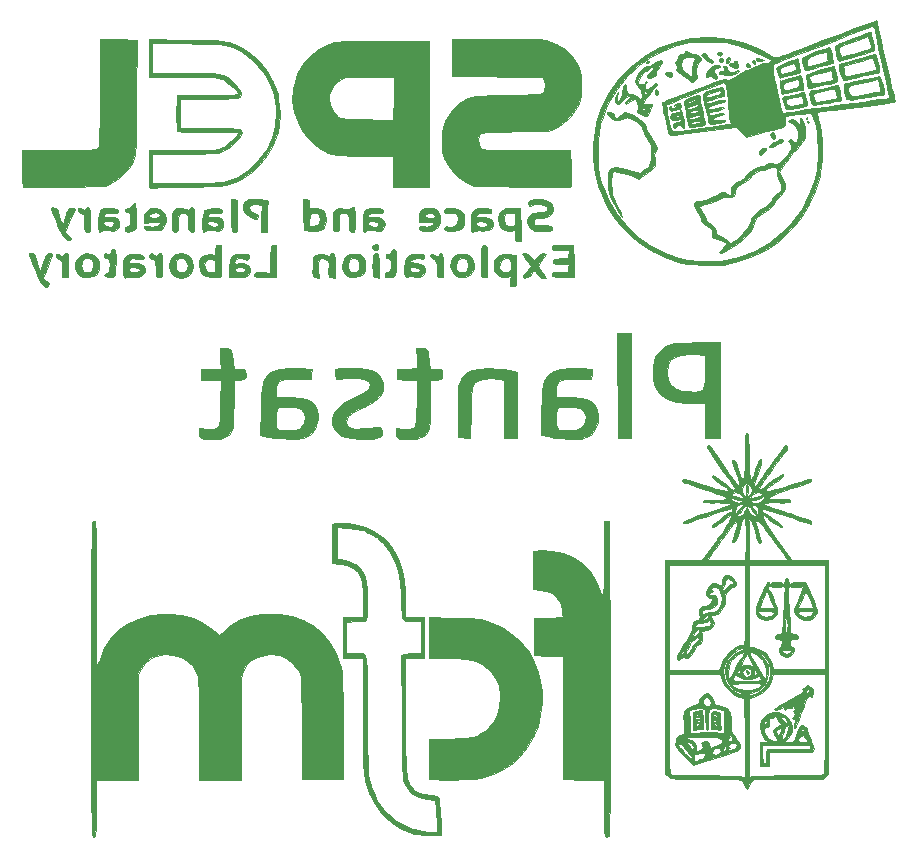
<source format=gbr>
G04 #@! TF.GenerationSoftware,KiCad,Pcbnew,(5.1.2)-2*
G04 #@! TF.CreationDate,2021-12-15T08:57:31-03:00*
G04 #@! TF.ProjectId,MAG_Plus,4d41475f-506c-4757-932e-6b696361645f,rev?*
G04 #@! TF.SameCoordinates,Original*
G04 #@! TF.FileFunction,Legend,Bot*
G04 #@! TF.FilePolarity,Positive*
%FSLAX46Y46*%
G04 Gerber Fmt 4.6, Leading zero omitted, Abs format (unit mm)*
G04 Created by KiCad (PCBNEW (5.1.2)-2) date 2021-12-15 08:57:31*
%MOMM*%
%LPD*%
G04 APERTURE LIST*
%ADD10C,0.010000*%
G04 APERTURE END LIST*
D10*
G36*
X164721483Y-187403594D02*
G01*
X164132502Y-187529807D01*
X163691130Y-187765555D01*
X163348938Y-188131133D01*
X163226802Y-188321995D01*
X163132845Y-188505191D01*
X163064799Y-188712360D01*
X163018523Y-188986134D01*
X162989879Y-189369146D01*
X162974728Y-189904027D01*
X162968931Y-190633410D01*
X162968308Y-190984501D01*
X162966500Y-193207500D01*
X164020618Y-193284364D01*
X164065059Y-191058599D01*
X164082971Y-190252153D01*
X164103102Y-189660046D01*
X164130559Y-189242634D01*
X164170452Y-188960271D01*
X164227888Y-188773314D01*
X164307977Y-188642117D01*
X164387704Y-188554742D01*
X164724452Y-188359048D01*
X165220524Y-188235648D01*
X165788524Y-188196476D01*
X166341050Y-188253468D01*
X166433882Y-188275320D01*
X166853263Y-188384628D01*
X166851825Y-190827814D01*
X166850388Y-193271000D01*
X167983000Y-193271000D01*
X167983000Y-187708334D01*
X167316250Y-187538039D01*
X166869549Y-187458089D01*
X166279421Y-187397966D01*
X165656268Y-187368126D01*
X165506500Y-187366622D01*
X164721483Y-187403594D01*
X164721483Y-187403594D01*
G37*
X164721483Y-187403594D02*
X164132502Y-187529807D01*
X163691130Y-187765555D01*
X163348938Y-188131133D01*
X163226802Y-188321995D01*
X163132845Y-188505191D01*
X163064799Y-188712360D01*
X163018523Y-188986134D01*
X162989879Y-189369146D01*
X162974728Y-189904027D01*
X162968931Y-190633410D01*
X162968308Y-190984501D01*
X162966500Y-193207500D01*
X164020618Y-193284364D01*
X164065059Y-191058599D01*
X164082971Y-190252153D01*
X164103102Y-189660046D01*
X164130559Y-189242634D01*
X164170452Y-188960271D01*
X164227888Y-188773314D01*
X164307977Y-188642117D01*
X164387704Y-188554742D01*
X164724452Y-188359048D01*
X165220524Y-188235648D01*
X165788524Y-188196476D01*
X166341050Y-188253468D01*
X166433882Y-188275320D01*
X166853263Y-188384628D01*
X166851825Y-190827814D01*
X166850388Y-193271000D01*
X167983000Y-193271000D01*
X167983000Y-187708334D01*
X167316250Y-187538039D01*
X166869549Y-187458089D01*
X166279421Y-187397966D01*
X165656268Y-187368126D01*
X165506500Y-187366622D01*
X164721483Y-187403594D01*
G36*
X176514147Y-193271000D02*
G01*
X177635000Y-193271000D01*
X177635000Y-184381000D01*
X176481799Y-184381000D01*
X176514147Y-193271000D01*
X176514147Y-193271000D01*
G37*
X176514147Y-193271000D02*
X177635000Y-193271000D01*
X177635000Y-184381000D01*
X176481799Y-184381000D01*
X176514147Y-193271000D01*
G36*
X183127750Y-185166382D02*
G01*
X182346802Y-185189518D01*
X181771511Y-185218161D01*
X181353535Y-185258645D01*
X181044532Y-185317303D01*
X180796162Y-185400466D01*
X180589460Y-185498898D01*
X180057141Y-185893056D01*
X179705326Y-186432388D01*
X179523531Y-187138401D01*
X179491896Y-187750591D01*
X179519526Y-188249966D01*
X179582496Y-188687018D01*
X179663247Y-188957091D01*
X180091027Y-189554956D01*
X180675237Y-189980574D01*
X181429472Y-190239781D01*
X182367324Y-190338415D01*
X182863840Y-190331486D01*
X183872611Y-190286500D01*
X183887283Y-193271000D01*
X185128000Y-193271000D01*
X185128000Y-186222500D01*
X183893605Y-186222500D01*
X183881954Y-187671703D01*
X183866019Y-188376738D01*
X183829518Y-188854757D01*
X183769456Y-189132139D01*
X183705402Y-189225508D01*
X183423140Y-189307485D01*
X182979770Y-189336984D01*
X182461742Y-189318368D01*
X181955506Y-189255997D01*
X181547511Y-189154233D01*
X181446767Y-189111552D01*
X181012494Y-188790703D01*
X180765520Y-188339017D01*
X180684918Y-187717953D01*
X180684873Y-187708443D01*
X180746974Y-187113389D01*
X180952035Y-186676661D01*
X181321207Y-186384039D01*
X181875644Y-186221305D01*
X182636497Y-186174241D01*
X182955053Y-186182446D01*
X183893605Y-186222500D01*
X185128000Y-186222500D01*
X185128000Y-185116386D01*
X183127750Y-185166382D01*
X183127750Y-185166382D01*
G37*
X183127750Y-185166382D02*
X182346802Y-185189518D01*
X181771511Y-185218161D01*
X181353535Y-185258645D01*
X181044532Y-185317303D01*
X180796162Y-185400466D01*
X180589460Y-185498898D01*
X180057141Y-185893056D01*
X179705326Y-186432388D01*
X179523531Y-187138401D01*
X179491896Y-187750591D01*
X179519526Y-188249966D01*
X179582496Y-188687018D01*
X179663247Y-188957091D01*
X180091027Y-189554956D01*
X180675237Y-189980574D01*
X181429472Y-190239781D01*
X182367324Y-190338415D01*
X182863840Y-190331486D01*
X183872611Y-190286500D01*
X183887283Y-193271000D01*
X185128000Y-193271000D01*
X185128000Y-186222500D01*
X183893605Y-186222500D01*
X183881954Y-187671703D01*
X183866019Y-188376738D01*
X183829518Y-188854757D01*
X183769456Y-189132139D01*
X183705402Y-189225508D01*
X183423140Y-189307485D01*
X182979770Y-189336984D01*
X182461742Y-189318368D01*
X181955506Y-189255997D01*
X181547511Y-189154233D01*
X181446767Y-189111552D01*
X181012494Y-188790703D01*
X180765520Y-188339017D01*
X180684918Y-187717953D01*
X180684873Y-187708443D01*
X180746974Y-187113389D01*
X180952035Y-186676661D01*
X181321207Y-186384039D01*
X181875644Y-186221305D01*
X182636497Y-186174241D01*
X182955053Y-186182446D01*
X183893605Y-186222500D01*
X185128000Y-186222500D01*
X185128000Y-185116386D01*
X183127750Y-185166382D01*
G36*
X142874000Y-186540000D02*
G01*
X142928900Y-187429000D01*
X141186000Y-187429000D01*
X141186000Y-188318000D01*
X142043250Y-188317959D01*
X142900500Y-188317919D01*
X142874546Y-190234714D01*
X142853440Y-191105055D01*
X142816171Y-191736885D01*
X142761406Y-192145260D01*
X142687811Y-192345236D01*
X142687719Y-192345347D01*
X142521312Y-192457462D01*
X142231695Y-192495655D01*
X141792924Y-192472636D01*
X141059000Y-192406086D01*
X141059000Y-192822668D01*
X141092047Y-193119487D01*
X141242144Y-193261089D01*
X141455875Y-193318625D01*
X142194239Y-193390318D01*
X142869441Y-193314349D01*
X143169956Y-193215511D01*
X143450483Y-193076205D01*
X143657855Y-192912021D01*
X143803004Y-192684762D01*
X143896861Y-192356236D01*
X143950359Y-191888245D01*
X143974428Y-191242597D01*
X143980000Y-190385241D01*
X143980000Y-188318000D01*
X144488000Y-188318000D01*
X144813255Y-188304543D01*
X144957800Y-188221455D01*
X144994865Y-188004661D01*
X144996000Y-187873500D01*
X144979751Y-187586014D01*
X144881497Y-187460380D01*
X144626978Y-187429693D01*
X144502634Y-187429000D01*
X144009267Y-187429000D01*
X143919508Y-186710590D01*
X143846896Y-186193642D01*
X143766896Y-185879409D01*
X143648238Y-185717730D01*
X143459651Y-185658445D01*
X143258962Y-185651000D01*
X142819099Y-185651000D01*
X142874000Y-186540000D01*
X142874000Y-186540000D01*
G37*
X142874000Y-186540000D02*
X142928900Y-187429000D01*
X141186000Y-187429000D01*
X141186000Y-188318000D01*
X142043250Y-188317959D01*
X142900500Y-188317919D01*
X142874546Y-190234714D01*
X142853440Y-191105055D01*
X142816171Y-191736885D01*
X142761406Y-192145260D01*
X142687811Y-192345236D01*
X142687719Y-192345347D01*
X142521312Y-192457462D01*
X142231695Y-192495655D01*
X141792924Y-192472636D01*
X141059000Y-192406086D01*
X141059000Y-192822668D01*
X141092047Y-193119487D01*
X141242144Y-193261089D01*
X141455875Y-193318625D01*
X142194239Y-193390318D01*
X142869441Y-193314349D01*
X143169956Y-193215511D01*
X143450483Y-193076205D01*
X143657855Y-192912021D01*
X143803004Y-192684762D01*
X143896861Y-192356236D01*
X143950359Y-191888245D01*
X143974428Y-191242597D01*
X143980000Y-190385241D01*
X143980000Y-188318000D01*
X144488000Y-188318000D01*
X144813255Y-188304543D01*
X144957800Y-188221455D01*
X144994865Y-188004661D01*
X144996000Y-187873500D01*
X144979751Y-187586014D01*
X144881497Y-187460380D01*
X144626978Y-187429693D01*
X144502634Y-187429000D01*
X144009267Y-187429000D01*
X143919508Y-186710590D01*
X143846896Y-186193642D01*
X143766896Y-185879409D01*
X143648238Y-185717730D01*
X143459651Y-185658445D01*
X143258962Y-185651000D01*
X142819099Y-185651000D01*
X142874000Y-186540000D01*
G36*
X147916819Y-187403203D02*
G01*
X147315375Y-187610268D01*
X147189514Y-187680577D01*
X146907216Y-187868091D01*
X146695632Y-188065885D01*
X146543605Y-188313160D01*
X146439977Y-188649114D01*
X146373590Y-189112948D01*
X146333286Y-189743860D01*
X146307908Y-190581051D01*
X146303277Y-190794095D01*
X146257256Y-192994077D01*
X146928378Y-193146873D01*
X147480500Y-193244367D01*
X148112989Y-193312866D01*
X148749984Y-193348786D01*
X149315623Y-193348543D01*
X149734042Y-193308555D01*
X149832977Y-193284081D01*
X150456904Y-192980926D01*
X150871638Y-192539046D01*
X151086725Y-191944739D01*
X151112052Y-191592746D01*
X150045959Y-191592746D01*
X149947621Y-192028382D01*
X149706340Y-192375550D01*
X149563709Y-192473766D01*
X149197657Y-192579210D01*
X148697215Y-192628084D01*
X148176785Y-192614989D01*
X147821750Y-192555953D01*
X147669323Y-192492111D01*
X147583329Y-192362633D01*
X147545116Y-192106337D01*
X147536028Y-191662041D01*
X147536000Y-191618775D01*
X147549422Y-191115724D01*
X147624106Y-190814199D01*
X147811681Y-190662739D01*
X148163776Y-190609886D01*
X148554120Y-190604000D01*
X149219431Y-190659736D01*
X149677690Y-190832982D01*
X149951526Y-191132786D01*
X149969711Y-191170237D01*
X150045959Y-191592746D01*
X151112052Y-191592746D01*
X151123627Y-191431889D01*
X151036143Y-190823076D01*
X150783829Y-190364485D01*
X150350709Y-190045172D01*
X149720809Y-189854194D01*
X148878151Y-189780606D01*
X148710750Y-189778983D01*
X147536000Y-189778500D01*
X147536000Y-189258433D01*
X147572083Y-188852954D01*
X147704290Y-188570516D01*
X147968561Y-188390620D01*
X148400834Y-188292770D01*
X149037050Y-188256467D01*
X149296229Y-188254500D01*
X150520500Y-188254500D01*
X150559439Y-187853259D01*
X150598377Y-187452018D01*
X149640744Y-187362280D01*
X148681665Y-187321875D01*
X147916819Y-187403203D01*
X147916819Y-187403203D01*
G37*
X147916819Y-187403203D02*
X147315375Y-187610268D01*
X147189514Y-187680577D01*
X146907216Y-187868091D01*
X146695632Y-188065885D01*
X146543605Y-188313160D01*
X146439977Y-188649114D01*
X146373590Y-189112948D01*
X146333286Y-189743860D01*
X146307908Y-190581051D01*
X146303277Y-190794095D01*
X146257256Y-192994077D01*
X146928378Y-193146873D01*
X147480500Y-193244367D01*
X148112989Y-193312866D01*
X148749984Y-193348786D01*
X149315623Y-193348543D01*
X149734042Y-193308555D01*
X149832977Y-193284081D01*
X150456904Y-192980926D01*
X150871638Y-192539046D01*
X151086725Y-191944739D01*
X151112052Y-191592746D01*
X150045959Y-191592746D01*
X149947621Y-192028382D01*
X149706340Y-192375550D01*
X149563709Y-192473766D01*
X149197657Y-192579210D01*
X148697215Y-192628084D01*
X148176785Y-192614989D01*
X147821750Y-192555953D01*
X147669323Y-192492111D01*
X147583329Y-192362633D01*
X147545116Y-192106337D01*
X147536028Y-191662041D01*
X147536000Y-191618775D01*
X147549422Y-191115724D01*
X147624106Y-190814199D01*
X147811681Y-190662739D01*
X148163776Y-190609886D01*
X148554120Y-190604000D01*
X149219431Y-190659736D01*
X149677690Y-190832982D01*
X149951526Y-191132786D01*
X149969711Y-191170237D01*
X150045959Y-191592746D01*
X151112052Y-191592746D01*
X151123627Y-191431889D01*
X151036143Y-190823076D01*
X150783829Y-190364485D01*
X150350709Y-190045172D01*
X149720809Y-189854194D01*
X148878151Y-189780606D01*
X148710750Y-189778983D01*
X147536000Y-189778500D01*
X147536000Y-189258433D01*
X147572083Y-188852954D01*
X147704290Y-188570516D01*
X147968561Y-188390620D01*
X148400834Y-188292770D01*
X149037050Y-188256467D01*
X149296229Y-188254500D01*
X150520500Y-188254500D01*
X150559439Y-187853259D01*
X150598377Y-187452018D01*
X149640744Y-187362280D01*
X148681665Y-187321875D01*
X147916819Y-187403203D01*
G36*
X153432046Y-187371098D02*
G01*
X152973200Y-187386242D01*
X152670417Y-187408456D01*
X152578137Y-187429000D01*
X152553839Y-187586365D01*
X152577753Y-187876661D01*
X152578313Y-187880348D01*
X152637520Y-188268197D01*
X153738010Y-188223698D01*
X154486398Y-188224778D01*
X155013926Y-188303022D01*
X155343958Y-188465802D01*
X155499858Y-188720496D01*
X155512293Y-188783766D01*
X155458498Y-189027447D01*
X155214635Y-189284478D01*
X154761692Y-189569608D01*
X154080654Y-189897588D01*
X154070867Y-189901911D01*
X153422146Y-190253986D01*
X152877732Y-190676185D01*
X152484754Y-191124628D01*
X152290340Y-191555435D01*
X152289344Y-191560644D01*
X152303497Y-192125531D01*
X152537955Y-192634236D01*
X152959174Y-193021778D01*
X153076626Y-193085814D01*
X153469287Y-193210935D01*
X154020912Y-193306205D01*
X154637377Y-193363277D01*
X155224557Y-193373805D01*
X155688330Y-193329440D01*
X155727500Y-193320913D01*
X156066625Y-193243787D01*
X156274972Y-193198197D01*
X156477787Y-193109023D01*
X156538484Y-192908010D01*
X156528972Y-192726892D01*
X156467830Y-192442010D01*
X156330287Y-192349040D01*
X156235500Y-192353063D01*
X155988154Y-192379853D01*
X155572711Y-192418280D01*
X155074326Y-192460512D01*
X155019908Y-192464908D01*
X154353761Y-192490465D01*
X153901207Y-192433442D01*
X153631918Y-192282093D01*
X153515565Y-192024669D01*
X153505000Y-191878179D01*
X153545216Y-191638027D01*
X153688543Y-191418625D01*
X153969008Y-191192269D01*
X154420633Y-190931254D01*
X155047909Y-190621833D01*
X155817447Y-190180540D01*
X156342663Y-189702346D01*
X156621267Y-189191079D01*
X156650970Y-188650567D01*
X156495095Y-188201818D01*
X156237898Y-187856080D01*
X155857408Y-187611211D01*
X155319826Y-187455922D01*
X154591355Y-187378920D01*
X153991834Y-187365500D01*
X153432046Y-187371098D01*
X153432046Y-187371098D01*
G37*
X153432046Y-187371098D02*
X152973200Y-187386242D01*
X152670417Y-187408456D01*
X152578137Y-187429000D01*
X152553839Y-187586365D01*
X152577753Y-187876661D01*
X152578313Y-187880348D01*
X152637520Y-188268197D01*
X153738010Y-188223698D01*
X154486398Y-188224778D01*
X155013926Y-188303022D01*
X155343958Y-188465802D01*
X155499858Y-188720496D01*
X155512293Y-188783766D01*
X155458498Y-189027447D01*
X155214635Y-189284478D01*
X154761692Y-189569608D01*
X154080654Y-189897588D01*
X154070867Y-189901911D01*
X153422146Y-190253986D01*
X152877732Y-190676185D01*
X152484754Y-191124628D01*
X152290340Y-191555435D01*
X152289344Y-191560644D01*
X152303497Y-192125531D01*
X152537955Y-192634236D01*
X152959174Y-193021778D01*
X153076626Y-193085814D01*
X153469287Y-193210935D01*
X154020912Y-193306205D01*
X154637377Y-193363277D01*
X155224557Y-193373805D01*
X155688330Y-193329440D01*
X155727500Y-193320913D01*
X156066625Y-193243787D01*
X156274972Y-193198197D01*
X156477787Y-193109023D01*
X156538484Y-192908010D01*
X156528972Y-192726892D01*
X156467830Y-192442010D01*
X156330287Y-192349040D01*
X156235500Y-192353063D01*
X155988154Y-192379853D01*
X155572711Y-192418280D01*
X155074326Y-192460512D01*
X155019908Y-192464908D01*
X154353761Y-192490465D01*
X153901207Y-192433442D01*
X153631918Y-192282093D01*
X153515565Y-192024669D01*
X153505000Y-191878179D01*
X153545216Y-191638027D01*
X153688543Y-191418625D01*
X153969008Y-191192269D01*
X154420633Y-190931254D01*
X155047909Y-190621833D01*
X155817447Y-190180540D01*
X156342663Y-189702346D01*
X156621267Y-189191079D01*
X156650970Y-188650567D01*
X156495095Y-188201818D01*
X156237898Y-187856080D01*
X155857408Y-187611211D01*
X155319826Y-187455922D01*
X154591355Y-187378920D01*
X153991834Y-187365500D01*
X153432046Y-187371098D01*
G36*
X159494403Y-186508250D02*
G01*
X159537500Y-187365500D01*
X158680250Y-187403052D01*
X157823000Y-187440605D01*
X157823000Y-188306394D01*
X158661897Y-188343947D01*
X159500793Y-188381500D01*
X159481299Y-190280834D01*
X159461755Y-191153178D01*
X159423813Y-191799306D01*
X159368266Y-192209426D01*
X159312826Y-192359677D01*
X159135743Y-192464539D01*
X158807972Y-192494777D01*
X158429924Y-192472636D01*
X157696000Y-192406086D01*
X157696000Y-192822668D01*
X157729047Y-193119487D01*
X157879144Y-193261089D01*
X158092875Y-193318625D01*
X158831239Y-193390318D01*
X159506441Y-193314349D01*
X159806956Y-193215511D01*
X160087483Y-193076205D01*
X160294855Y-192912021D01*
X160440004Y-192684762D01*
X160533861Y-192356236D01*
X160587359Y-191888245D01*
X160611428Y-191242597D01*
X160617000Y-190385241D01*
X160617000Y-188318000D01*
X161125000Y-188318000D01*
X161450255Y-188304543D01*
X161594800Y-188221455D01*
X161631865Y-188004661D01*
X161633000Y-187873500D01*
X161616751Y-187586014D01*
X161518497Y-187460380D01*
X161263978Y-187429693D01*
X161139634Y-187429000D01*
X160646267Y-187429000D01*
X160556508Y-186710590D01*
X160483923Y-186193677D01*
X160403915Y-185879466D01*
X160285097Y-185717789D01*
X160096082Y-185658481D01*
X159893565Y-185651000D01*
X159451305Y-185651000D01*
X159494403Y-186508250D01*
X159494403Y-186508250D01*
G37*
X159494403Y-186508250D02*
X159537500Y-187365500D01*
X158680250Y-187403052D01*
X157823000Y-187440605D01*
X157823000Y-188306394D01*
X158661897Y-188343947D01*
X159500793Y-188381500D01*
X159481299Y-190280834D01*
X159461755Y-191153178D01*
X159423813Y-191799306D01*
X159368266Y-192209426D01*
X159312826Y-192359677D01*
X159135743Y-192464539D01*
X158807972Y-192494777D01*
X158429924Y-192472636D01*
X157696000Y-192406086D01*
X157696000Y-192822668D01*
X157729047Y-193119487D01*
X157879144Y-193261089D01*
X158092875Y-193318625D01*
X158831239Y-193390318D01*
X159506441Y-193314349D01*
X159806956Y-193215511D01*
X160087483Y-193076205D01*
X160294855Y-192912021D01*
X160440004Y-192684762D01*
X160533861Y-192356236D01*
X160587359Y-191888245D01*
X160611428Y-191242597D01*
X160617000Y-190385241D01*
X160617000Y-188318000D01*
X161125000Y-188318000D01*
X161450255Y-188304543D01*
X161594800Y-188221455D01*
X161631865Y-188004661D01*
X161633000Y-187873500D01*
X161616751Y-187586014D01*
X161518497Y-187460380D01*
X161263978Y-187429693D01*
X161139634Y-187429000D01*
X160646267Y-187429000D01*
X160556508Y-186710590D01*
X160483923Y-186193677D01*
X160403915Y-185879466D01*
X160285097Y-185717789D01*
X160096082Y-185658481D01*
X159893565Y-185651000D01*
X159451305Y-185651000D01*
X159494403Y-186508250D01*
G36*
X171676697Y-187402806D02*
G01*
X171078733Y-187609534D01*
X170881555Y-187725877D01*
X170614088Y-187928341D01*
X170413416Y-188152260D01*
X170269135Y-188437001D01*
X170170842Y-188821935D01*
X170108134Y-189346428D01*
X170070608Y-190049849D01*
X170049662Y-190874009D01*
X170009732Y-192985519D01*
X170615616Y-193141278D01*
X171105193Y-193235316D01*
X171703652Y-193304432D01*
X172333885Y-193344894D01*
X172918785Y-193352972D01*
X173381244Y-193324934D01*
X173581977Y-193284820D01*
X174206406Y-192980464D01*
X174621030Y-192538486D01*
X174835819Y-191944571D01*
X174871228Y-191451375D01*
X173795543Y-191451375D01*
X173775671Y-191875915D01*
X173580314Y-192250901D01*
X173347137Y-192437204D01*
X172951286Y-192564654D01*
X172424753Y-192625239D01*
X171883887Y-192611182D01*
X171570750Y-192555953D01*
X171418323Y-192492111D01*
X171332329Y-192362633D01*
X171294116Y-192106337D01*
X171285028Y-191662041D01*
X171285000Y-191618775D01*
X171299290Y-191128695D01*
X171349509Y-190839916D01*
X171446686Y-190700963D01*
X171485888Y-190681087D01*
X171826347Y-190618217D01*
X172299851Y-190607630D01*
X172794249Y-190644040D01*
X173197393Y-190722157D01*
X173314891Y-190767321D01*
X173641445Y-191055704D01*
X173795543Y-191451375D01*
X174871228Y-191451375D01*
X174872627Y-191431889D01*
X174785143Y-190823076D01*
X174532829Y-190364485D01*
X174099709Y-190045172D01*
X173469809Y-189854194D01*
X172627151Y-189780606D01*
X172459750Y-189778983D01*
X171285000Y-189778500D01*
X171285000Y-189258433D01*
X171321083Y-188852954D01*
X171453290Y-188570516D01*
X171717561Y-188390620D01*
X172149834Y-188292770D01*
X172786050Y-188256467D01*
X173045229Y-188254500D01*
X174269500Y-188254500D01*
X174308439Y-187853259D01*
X174347377Y-187452018D01*
X173389744Y-187362280D01*
X172436376Y-187321933D01*
X171676697Y-187402806D01*
X171676697Y-187402806D01*
G37*
X171676697Y-187402806D02*
X171078733Y-187609534D01*
X170881555Y-187725877D01*
X170614088Y-187928341D01*
X170413416Y-188152260D01*
X170269135Y-188437001D01*
X170170842Y-188821935D01*
X170108134Y-189346428D01*
X170070608Y-190049849D01*
X170049662Y-190874009D01*
X170009732Y-192985519D01*
X170615616Y-193141278D01*
X171105193Y-193235316D01*
X171703652Y-193304432D01*
X172333885Y-193344894D01*
X172918785Y-193352972D01*
X173381244Y-193324934D01*
X173581977Y-193284820D01*
X174206406Y-192980464D01*
X174621030Y-192538486D01*
X174835819Y-191944571D01*
X174871228Y-191451375D01*
X173795543Y-191451375D01*
X173775671Y-191875915D01*
X173580314Y-192250901D01*
X173347137Y-192437204D01*
X172951286Y-192564654D01*
X172424753Y-192625239D01*
X171883887Y-192611182D01*
X171570750Y-192555953D01*
X171418323Y-192492111D01*
X171332329Y-192362633D01*
X171294116Y-192106337D01*
X171285028Y-191662041D01*
X171285000Y-191618775D01*
X171299290Y-191128695D01*
X171349509Y-190839916D01*
X171446686Y-190700963D01*
X171485888Y-190681087D01*
X171826347Y-190618217D01*
X172299851Y-190607630D01*
X172794249Y-190644040D01*
X173197393Y-190722157D01*
X173314891Y-190767321D01*
X173641445Y-191055704D01*
X173795543Y-191451375D01*
X174871228Y-191451375D01*
X174872627Y-191431889D01*
X174785143Y-190823076D01*
X174532829Y-190364485D01*
X174099709Y-190045172D01*
X173469809Y-189854194D01*
X172627151Y-189780606D01*
X172459750Y-189778983D01*
X171285000Y-189778500D01*
X171285000Y-189258433D01*
X171321083Y-188852954D01*
X171453290Y-188570516D01*
X171717561Y-188390620D01*
X172149834Y-188292770D01*
X172786050Y-188256467D01*
X173045229Y-188254500D01*
X174269500Y-188254500D01*
X174308439Y-187853259D01*
X174347377Y-187452018D01*
X173389744Y-187362280D01*
X172436376Y-187321933D01*
X171676697Y-187402806D01*
G36*
X197817578Y-158890867D02*
G01*
X197560033Y-158978885D01*
X197175370Y-159116051D01*
X196697089Y-159290499D01*
X196399509Y-159400546D01*
X195811192Y-159627953D01*
X195352802Y-159823413D01*
X195045229Y-159977220D01*
X194909366Y-160079667D01*
X194904606Y-160095051D01*
X194922896Y-160270756D01*
X194964186Y-160569991D01*
X194995718Y-160776531D01*
X195067609Y-161114127D01*
X195156462Y-161278858D01*
X195249887Y-161309416D01*
X195406445Y-161276357D01*
X195719963Y-161193519D01*
X196149284Y-161072314D01*
X196653256Y-160924153D01*
X196817551Y-160874733D01*
X197321702Y-160721771D01*
X197749058Y-160591179D01*
X198063316Y-160494121D01*
X198228177Y-160441762D01*
X198243901Y-160436042D01*
X198233737Y-160338767D01*
X198213425Y-160227120D01*
X197933184Y-160227120D01*
X197920156Y-160252769D01*
X197807551Y-160300444D01*
X197544263Y-160391190D01*
X197178660Y-160510015D01*
X196759108Y-160641923D01*
X196333976Y-160771921D01*
X195951631Y-160885016D01*
X195660441Y-160966212D01*
X195508773Y-161000516D01*
X195507806Y-161000597D01*
X195393393Y-160921127D01*
X195327793Y-160776531D01*
X195275197Y-160484740D01*
X195263864Y-160323703D01*
X195267997Y-160252415D01*
X195296775Y-160188839D01*
X195373254Y-160122670D01*
X195520486Y-160043608D01*
X195761525Y-159941350D01*
X196119424Y-159805594D01*
X196617236Y-159626038D01*
X197278014Y-159392379D01*
X197607250Y-159276487D01*
X197686428Y-159344074D01*
X197781438Y-159544152D01*
X197869451Y-159805499D01*
X197927642Y-160056895D01*
X197933184Y-160227120D01*
X198213425Y-160227120D01*
X198190167Y-160099283D01*
X198125756Y-159777567D01*
X198053070Y-159433597D01*
X197984677Y-159127348D01*
X197933141Y-158918799D01*
X197914506Y-158863863D01*
X197817578Y-158890867D01*
X197817578Y-158890867D01*
G37*
X197817578Y-158890867D02*
X197560033Y-158978885D01*
X197175370Y-159116051D01*
X196697089Y-159290499D01*
X196399509Y-159400546D01*
X195811192Y-159627953D01*
X195352802Y-159823413D01*
X195045229Y-159977220D01*
X194909366Y-160079667D01*
X194904606Y-160095051D01*
X194922896Y-160270756D01*
X194964186Y-160569991D01*
X194995718Y-160776531D01*
X195067609Y-161114127D01*
X195156462Y-161278858D01*
X195249887Y-161309416D01*
X195406445Y-161276357D01*
X195719963Y-161193519D01*
X196149284Y-161072314D01*
X196653256Y-160924153D01*
X196817551Y-160874733D01*
X197321702Y-160721771D01*
X197749058Y-160591179D01*
X198063316Y-160494121D01*
X198228177Y-160441762D01*
X198243901Y-160436042D01*
X198233737Y-160338767D01*
X198213425Y-160227120D01*
X197933184Y-160227120D01*
X197920156Y-160252769D01*
X197807551Y-160300444D01*
X197544263Y-160391190D01*
X197178660Y-160510015D01*
X196759108Y-160641923D01*
X196333976Y-160771921D01*
X195951631Y-160885016D01*
X195660441Y-160966212D01*
X195508773Y-161000516D01*
X195507806Y-161000597D01*
X195393393Y-160921127D01*
X195327793Y-160776531D01*
X195275197Y-160484740D01*
X195263864Y-160323703D01*
X195267997Y-160252415D01*
X195296775Y-160188839D01*
X195373254Y-160122670D01*
X195520486Y-160043608D01*
X195761525Y-159941350D01*
X196119424Y-159805594D01*
X196617236Y-159626038D01*
X197278014Y-159392379D01*
X197607250Y-159276487D01*
X197686428Y-159344074D01*
X197781438Y-159544152D01*
X197869451Y-159805499D01*
X197927642Y-160056895D01*
X197933184Y-160227120D01*
X198213425Y-160227120D01*
X198190167Y-160099283D01*
X198125756Y-159777567D01*
X198053070Y-159433597D01*
X197984677Y-159127348D01*
X197933141Y-158918799D01*
X197914506Y-158863863D01*
X197817578Y-158890867D01*
G36*
X194222924Y-160217685D02*
G01*
X193929778Y-160311744D01*
X193555905Y-160445651D01*
X193147807Y-160601230D01*
X192751986Y-160760307D01*
X192414941Y-160904707D01*
X192183175Y-161016254D01*
X192102860Y-161075130D01*
X192133581Y-161386890D01*
X192198707Y-161708375D01*
X192280991Y-161976069D01*
X192363189Y-162126452D01*
X192391862Y-162139561D01*
X192537044Y-162107492D01*
X192834482Y-162028935D01*
X193237686Y-161916495D01*
X193603673Y-161811049D01*
X194045297Y-161681436D01*
X194405278Y-161574541D01*
X194642145Y-161502759D01*
X194715567Y-161478709D01*
X194725124Y-161367596D01*
X194724215Y-161361831D01*
X194277551Y-161361831D01*
X193500000Y-161592416D01*
X193118569Y-161698635D01*
X192811275Y-161771502D01*
X192634132Y-161798044D01*
X192618775Y-161796534D01*
X192547899Y-161686274D01*
X192515334Y-161453801D01*
X192515102Y-161431017D01*
X192524594Y-161262534D01*
X192579008Y-161142339D01*
X192717252Y-161040188D01*
X192978234Y-160925840D01*
X193336612Y-160792460D01*
X193715631Y-160661432D01*
X194014400Y-160571581D01*
X194184908Y-160536823D01*
X194205702Y-160540532D01*
X194239670Y-160665651D01*
X194262938Y-160914002D01*
X194265415Y-160974971D01*
X194277551Y-161361831D01*
X194724215Y-161361831D01*
X194687106Y-161126499D01*
X194618136Y-160821405D01*
X194534835Y-160518301D01*
X194453826Y-160283176D01*
X194391729Y-160182016D01*
X194388844Y-160181648D01*
X194222924Y-160217685D01*
X194222924Y-160217685D01*
G37*
X194222924Y-160217685D02*
X193929778Y-160311744D01*
X193555905Y-160445651D01*
X193147807Y-160601230D01*
X192751986Y-160760307D01*
X192414941Y-160904707D01*
X192183175Y-161016254D01*
X192102860Y-161075130D01*
X192133581Y-161386890D01*
X192198707Y-161708375D01*
X192280991Y-161976069D01*
X192363189Y-162126452D01*
X192391862Y-162139561D01*
X192537044Y-162107492D01*
X192834482Y-162028935D01*
X193237686Y-161916495D01*
X193603673Y-161811049D01*
X194045297Y-161681436D01*
X194405278Y-161574541D01*
X194642145Y-161502759D01*
X194715567Y-161478709D01*
X194725124Y-161367596D01*
X194724215Y-161361831D01*
X194277551Y-161361831D01*
X193500000Y-161592416D01*
X193118569Y-161698635D01*
X192811275Y-161771502D01*
X192634132Y-161798044D01*
X192618775Y-161796534D01*
X192547899Y-161686274D01*
X192515334Y-161453801D01*
X192515102Y-161431017D01*
X192524594Y-161262534D01*
X192579008Y-161142339D01*
X192717252Y-161040188D01*
X192978234Y-160925840D01*
X193336612Y-160792460D01*
X193715631Y-160661432D01*
X194014400Y-160571581D01*
X194184908Y-160536823D01*
X194205702Y-160540532D01*
X194239670Y-160665651D01*
X194262938Y-160914002D01*
X194265415Y-160974971D01*
X194277551Y-161361831D01*
X194724215Y-161361831D01*
X194687106Y-161126499D01*
X194618136Y-160821405D01*
X194534835Y-160518301D01*
X194453826Y-160283176D01*
X194391729Y-160182016D01*
X194388844Y-160181648D01*
X194222924Y-160217685D01*
G36*
X191578452Y-161150331D02*
G01*
X191321614Y-161245969D01*
X190986492Y-161377970D01*
X190628173Y-161523918D01*
X190301747Y-161661396D01*
X190062302Y-161767989D01*
X189965855Y-161819881D01*
X189939665Y-161966839D01*
X189972074Y-162211474D01*
X190042814Y-162476898D01*
X190131620Y-162686226D01*
X190214468Y-162763082D01*
X190368360Y-162732344D01*
X190663197Y-162659351D01*
X191040524Y-162558706D01*
X191115510Y-162537998D01*
X191487121Y-162432872D01*
X191771978Y-162348651D01*
X191919137Y-162300494D01*
X191928036Y-162296199D01*
X191925551Y-162194367D01*
X191901155Y-162030016D01*
X191591370Y-162030016D01*
X191528277Y-162138234D01*
X191334573Y-162228229D01*
X191141860Y-162290641D01*
X190700698Y-162404944D01*
X190418445Y-162417926D01*
X190271191Y-162326089D01*
X190234285Y-162157857D01*
X190264718Y-162003696D01*
X190385634Y-161883549D01*
X190641459Y-161762506D01*
X190824529Y-161694087D01*
X191142431Y-161589560D01*
X191373294Y-161531974D01*
X191457904Y-161530924D01*
X191511526Y-161658145D01*
X191567888Y-161858954D01*
X191591370Y-162030016D01*
X191901155Y-162030016D01*
X191891036Y-161961851D01*
X191837796Y-161668244D01*
X191779136Y-161383138D01*
X191728362Y-161176128D01*
X191701917Y-161113470D01*
X191578452Y-161150331D01*
X191578452Y-161150331D01*
G37*
X191578452Y-161150331D02*
X191321614Y-161245969D01*
X190986492Y-161377970D01*
X190628173Y-161523918D01*
X190301747Y-161661396D01*
X190062302Y-161767989D01*
X189965855Y-161819881D01*
X189939665Y-161966839D01*
X189972074Y-162211474D01*
X190042814Y-162476898D01*
X190131620Y-162686226D01*
X190214468Y-162763082D01*
X190368360Y-162732344D01*
X190663197Y-162659351D01*
X191040524Y-162558706D01*
X191115510Y-162537998D01*
X191487121Y-162432872D01*
X191771978Y-162348651D01*
X191919137Y-162300494D01*
X191928036Y-162296199D01*
X191925551Y-162194367D01*
X191901155Y-162030016D01*
X191591370Y-162030016D01*
X191528277Y-162138234D01*
X191334573Y-162228229D01*
X191141860Y-162290641D01*
X190700698Y-162404944D01*
X190418445Y-162417926D01*
X190271191Y-162326089D01*
X190234285Y-162157857D01*
X190264718Y-162003696D01*
X190385634Y-161883549D01*
X190641459Y-161762506D01*
X190824529Y-161694087D01*
X191142431Y-161589560D01*
X191373294Y-161531974D01*
X191457904Y-161530924D01*
X191511526Y-161658145D01*
X191567888Y-161858954D01*
X191591370Y-162030016D01*
X191901155Y-162030016D01*
X191891036Y-161961851D01*
X191837796Y-161668244D01*
X191779136Y-161383138D01*
X191728362Y-161176128D01*
X191701917Y-161113470D01*
X191578452Y-161150331D01*
G36*
X198173745Y-160759937D02*
G01*
X197961916Y-160835962D01*
X197616328Y-160945039D01*
X197185418Y-161073488D01*
X196717621Y-161207629D01*
X196261372Y-161333782D01*
X195865107Y-161438267D01*
X195577262Y-161507405D01*
X195453701Y-161528164D01*
X195274111Y-161567468D01*
X195226907Y-161605919D01*
X195220381Y-161749477D01*
X195266982Y-162010520D01*
X195348374Y-162325985D01*
X195446224Y-162632811D01*
X195542196Y-162867936D01*
X195617956Y-162968297D01*
X195623083Y-162968572D01*
X195759967Y-162941518D01*
X196055576Y-162875839D01*
X196467007Y-162781266D01*
X196951354Y-162667531D01*
X196973061Y-162662383D01*
X197476031Y-162547255D01*
X197924561Y-162452290D01*
X198269617Y-162387368D01*
X198461647Y-162362382D01*
X198639225Y-162322864D01*
X198662525Y-162175563D01*
X198651985Y-162124286D01*
X198643643Y-162087267D01*
X198358750Y-162087267D01*
X198351403Y-162099838D01*
X198243900Y-162133206D01*
X197982629Y-162199483D01*
X197616419Y-162287441D01*
X197194096Y-162385851D01*
X196764488Y-162483485D01*
X196376421Y-162569115D01*
X196078725Y-162631512D01*
X195920225Y-162659449D01*
X195916526Y-162659762D01*
X195764194Y-162612671D01*
X195744510Y-162590027D01*
X195694409Y-162443201D01*
X195635139Y-162186074D01*
X195626960Y-162143645D01*
X195557953Y-161775808D01*
X196741135Y-161444639D01*
X197213297Y-161314916D01*
X197615241Y-161209032D01*
X197903366Y-161138170D01*
X198032503Y-161113470D01*
X198106287Y-161202300D01*
X198199992Y-161418913D01*
X198289431Y-161688491D01*
X198350413Y-161936215D01*
X198358750Y-162087267D01*
X198643643Y-162087267D01*
X198600385Y-161895327D01*
X198524763Y-161552285D01*
X198467757Y-161290514D01*
X198382760Y-160951571D01*
X198303406Y-160782741D01*
X198209929Y-160748349D01*
X198173745Y-160759937D01*
X198173745Y-160759937D01*
G37*
X198173745Y-160759937D02*
X197961916Y-160835962D01*
X197616328Y-160945039D01*
X197185418Y-161073488D01*
X196717621Y-161207629D01*
X196261372Y-161333782D01*
X195865107Y-161438267D01*
X195577262Y-161507405D01*
X195453701Y-161528164D01*
X195274111Y-161567468D01*
X195226907Y-161605919D01*
X195220381Y-161749477D01*
X195266982Y-162010520D01*
X195348374Y-162325985D01*
X195446224Y-162632811D01*
X195542196Y-162867936D01*
X195617956Y-162968297D01*
X195623083Y-162968572D01*
X195759967Y-162941518D01*
X196055576Y-162875839D01*
X196467007Y-162781266D01*
X196951354Y-162667531D01*
X196973061Y-162662383D01*
X197476031Y-162547255D01*
X197924561Y-162452290D01*
X198269617Y-162387368D01*
X198461647Y-162362382D01*
X198639225Y-162322864D01*
X198662525Y-162175563D01*
X198651985Y-162124286D01*
X198643643Y-162087267D01*
X198358750Y-162087267D01*
X198351403Y-162099838D01*
X198243900Y-162133206D01*
X197982629Y-162199483D01*
X197616419Y-162287441D01*
X197194096Y-162385851D01*
X196764488Y-162483485D01*
X196376421Y-162569115D01*
X196078725Y-162631512D01*
X195920225Y-162659449D01*
X195916526Y-162659762D01*
X195764194Y-162612671D01*
X195744510Y-162590027D01*
X195694409Y-162443201D01*
X195635139Y-162186074D01*
X195626960Y-162143645D01*
X195557953Y-161775808D01*
X196741135Y-161444639D01*
X197213297Y-161314916D01*
X197615241Y-161209032D01*
X197903366Y-161138170D01*
X198032503Y-161113470D01*
X198106287Y-161202300D01*
X198199992Y-161418913D01*
X198289431Y-161688491D01*
X198350413Y-161936215D01*
X198358750Y-162087267D01*
X198643643Y-162087267D01*
X198600385Y-161895327D01*
X198524763Y-161552285D01*
X198467757Y-161290514D01*
X198382760Y-160951571D01*
X198303406Y-160782741D01*
X198209929Y-160748349D01*
X198173745Y-160759937D01*
G36*
X194704367Y-161779632D02*
G01*
X194460062Y-161841387D01*
X194112261Y-161941762D01*
X193707164Y-162066085D01*
X193290968Y-162199684D01*
X192909874Y-162327886D01*
X192610078Y-162436020D01*
X192437781Y-162509413D01*
X192413881Y-162528645D01*
X192438478Y-162770078D01*
X192491495Y-163074962D01*
X192557244Y-163370199D01*
X192620040Y-163582688D01*
X192652898Y-163642522D01*
X192796163Y-163639072D01*
X192880173Y-163603794D01*
X193046301Y-163547381D01*
X193360907Y-163467970D01*
X193768363Y-163379083D01*
X193966530Y-163339722D01*
X194391215Y-163257201D01*
X194742392Y-163187544D01*
X194967333Y-163141275D01*
X195014369Y-163130622D01*
X195063837Y-163035056D01*
X195054813Y-162939357D01*
X194745929Y-162939357D01*
X193993372Y-163105398D01*
X193496653Y-163206516D01*
X193162368Y-163246363D01*
X192953512Y-163220386D01*
X192833080Y-163124031D01*
X192764445Y-162954169D01*
X192739051Y-162730118D01*
X192782983Y-162611360D01*
X192951343Y-162539799D01*
X193240733Y-162445457D01*
X193596058Y-162342940D01*
X193962227Y-162246851D01*
X194284148Y-162171795D01*
X194506727Y-162132377D01*
X194576092Y-162136025D01*
X194617617Y-162273658D01*
X194671225Y-162525483D01*
X194679552Y-162570699D01*
X194745929Y-162939357D01*
X195054813Y-162939357D01*
X195039791Y-162780070D01*
X194965594Y-162444245D01*
X194881826Y-162107252D01*
X194821786Y-161864678D01*
X194798980Y-161771168D01*
X194704367Y-161779632D01*
X194704367Y-161779632D01*
G37*
X194704367Y-161779632D02*
X194460062Y-161841387D01*
X194112261Y-161941762D01*
X193707164Y-162066085D01*
X193290968Y-162199684D01*
X192909874Y-162327886D01*
X192610078Y-162436020D01*
X192437781Y-162509413D01*
X192413881Y-162528645D01*
X192438478Y-162770078D01*
X192491495Y-163074962D01*
X192557244Y-163370199D01*
X192620040Y-163582688D01*
X192652898Y-163642522D01*
X192796163Y-163639072D01*
X192880173Y-163603794D01*
X193046301Y-163547381D01*
X193360907Y-163467970D01*
X193768363Y-163379083D01*
X193966530Y-163339722D01*
X194391215Y-163257201D01*
X194742392Y-163187544D01*
X194967333Y-163141275D01*
X195014369Y-163130622D01*
X195063837Y-163035056D01*
X195054813Y-162939357D01*
X194745929Y-162939357D01*
X193993372Y-163105398D01*
X193496653Y-163206516D01*
X193162368Y-163246363D01*
X192953512Y-163220386D01*
X192833080Y-163124031D01*
X192764445Y-162954169D01*
X192739051Y-162730118D01*
X192782983Y-162611360D01*
X192951343Y-162539799D01*
X193240733Y-162445457D01*
X193596058Y-162342940D01*
X193962227Y-162246851D01*
X194284148Y-162171795D01*
X194506727Y-162132377D01*
X194576092Y-162136025D01*
X194617617Y-162273658D01*
X194671225Y-162525483D01*
X194679552Y-162570699D01*
X194745929Y-162939357D01*
X195054813Y-162939357D01*
X195039791Y-162780070D01*
X194965594Y-162444245D01*
X194881826Y-162107252D01*
X194821786Y-161864678D01*
X194798980Y-161771168D01*
X194704367Y-161779632D01*
G36*
X191861190Y-162525938D02*
G01*
X191734878Y-162600150D01*
X191469344Y-162701460D01*
X191127605Y-162811228D01*
X190772680Y-162910812D01*
X190467586Y-162981573D01*
X190275339Y-163004869D01*
X190253517Y-163001493D01*
X190224946Y-163077372D01*
X190226828Y-163287042D01*
X190252168Y-163560358D01*
X190293974Y-163827175D01*
X190345251Y-164017348D01*
X190357287Y-164042245D01*
X190392030Y-164089460D01*
X190457238Y-164105174D01*
X190600137Y-164084269D01*
X190867953Y-164021627D01*
X191115510Y-163960066D01*
X191491770Y-163878463D01*
X191832501Y-163824903D01*
X191979929Y-163813372D01*
X192161423Y-163799014D01*
X192234263Y-163725122D01*
X192226767Y-163534487D01*
X192209196Y-163424573D01*
X191861736Y-163424573D01*
X191784683Y-163537640D01*
X191576480Y-163621975D01*
X191426530Y-163663799D01*
X190987016Y-163769599D01*
X190708436Y-163799090D01*
X190556879Y-163746863D01*
X190498430Y-163607508D01*
X190493469Y-163514957D01*
X190510146Y-163349834D01*
X190590777Y-163239081D01*
X190781261Y-163148691D01*
X191127497Y-163044658D01*
X191128689Y-163044327D01*
X191460419Y-162957573D01*
X191700554Y-162905101D01*
X191792485Y-162897738D01*
X191823635Y-163010764D01*
X191857060Y-163233365D01*
X191861736Y-163424573D01*
X192209196Y-163424573D01*
X192200210Y-163368368D01*
X192113268Y-162949336D01*
X192018212Y-162652876D01*
X191926816Y-162508244D01*
X191861190Y-162525938D01*
X191861190Y-162525938D01*
G37*
X191861190Y-162525938D02*
X191734878Y-162600150D01*
X191469344Y-162701460D01*
X191127605Y-162811228D01*
X190772680Y-162910812D01*
X190467586Y-162981573D01*
X190275339Y-163004869D01*
X190253517Y-163001493D01*
X190224946Y-163077372D01*
X190226828Y-163287042D01*
X190252168Y-163560358D01*
X190293974Y-163827175D01*
X190345251Y-164017348D01*
X190357287Y-164042245D01*
X190392030Y-164089460D01*
X190457238Y-164105174D01*
X190600137Y-164084269D01*
X190867953Y-164021627D01*
X191115510Y-163960066D01*
X191491770Y-163878463D01*
X191832501Y-163824903D01*
X191979929Y-163813372D01*
X192161423Y-163799014D01*
X192234263Y-163725122D01*
X192226767Y-163534487D01*
X192209196Y-163424573D01*
X191861736Y-163424573D01*
X191784683Y-163537640D01*
X191576480Y-163621975D01*
X191426530Y-163663799D01*
X190987016Y-163769599D01*
X190708436Y-163799090D01*
X190556879Y-163746863D01*
X190498430Y-163607508D01*
X190493469Y-163514957D01*
X190510146Y-163349834D01*
X190590777Y-163239081D01*
X190781261Y-163148691D01*
X191127497Y-163044658D01*
X191128689Y-163044327D01*
X191460419Y-162957573D01*
X191700554Y-162905101D01*
X191792485Y-162897738D01*
X191823635Y-163010764D01*
X191857060Y-163233365D01*
X191861736Y-163424573D01*
X192209196Y-163424573D01*
X192200210Y-163368368D01*
X192113268Y-162949336D01*
X192018212Y-162652876D01*
X191926816Y-162508244D01*
X191861190Y-162525938D01*
G36*
X198348918Y-162678026D02*
G01*
X197979403Y-162766361D01*
X197531507Y-162867195D01*
X197055750Y-162969759D01*
X196602653Y-163063284D01*
X196222733Y-163137002D01*
X195966511Y-163180145D01*
X195896780Y-163186939D01*
X195729015Y-163209786D01*
X195643495Y-163304538D01*
X195630987Y-163510512D01*
X195682257Y-163867023D01*
X195706445Y-163997395D01*
X195750672Y-164244481D01*
X195795350Y-164423366D01*
X195869951Y-164540180D01*
X196003948Y-164601052D01*
X196226814Y-164612111D01*
X196568022Y-164579486D01*
X197057044Y-164509308D01*
X197697871Y-164411549D01*
X198199830Y-164333971D01*
X198621471Y-164265407D01*
X198923785Y-164212452D01*
X199067763Y-164181704D01*
X199074126Y-164178799D01*
X199067347Y-164071247D01*
X199031679Y-163862747D01*
X198732454Y-163862747D01*
X198721359Y-163911335D01*
X198602189Y-163950689D01*
X198328974Y-164010871D01*
X197952874Y-164082995D01*
X197525052Y-164158172D01*
X197096667Y-164227517D01*
X196718881Y-164282142D01*
X196442855Y-164313160D01*
X196389030Y-164316475D01*
X196158364Y-164269114D01*
X196053507Y-164094082D01*
X195988363Y-163817180D01*
X195988040Y-163624102D01*
X196081861Y-163488612D01*
X196299145Y-163384477D01*
X196669211Y-163285461D01*
X197050816Y-163201736D01*
X197517892Y-163100861D01*
X197927788Y-163010464D01*
X198225982Y-162942669D01*
X198336339Y-162915873D01*
X198475210Y-162904852D01*
X198564288Y-162993610D01*
X198636823Y-163226714D01*
X198665957Y-163357676D01*
X198718157Y-163656889D01*
X198732454Y-163862747D01*
X199031679Y-163862747D01*
X199023045Y-163812282D01*
X198950147Y-163452570D01*
X198929055Y-163355360D01*
X198830599Y-162947247D01*
X198747137Y-162711159D01*
X198663523Y-162613978D01*
X198589534Y-162612959D01*
X198348918Y-162678026D01*
X198348918Y-162678026D01*
G37*
X198348918Y-162678026D02*
X197979403Y-162766361D01*
X197531507Y-162867195D01*
X197055750Y-162969759D01*
X196602653Y-163063284D01*
X196222733Y-163137002D01*
X195966511Y-163180145D01*
X195896780Y-163186939D01*
X195729015Y-163209786D01*
X195643495Y-163304538D01*
X195630987Y-163510512D01*
X195682257Y-163867023D01*
X195706445Y-163997395D01*
X195750672Y-164244481D01*
X195795350Y-164423366D01*
X195869951Y-164540180D01*
X196003948Y-164601052D01*
X196226814Y-164612111D01*
X196568022Y-164579486D01*
X197057044Y-164509308D01*
X197697871Y-164411549D01*
X198199830Y-164333971D01*
X198621471Y-164265407D01*
X198923785Y-164212452D01*
X199067763Y-164181704D01*
X199074126Y-164178799D01*
X199067347Y-164071247D01*
X199031679Y-163862747D01*
X198732454Y-163862747D01*
X198721359Y-163911335D01*
X198602189Y-163950689D01*
X198328974Y-164010871D01*
X197952874Y-164082995D01*
X197525052Y-164158172D01*
X197096667Y-164227517D01*
X196718881Y-164282142D01*
X196442855Y-164313160D01*
X196389030Y-164316475D01*
X196158364Y-164269114D01*
X196053507Y-164094082D01*
X195988363Y-163817180D01*
X195988040Y-163624102D01*
X196081861Y-163488612D01*
X196299145Y-163384477D01*
X196669211Y-163285461D01*
X197050816Y-163201736D01*
X197517892Y-163100861D01*
X197927788Y-163010464D01*
X198225982Y-162942669D01*
X198336339Y-162915873D01*
X198475210Y-162904852D01*
X198564288Y-162993610D01*
X198636823Y-163226714D01*
X198665957Y-163357676D01*
X198718157Y-163656889D01*
X198732454Y-163862747D01*
X199031679Y-163862747D01*
X199023045Y-163812282D01*
X198950147Y-163452570D01*
X198929055Y-163355360D01*
X198830599Y-162947247D01*
X198747137Y-162711159D01*
X198663523Y-162613978D01*
X198589534Y-162612959D01*
X198348918Y-162678026D01*
G36*
X195040430Y-163415086D02*
G01*
X194761582Y-163470896D01*
X194377402Y-163551829D01*
X194146814Y-163601717D01*
X193700771Y-163697445D01*
X193309089Y-163778590D01*
X193031940Y-163832807D01*
X192959423Y-163845314D01*
X192820415Y-163873363D01*
X192750326Y-163935978D01*
X192738919Y-164081844D01*
X192775957Y-164359643D01*
X192809009Y-164560613D01*
X192869822Y-164858124D01*
X192948373Y-165001931D01*
X193083760Y-165044569D01*
X193169413Y-165044877D01*
X193416355Y-165026110D01*
X193551836Y-165000541D01*
X193695777Y-164971238D01*
X193991939Y-164923782D01*
X194386896Y-164866519D01*
X194569275Y-164841567D01*
X195008011Y-164777153D01*
X195274434Y-164720223D01*
X195402681Y-164658996D01*
X195426889Y-164581693D01*
X195417219Y-164548964D01*
X195376159Y-164388071D01*
X195046059Y-164388071D01*
X195011966Y-164467420D01*
X194905655Y-164530979D01*
X194700445Y-164589426D01*
X194369656Y-164653440D01*
X193886607Y-164733697D01*
X193269699Y-164833521D01*
X193195258Y-164753561D01*
X193112128Y-164541916D01*
X193102677Y-164508776D01*
X193056975Y-164261525D01*
X193069108Y-164110192D01*
X193073794Y-164103822D01*
X193194753Y-164055481D01*
X193457354Y-163985235D01*
X193804562Y-163904996D01*
X194179341Y-163826676D01*
X194524653Y-163762187D01*
X194783462Y-163723440D01*
X194898733Y-163722348D01*
X194899027Y-163722628D01*
X194938257Y-163837177D01*
X194992236Y-164076594D01*
X195004313Y-164139290D01*
X195034615Y-164282253D01*
X195046059Y-164388071D01*
X195376159Y-164388071D01*
X195365651Y-164346899D01*
X195312035Y-164034302D01*
X195292483Y-163886735D01*
X195245343Y-163599994D01*
X195191443Y-163422459D01*
X195165399Y-163394286D01*
X195040430Y-163415086D01*
X195040430Y-163415086D01*
G37*
X195040430Y-163415086D02*
X194761582Y-163470896D01*
X194377402Y-163551829D01*
X194146814Y-163601717D01*
X193700771Y-163697445D01*
X193309089Y-163778590D01*
X193031940Y-163832807D01*
X192959423Y-163845314D01*
X192820415Y-163873363D01*
X192750326Y-163935978D01*
X192738919Y-164081844D01*
X192775957Y-164359643D01*
X192809009Y-164560613D01*
X192869822Y-164858124D01*
X192948373Y-165001931D01*
X193083760Y-165044569D01*
X193169413Y-165044877D01*
X193416355Y-165026110D01*
X193551836Y-165000541D01*
X193695777Y-164971238D01*
X193991939Y-164923782D01*
X194386896Y-164866519D01*
X194569275Y-164841567D01*
X195008011Y-164777153D01*
X195274434Y-164720223D01*
X195402681Y-164658996D01*
X195426889Y-164581693D01*
X195417219Y-164548964D01*
X195376159Y-164388071D01*
X195046059Y-164388071D01*
X195011966Y-164467420D01*
X194905655Y-164530979D01*
X194700445Y-164589426D01*
X194369656Y-164653440D01*
X193886607Y-164733697D01*
X193269699Y-164833521D01*
X193195258Y-164753561D01*
X193112128Y-164541916D01*
X193102677Y-164508776D01*
X193056975Y-164261525D01*
X193069108Y-164110192D01*
X193073794Y-164103822D01*
X193194753Y-164055481D01*
X193457354Y-163985235D01*
X193804562Y-163904996D01*
X194179341Y-163826676D01*
X194524653Y-163762187D01*
X194783462Y-163723440D01*
X194898733Y-163722348D01*
X194899027Y-163722628D01*
X194938257Y-163837177D01*
X194992236Y-164076594D01*
X195004313Y-164139290D01*
X195034615Y-164282253D01*
X195046059Y-164388071D01*
X195376159Y-164388071D01*
X195365651Y-164346899D01*
X195312035Y-164034302D01*
X195292483Y-163886735D01*
X195245343Y-163599994D01*
X195191443Y-163422459D01*
X195165399Y-163394286D01*
X195040430Y-163415086D01*
G36*
X192171180Y-163957427D02*
G01*
X192125099Y-163990991D01*
X191963517Y-164059361D01*
X191661455Y-164142057D01*
X191283316Y-164221529D01*
X191271020Y-164223761D01*
X190903481Y-164293504D01*
X190620842Y-164353385D01*
X190480943Y-164391096D01*
X190478178Y-164392481D01*
X190458142Y-164507255D01*
X190494176Y-164740692D01*
X190566164Y-165018615D01*
X190653988Y-165266846D01*
X190737531Y-165411207D01*
X190757648Y-165422962D01*
X190900056Y-165415422D01*
X191190334Y-165376725D01*
X191572679Y-165314581D01*
X191682235Y-165295184D01*
X192069885Y-165221941D01*
X192369762Y-165158845D01*
X192530901Y-165116833D01*
X192544355Y-165110203D01*
X192542794Y-164997567D01*
X192519206Y-164873003D01*
X192179628Y-164873003D01*
X192079818Y-164978313D01*
X192005056Y-164999630D01*
X191716466Y-165060443D01*
X191582041Y-165088835D01*
X191178409Y-165148936D01*
X190927041Y-165115040D01*
X190791018Y-164978020D01*
X190758846Y-164885318D01*
X190718773Y-164676741D01*
X190721689Y-164586555D01*
X190838064Y-164548350D01*
X191088005Y-164489313D01*
X191400760Y-164423902D01*
X191705574Y-164366576D01*
X191931693Y-164331795D01*
X191990070Y-164327347D01*
X192100428Y-164417619D01*
X192173889Y-164635311D01*
X192174717Y-164640809D01*
X192179628Y-164873003D01*
X192519206Y-164873003D01*
X192496865Y-164755029D01*
X192464960Y-164622914D01*
X192364947Y-164243235D01*
X192295368Y-164029418D01*
X192237141Y-163945977D01*
X192171180Y-163957427D01*
X192171180Y-163957427D01*
G37*
X192171180Y-163957427D02*
X192125099Y-163990991D01*
X191963517Y-164059361D01*
X191661455Y-164142057D01*
X191283316Y-164221529D01*
X191271020Y-164223761D01*
X190903481Y-164293504D01*
X190620842Y-164353385D01*
X190480943Y-164391096D01*
X190478178Y-164392481D01*
X190458142Y-164507255D01*
X190494176Y-164740692D01*
X190566164Y-165018615D01*
X190653988Y-165266846D01*
X190737531Y-165411207D01*
X190757648Y-165422962D01*
X190900056Y-165415422D01*
X191190334Y-165376725D01*
X191572679Y-165314581D01*
X191682235Y-165295184D01*
X192069885Y-165221941D01*
X192369762Y-165158845D01*
X192530901Y-165116833D01*
X192544355Y-165110203D01*
X192542794Y-164997567D01*
X192519206Y-164873003D01*
X192179628Y-164873003D01*
X192079818Y-164978313D01*
X192005056Y-164999630D01*
X191716466Y-165060443D01*
X191582041Y-165088835D01*
X191178409Y-165148936D01*
X190927041Y-165115040D01*
X190791018Y-164978020D01*
X190758846Y-164885318D01*
X190718773Y-164676741D01*
X190721689Y-164586555D01*
X190838064Y-164548350D01*
X191088005Y-164489313D01*
X191400760Y-164423902D01*
X191705574Y-164366576D01*
X191931693Y-164331795D01*
X191990070Y-164327347D01*
X192100428Y-164417619D01*
X192173889Y-164635311D01*
X192174717Y-164640809D01*
X192179628Y-164873003D01*
X192519206Y-164873003D01*
X192496865Y-164755029D01*
X192464960Y-164622914D01*
X192364947Y-164243235D01*
X192295368Y-164029418D01*
X192237141Y-163945977D01*
X192171180Y-163957427D01*
G36*
X181492507Y-164949548D02*
G01*
X181405288Y-164999711D01*
X181258048Y-165096846D01*
X181266526Y-165121527D01*
X181292449Y-165114751D01*
X181442870Y-165108094D01*
X181473877Y-165147897D01*
X181387642Y-165242030D01*
X181266530Y-165290448D01*
X181101215Y-165296262D01*
X181059183Y-165250703D01*
X180980004Y-165159402D01*
X180955510Y-165156735D01*
X180871277Y-165243567D01*
X180851836Y-165364082D01*
X180913515Y-165531811D01*
X181107844Y-165549972D01*
X181214694Y-165520476D01*
X181386195Y-165473948D01*
X181609359Y-165421534D01*
X181811395Y-165348119D01*
X181851845Y-165219058D01*
X181829746Y-165127363D01*
X181756875Y-164922919D01*
X181667977Y-164870720D01*
X181492507Y-164949548D01*
X181492507Y-164949548D01*
G37*
X181492507Y-164949548D02*
X181405288Y-164999711D01*
X181258048Y-165096846D01*
X181266526Y-165121527D01*
X181292449Y-165114751D01*
X181442870Y-165108094D01*
X181473877Y-165147897D01*
X181387642Y-165242030D01*
X181266530Y-165290448D01*
X181101215Y-165296262D01*
X181059183Y-165250703D01*
X180980004Y-165159402D01*
X180955510Y-165156735D01*
X180871277Y-165243567D01*
X180851836Y-165364082D01*
X180913515Y-165531811D01*
X181107844Y-165549972D01*
X181214694Y-165520476D01*
X181386195Y-165473948D01*
X181609359Y-165421534D01*
X181811395Y-165348119D01*
X181851845Y-165219058D01*
X181829746Y-165127363D01*
X181756875Y-164922919D01*
X181667977Y-164870720D01*
X181492507Y-164949548D01*
G36*
X184967948Y-163596756D02*
G01*
X184586497Y-163727022D01*
X184141610Y-163903451D01*
X184100830Y-163920750D01*
X183838210Y-164041620D01*
X183726320Y-164150982D01*
X183725090Y-164318502D01*
X183767010Y-164501149D01*
X183848222Y-164870119D01*
X183912990Y-165228143D01*
X183916092Y-165248872D01*
X183966955Y-165514609D01*
X184021075Y-165686190D01*
X184024892Y-165692924D01*
X184075058Y-165850872D01*
X184122953Y-166116573D01*
X184128565Y-166159454D01*
X184166700Y-166443004D01*
X184223754Y-166610378D01*
X184343266Y-166681257D01*
X184568774Y-166675319D01*
X184943816Y-166612244D01*
X185076530Y-166587940D01*
X185438226Y-166501761D01*
X185595171Y-166421122D01*
X185548442Y-166358768D01*
X185299114Y-166327442D01*
X185054666Y-166328772D01*
X184689098Y-166318801D01*
X184514491Y-166265908D01*
X184535401Y-166184834D01*
X184756384Y-166090316D01*
X184964771Y-166037959D01*
X185257165Y-165954178D01*
X185450100Y-165859240D01*
X185487503Y-165816568D01*
X185449084Y-165760733D01*
X185260931Y-165764969D01*
X184898871Y-165829826D01*
X184898168Y-165829973D01*
X184515369Y-165892320D01*
X184273537Y-165893890D01*
X184209227Y-165863038D01*
X184174594Y-165789978D01*
X184206126Y-165735762D01*
X184342400Y-165681545D01*
X184621992Y-165608487D01*
X184835575Y-165557093D01*
X185166398Y-165461987D01*
X185404160Y-165363542D01*
X185487982Y-165296054D01*
X185435293Y-165243926D01*
X185210417Y-165262250D01*
X184933196Y-165319699D01*
X184600336Y-165385550D01*
X184350033Y-165413905D01*
X184254872Y-165404677D01*
X184170661Y-165296505D01*
X184273640Y-165184372D01*
X184571718Y-165062071D01*
X184765510Y-165003776D01*
X185183866Y-164884688D01*
X185438152Y-164805164D01*
X185564145Y-164749515D01*
X185597624Y-164702053D01*
X185575344Y-164648666D01*
X185451971Y-164626717D01*
X185185519Y-164667495D01*
X184868977Y-164750816D01*
X184431713Y-164876870D01*
X184156686Y-164935421D01*
X184011299Y-164929905D01*
X183962954Y-164863753D01*
X183962041Y-164846358D01*
X184054274Y-164770980D01*
X184299064Y-164662812D01*
X184648545Y-164542201D01*
X184749322Y-164511705D01*
X185536603Y-164280083D01*
X185483921Y-163955446D01*
X185304421Y-163955446D01*
X185240798Y-164076658D01*
X184988119Y-164206894D01*
X184817347Y-164265152D01*
X184353746Y-164388316D01*
X184073905Y-164416220D01*
X183977999Y-164348853D01*
X183983991Y-164313333D01*
X184102962Y-164203548D01*
X184351274Y-164073940D01*
X184656530Y-163952600D01*
X184946338Y-163867620D01*
X185148301Y-163847092D01*
X185170800Y-163852808D01*
X185304421Y-163955446D01*
X185483921Y-163955446D01*
X185479469Y-163928013D01*
X185427837Y-163677139D01*
X185377700Y-163532508D01*
X185373012Y-163526618D01*
X185244080Y-163525630D01*
X184967948Y-163596756D01*
X184967948Y-163596756D01*
G37*
X184967948Y-163596756D02*
X184586497Y-163727022D01*
X184141610Y-163903451D01*
X184100830Y-163920750D01*
X183838210Y-164041620D01*
X183726320Y-164150982D01*
X183725090Y-164318502D01*
X183767010Y-164501149D01*
X183848222Y-164870119D01*
X183912990Y-165228143D01*
X183916092Y-165248872D01*
X183966955Y-165514609D01*
X184021075Y-165686190D01*
X184024892Y-165692924D01*
X184075058Y-165850872D01*
X184122953Y-166116573D01*
X184128565Y-166159454D01*
X184166700Y-166443004D01*
X184223754Y-166610378D01*
X184343266Y-166681257D01*
X184568774Y-166675319D01*
X184943816Y-166612244D01*
X185076530Y-166587940D01*
X185438226Y-166501761D01*
X185595171Y-166421122D01*
X185548442Y-166358768D01*
X185299114Y-166327442D01*
X185054666Y-166328772D01*
X184689098Y-166318801D01*
X184514491Y-166265908D01*
X184535401Y-166184834D01*
X184756384Y-166090316D01*
X184964771Y-166037959D01*
X185257165Y-165954178D01*
X185450100Y-165859240D01*
X185487503Y-165816568D01*
X185449084Y-165760733D01*
X185260931Y-165764969D01*
X184898871Y-165829826D01*
X184898168Y-165829973D01*
X184515369Y-165892320D01*
X184273537Y-165893890D01*
X184209227Y-165863038D01*
X184174594Y-165789978D01*
X184206126Y-165735762D01*
X184342400Y-165681545D01*
X184621992Y-165608487D01*
X184835575Y-165557093D01*
X185166398Y-165461987D01*
X185404160Y-165363542D01*
X185487982Y-165296054D01*
X185435293Y-165243926D01*
X185210417Y-165262250D01*
X184933196Y-165319699D01*
X184600336Y-165385550D01*
X184350033Y-165413905D01*
X184254872Y-165404677D01*
X184170661Y-165296505D01*
X184273640Y-165184372D01*
X184571718Y-165062071D01*
X184765510Y-165003776D01*
X185183866Y-164884688D01*
X185438152Y-164805164D01*
X185564145Y-164749515D01*
X185597624Y-164702053D01*
X185575344Y-164648666D01*
X185451971Y-164626717D01*
X185185519Y-164667495D01*
X184868977Y-164750816D01*
X184431713Y-164876870D01*
X184156686Y-164935421D01*
X184011299Y-164929905D01*
X183962954Y-164863753D01*
X183962041Y-164846358D01*
X184054274Y-164770980D01*
X184299064Y-164662812D01*
X184648545Y-164542201D01*
X184749322Y-164511705D01*
X185536603Y-164280083D01*
X185483921Y-163955446D01*
X185304421Y-163955446D01*
X185240798Y-164076658D01*
X184988119Y-164206894D01*
X184817347Y-164265152D01*
X184353746Y-164388316D01*
X184073905Y-164416220D01*
X183977999Y-164348853D01*
X183983991Y-164313333D01*
X184102962Y-164203548D01*
X184351274Y-164073940D01*
X184656530Y-163952600D01*
X184946338Y-163867620D01*
X185148301Y-163847092D01*
X185170800Y-163852808D01*
X185304421Y-163955446D01*
X185483921Y-163955446D01*
X185479469Y-163928013D01*
X185427837Y-163677139D01*
X185377700Y-163532508D01*
X185373012Y-163526618D01*
X185244080Y-163525630D01*
X184967948Y-163596756D01*
G36*
X183002977Y-164297201D02*
G01*
X182700530Y-164414978D01*
X182409130Y-164554552D01*
X182192393Y-164688764D01*
X182114298Y-164778785D01*
X182122283Y-164949135D01*
X182171205Y-165267202D01*
X182252066Y-165679462D01*
X182308507Y-165933957D01*
X182536172Y-166919184D01*
X182912168Y-166907158D01*
X183227453Y-166886283D01*
X183482968Y-166851909D01*
X183495510Y-166849251D01*
X183775342Y-166777678D01*
X183892865Y-166691947D01*
X183889013Y-166536854D01*
X183862171Y-166445127D01*
X183525538Y-166445127D01*
X183521385Y-166539102D01*
X183366135Y-166626339D01*
X183314081Y-166638671D01*
X182946477Y-166692490D01*
X182755836Y-166675551D01*
X182717959Y-166620255D01*
X182809029Y-166526296D01*
X183032486Y-166445764D01*
X183313698Y-166403771D01*
X183365918Y-166402232D01*
X183525538Y-166445127D01*
X183862171Y-166445127D01*
X183843209Y-166380331D01*
X183756666Y-166036391D01*
X183741207Y-165948643D01*
X183533594Y-165948643D01*
X183525160Y-166001106D01*
X183409288Y-166111041D01*
X183183279Y-166203263D01*
X182915440Y-166264350D01*
X182674076Y-166280882D01*
X182527492Y-166239436D01*
X182510612Y-166200456D01*
X182549083Y-166124636D01*
X182690794Y-166057194D01*
X182975188Y-165983209D01*
X183222693Y-165931090D01*
X183457246Y-165901113D01*
X183533594Y-165948643D01*
X183741207Y-165948643D01*
X183689899Y-165657428D01*
X183685744Y-165624691D01*
X183666772Y-165515363D01*
X183318492Y-165515363D01*
X183304508Y-165616891D01*
X183233324Y-165679152D01*
X183050598Y-165746490D01*
X182826787Y-165774123D01*
X182635511Y-165761624D01*
X182550392Y-165708565D01*
X182557519Y-165683079D01*
X182696180Y-165592339D01*
X182933283Y-165519965D01*
X183172675Y-165487148D01*
X183318206Y-165515080D01*
X183318492Y-165515363D01*
X183666772Y-165515363D01*
X183635447Y-165334862D01*
X183573180Y-165132655D01*
X183558063Y-165106324D01*
X183536400Y-165044245D01*
X183372652Y-165044245D01*
X183342012Y-165127198D01*
X183138486Y-165231772D01*
X182962694Y-165292186D01*
X182603636Y-165399007D01*
X182402847Y-165445673D01*
X182321093Y-165435170D01*
X182319142Y-165370481D01*
X182328424Y-165340441D01*
X182451238Y-165229887D01*
X182696865Y-165123312D01*
X182986148Y-165043169D01*
X183239925Y-165011911D01*
X183372652Y-165044245D01*
X183536400Y-165044245D01*
X183499100Y-164937358D01*
X183460442Y-164668103D01*
X183458815Y-164643799D01*
X183455236Y-164611136D01*
X183119182Y-164611136D01*
X183107688Y-164661426D01*
X182999625Y-164765944D01*
X182792178Y-164861387D01*
X182558396Y-164926795D01*
X182371326Y-164941205D01*
X182303265Y-164892261D01*
X182387442Y-164824608D01*
X182587900Y-164720480D01*
X182826533Y-164615552D01*
X183025232Y-164545499D01*
X183086126Y-164534694D01*
X183119182Y-164611136D01*
X183455236Y-164611136D01*
X183430960Y-164389596D01*
X183391460Y-164242088D01*
X183386549Y-164235665D01*
X183252856Y-164228378D01*
X183002977Y-164297201D01*
X183002977Y-164297201D01*
G37*
X183002977Y-164297201D02*
X182700530Y-164414978D01*
X182409130Y-164554552D01*
X182192393Y-164688764D01*
X182114298Y-164778785D01*
X182122283Y-164949135D01*
X182171205Y-165267202D01*
X182252066Y-165679462D01*
X182308507Y-165933957D01*
X182536172Y-166919184D01*
X182912168Y-166907158D01*
X183227453Y-166886283D01*
X183482968Y-166851909D01*
X183495510Y-166849251D01*
X183775342Y-166777678D01*
X183892865Y-166691947D01*
X183889013Y-166536854D01*
X183862171Y-166445127D01*
X183525538Y-166445127D01*
X183521385Y-166539102D01*
X183366135Y-166626339D01*
X183314081Y-166638671D01*
X182946477Y-166692490D01*
X182755836Y-166675551D01*
X182717959Y-166620255D01*
X182809029Y-166526296D01*
X183032486Y-166445764D01*
X183313698Y-166403771D01*
X183365918Y-166402232D01*
X183525538Y-166445127D01*
X183862171Y-166445127D01*
X183843209Y-166380331D01*
X183756666Y-166036391D01*
X183741207Y-165948643D01*
X183533594Y-165948643D01*
X183525160Y-166001106D01*
X183409288Y-166111041D01*
X183183279Y-166203263D01*
X182915440Y-166264350D01*
X182674076Y-166280882D01*
X182527492Y-166239436D01*
X182510612Y-166200456D01*
X182549083Y-166124636D01*
X182690794Y-166057194D01*
X182975188Y-165983209D01*
X183222693Y-165931090D01*
X183457246Y-165901113D01*
X183533594Y-165948643D01*
X183741207Y-165948643D01*
X183689899Y-165657428D01*
X183685744Y-165624691D01*
X183666772Y-165515363D01*
X183318492Y-165515363D01*
X183304508Y-165616891D01*
X183233324Y-165679152D01*
X183050598Y-165746490D01*
X182826787Y-165774123D01*
X182635511Y-165761624D01*
X182550392Y-165708565D01*
X182557519Y-165683079D01*
X182696180Y-165592339D01*
X182933283Y-165519965D01*
X183172675Y-165487148D01*
X183318206Y-165515080D01*
X183318492Y-165515363D01*
X183666772Y-165515363D01*
X183635447Y-165334862D01*
X183573180Y-165132655D01*
X183558063Y-165106324D01*
X183536400Y-165044245D01*
X183372652Y-165044245D01*
X183342012Y-165127198D01*
X183138486Y-165231772D01*
X182962694Y-165292186D01*
X182603636Y-165399007D01*
X182402847Y-165445673D01*
X182321093Y-165435170D01*
X182319142Y-165370481D01*
X182328424Y-165340441D01*
X182451238Y-165229887D01*
X182696865Y-165123312D01*
X182986148Y-165043169D01*
X183239925Y-165011911D01*
X183372652Y-165044245D01*
X183536400Y-165044245D01*
X183499100Y-164937358D01*
X183460442Y-164668103D01*
X183458815Y-164643799D01*
X183455236Y-164611136D01*
X183119182Y-164611136D01*
X183107688Y-164661426D01*
X182999625Y-164765944D01*
X182792178Y-164861387D01*
X182558396Y-164926795D01*
X182371326Y-164941205D01*
X182303265Y-164892261D01*
X182387442Y-164824608D01*
X182587900Y-164720480D01*
X182826533Y-164615552D01*
X183025232Y-164545499D01*
X183086126Y-164534694D01*
X183119182Y-164611136D01*
X183455236Y-164611136D01*
X183430960Y-164389596D01*
X183391460Y-164242088D01*
X183386549Y-164235665D01*
X183252856Y-164228378D01*
X183002977Y-164297201D01*
G36*
X181785352Y-165521386D02*
G01*
X181784898Y-165545037D01*
X181693299Y-165630421D01*
X181464363Y-165708104D01*
X181370204Y-165726939D01*
X181102972Y-165788675D01*
X180984210Y-165886784D01*
X180955648Y-166073530D01*
X180955510Y-166098909D01*
X180979877Y-166301685D01*
X181081618Y-166386734D01*
X181303689Y-166369188D01*
X181544826Y-166306528D01*
X181795980Y-166261899D01*
X181913901Y-166322842D01*
X181925061Y-166346371D01*
X181873761Y-166456871D01*
X181620732Y-166536810D01*
X181569694Y-166545558D01*
X181293643Y-166615299D01*
X181176721Y-166726996D01*
X181162857Y-166816736D01*
X181230746Y-166986843D01*
X181324486Y-167022857D01*
X181434145Y-166975925D01*
X181426654Y-166926648D01*
X181462630Y-166826473D01*
X181591235Y-166759331D01*
X181814070Y-166758346D01*
X181908912Y-166855540D01*
X182048820Y-167015352D01*
X182147551Y-166990634D01*
X182159565Y-166804161D01*
X182144455Y-166737755D01*
X182076722Y-166447248D01*
X182007280Y-166088986D01*
X181993991Y-166011047D01*
X181988621Y-165986123D01*
X181681224Y-165986123D01*
X181591965Y-166059012D01*
X181396122Y-166082509D01*
X181211713Y-166069909D01*
X181218227Y-166033150D01*
X181318367Y-165986123D01*
X181560606Y-165899962D01*
X181666224Y-165920218D01*
X181681224Y-165986123D01*
X181988621Y-165986123D01*
X181935172Y-165738077D01*
X181868568Y-165538232D01*
X181812515Y-165452380D01*
X181785352Y-165521386D01*
X181785352Y-165521386D01*
G37*
X181785352Y-165521386D02*
X181784898Y-165545037D01*
X181693299Y-165630421D01*
X181464363Y-165708104D01*
X181370204Y-165726939D01*
X181102972Y-165788675D01*
X180984210Y-165886784D01*
X180955648Y-166073530D01*
X180955510Y-166098909D01*
X180979877Y-166301685D01*
X181081618Y-166386734D01*
X181303689Y-166369188D01*
X181544826Y-166306528D01*
X181795980Y-166261899D01*
X181913901Y-166322842D01*
X181925061Y-166346371D01*
X181873761Y-166456871D01*
X181620732Y-166536810D01*
X181569694Y-166545558D01*
X181293643Y-166615299D01*
X181176721Y-166726996D01*
X181162857Y-166816736D01*
X181230746Y-166986843D01*
X181324486Y-167022857D01*
X181434145Y-166975925D01*
X181426654Y-166926648D01*
X181462630Y-166826473D01*
X181591235Y-166759331D01*
X181814070Y-166758346D01*
X181908912Y-166855540D01*
X182048820Y-167015352D01*
X182147551Y-166990634D01*
X182159565Y-166804161D01*
X182144455Y-166737755D01*
X182076722Y-166447248D01*
X182007280Y-166088986D01*
X181993991Y-166011047D01*
X181988621Y-165986123D01*
X181681224Y-165986123D01*
X181591965Y-166059012D01*
X181396122Y-166082509D01*
X181211713Y-166069909D01*
X181218227Y-166033150D01*
X181318367Y-165986123D01*
X181560606Y-165899962D01*
X181666224Y-165920218D01*
X181681224Y-165986123D01*
X181988621Y-165986123D01*
X181935172Y-165738077D01*
X181868568Y-165538232D01*
X181812515Y-165452380D01*
X181785352Y-165521386D01*
G36*
X184941811Y-160649724D02*
G01*
X184937899Y-160765331D01*
X185071404Y-160869533D01*
X185136958Y-160887806D01*
X185284922Y-160843147D01*
X185309796Y-160758214D01*
X185222587Y-160623622D01*
X185093809Y-160595102D01*
X184941811Y-160649724D01*
X184941811Y-160649724D01*
G37*
X184941811Y-160649724D02*
X184937899Y-160765331D01*
X185071404Y-160869533D01*
X185136958Y-160887806D01*
X185284922Y-160843147D01*
X185309796Y-160758214D01*
X185222587Y-160623622D01*
X185093809Y-160595102D01*
X184941811Y-160649724D01*
G36*
X185120512Y-161196457D02*
G01*
X185102449Y-161268980D01*
X185185436Y-161406427D01*
X185257959Y-161424490D01*
X185395406Y-161341503D01*
X185413469Y-161268980D01*
X185330482Y-161131533D01*
X185257959Y-161113470D01*
X185120512Y-161196457D01*
X185120512Y-161196457D01*
G37*
X185120512Y-161196457D02*
X185102449Y-161268980D01*
X185185436Y-161406427D01*
X185257959Y-161424490D01*
X185395406Y-161341503D01*
X185413469Y-161268980D01*
X185330482Y-161131533D01*
X185257959Y-161113470D01*
X185120512Y-161196457D01*
G36*
X188256490Y-161126412D02*
G01*
X188243896Y-161271709D01*
X188385822Y-161346681D01*
X188616929Y-161328825D01*
X188865694Y-161264550D01*
X188594713Y-161141083D01*
X188356706Y-161073724D01*
X188256490Y-161126412D01*
X188256490Y-161126412D01*
G37*
X188256490Y-161126412D02*
X188243896Y-161271709D01*
X188385822Y-161346681D01*
X188616929Y-161328825D01*
X188865694Y-161264550D01*
X188594713Y-161141083D01*
X188356706Y-161073724D01*
X188256490Y-161126412D01*
G36*
X179042935Y-161384933D02*
G01*
X178897008Y-161468593D01*
X178921454Y-161522689D01*
X178979596Y-161528164D01*
X179120179Y-161452868D01*
X179140490Y-161425678D01*
X179123803Y-161366765D01*
X179042935Y-161384933D01*
X179042935Y-161384933D01*
G37*
X179042935Y-161384933D02*
X178897008Y-161468593D01*
X178921454Y-161522689D01*
X178979596Y-161528164D01*
X179120179Y-161452868D01*
X179140490Y-161425678D01*
X179123803Y-161366765D01*
X179042935Y-161384933D01*
G36*
X183602799Y-160730613D02*
G01*
X183572358Y-160833553D01*
X183717984Y-161018740D01*
X183933825Y-161209595D01*
X184260316Y-161443577D01*
X184478145Y-161521046D01*
X184578317Y-161439591D01*
X184584081Y-161383892D01*
X184495693Y-161253419D01*
X184324898Y-161174570D01*
X184110679Y-161047216D01*
X184065714Y-160904148D01*
X184003940Y-160742809D01*
X183806530Y-160698776D01*
X183602799Y-160730613D01*
X183602799Y-160730613D01*
G37*
X183602799Y-160730613D02*
X183572358Y-160833553D01*
X183717984Y-161018740D01*
X183933825Y-161209595D01*
X184260316Y-161443577D01*
X184478145Y-161521046D01*
X184578317Y-161439591D01*
X184584081Y-161383892D01*
X184495693Y-161253419D01*
X184324898Y-161174570D01*
X184110679Y-161047216D01*
X184065714Y-160904148D01*
X184003940Y-160742809D01*
X183806530Y-160698776D01*
X183602799Y-160730613D01*
G36*
X185854081Y-161029172D02*
G01*
X185697378Y-161147488D01*
X185639524Y-161295957D01*
X185656696Y-161490425D01*
X185773778Y-161508264D01*
X185911102Y-161403755D01*
X186024499Y-161217608D01*
X186004772Y-161070130D01*
X185862037Y-161027772D01*
X185854081Y-161029172D01*
X185854081Y-161029172D01*
G37*
X185854081Y-161029172D02*
X185697378Y-161147488D01*
X185639524Y-161295957D01*
X185656696Y-161490425D01*
X185773778Y-161508264D01*
X185911102Y-161403755D01*
X186024499Y-161217608D01*
X186004772Y-161070130D01*
X185862037Y-161027772D01*
X185854081Y-161029172D01*
G36*
X187906282Y-161396406D02*
G01*
X187981941Y-161546268D01*
X188109160Y-161582581D01*
X188162397Y-161525606D01*
X188157386Y-161373638D01*
X188096343Y-161312548D01*
X187955924Y-161292305D01*
X187906282Y-161396406D01*
X187906282Y-161396406D01*
G37*
X187906282Y-161396406D02*
X187981941Y-161546268D01*
X188109160Y-161582581D01*
X188162397Y-161525606D01*
X188157386Y-161373638D01*
X188096343Y-161312548D01*
X187955924Y-161292305D01*
X187906282Y-161396406D01*
G36*
X187383415Y-161610343D02*
G01*
X187345774Y-161683674D01*
X187357722Y-161801994D01*
X187539176Y-161839092D01*
X187554723Y-161839184D01*
X187735260Y-161821424D01*
X187740483Y-161745397D01*
X187694285Y-161683674D01*
X187550190Y-161553659D01*
X187485336Y-161528164D01*
X187383415Y-161610343D01*
X187383415Y-161610343D01*
G37*
X187383415Y-161610343D02*
X187345774Y-161683674D01*
X187357722Y-161801994D01*
X187539176Y-161839092D01*
X187554723Y-161839184D01*
X187735260Y-161821424D01*
X187740483Y-161745397D01*
X187694285Y-161683674D01*
X187550190Y-161553659D01*
X187485336Y-161528164D01*
X187383415Y-161610343D01*
G36*
X186362922Y-161377836D02*
G01*
X186346530Y-161424490D01*
X186259699Y-161508723D01*
X186139183Y-161528164D01*
X185962487Y-161573386D01*
X185956483Y-161680038D01*
X186113041Y-161804598D01*
X186197769Y-161841750D01*
X186476857Y-161929569D01*
X186632670Y-161919312D01*
X186704960Y-161846348D01*
X186690436Y-161714082D01*
X186652174Y-161680351D01*
X186582449Y-161537796D01*
X186595392Y-161465840D01*
X186569679Y-161339593D01*
X186498787Y-161320817D01*
X186362922Y-161377836D01*
X186362922Y-161377836D01*
G37*
X186362922Y-161377836D02*
X186346530Y-161424490D01*
X186259699Y-161508723D01*
X186139183Y-161528164D01*
X185962487Y-161573386D01*
X185956483Y-161680038D01*
X186113041Y-161804598D01*
X186197769Y-161841750D01*
X186476857Y-161929569D01*
X186632670Y-161919312D01*
X186704960Y-161846348D01*
X186690436Y-161714082D01*
X186652174Y-161680351D01*
X186582449Y-161537796D01*
X186595392Y-161465840D01*
X186569679Y-161339593D01*
X186498787Y-161320817D01*
X186362922Y-161377836D01*
G36*
X185458753Y-161796357D02*
G01*
X185476318Y-162001629D01*
X185477448Y-162006161D01*
X185506637Y-162194940D01*
X185432411Y-162234919D01*
X185332638Y-162209291D01*
X185140804Y-162199891D01*
X185040678Y-162277986D01*
X185082922Y-162392783D01*
X185121387Y-162421093D01*
X185344198Y-162485756D01*
X185686093Y-162512719D01*
X186062215Y-162501716D01*
X186387709Y-162452479D01*
X186476122Y-162425354D01*
X186679638Y-162323165D01*
X186761224Y-162233865D01*
X186683452Y-162155772D01*
X186482431Y-162191633D01*
X186347225Y-162253506D01*
X186071431Y-162309346D01*
X185856156Y-162179337D01*
X185764192Y-161983259D01*
X185664706Y-161794157D01*
X185555765Y-161735510D01*
X185458753Y-161796357D01*
X185458753Y-161796357D01*
G37*
X185458753Y-161796357D02*
X185476318Y-162001629D01*
X185477448Y-162006161D01*
X185506637Y-162194940D01*
X185432411Y-162234919D01*
X185332638Y-162209291D01*
X185140804Y-162199891D01*
X185040678Y-162277986D01*
X185082922Y-162392783D01*
X185121387Y-162421093D01*
X185344198Y-162485756D01*
X185686093Y-162512719D01*
X186062215Y-162501716D01*
X186387709Y-162452479D01*
X186476122Y-162425354D01*
X186679638Y-162323165D01*
X186761224Y-162233865D01*
X186683452Y-162155772D01*
X186482431Y-162191633D01*
X186347225Y-162253506D01*
X186071431Y-162309346D01*
X185856156Y-162179337D01*
X185764192Y-161983259D01*
X185664706Y-161794157D01*
X185555765Y-161735510D01*
X185458753Y-161796357D01*
G36*
X180595821Y-162314928D02*
G01*
X180544052Y-162449282D01*
X180657109Y-162583748D01*
X180704805Y-162605643D01*
X180951337Y-162664327D01*
X181092704Y-162591494D01*
X181111020Y-162564898D01*
X181128771Y-162394844D01*
X180978043Y-162280629D01*
X180793881Y-162253878D01*
X180595821Y-162314928D01*
X180595821Y-162314928D01*
G37*
X180595821Y-162314928D02*
X180544052Y-162449282D01*
X180657109Y-162583748D01*
X180704805Y-162605643D01*
X180951337Y-162664327D01*
X181092704Y-162591494D01*
X181111020Y-162564898D01*
X181128771Y-162394844D01*
X180978043Y-162280629D01*
X180793881Y-162253878D01*
X180595821Y-162314928D01*
G36*
X184500984Y-161797485D02*
G01*
X184219426Y-162010150D01*
X184032476Y-162268233D01*
X184030320Y-162273269D01*
X183952531Y-162552935D01*
X183984881Y-162717344D01*
X184111773Y-162735759D01*
X184228049Y-162662908D01*
X184381222Y-162577409D01*
X184503144Y-162664256D01*
X184528974Y-162698403D01*
X184721037Y-162861372D01*
X184902171Y-162831522D01*
X184926597Y-162809866D01*
X184917038Y-162691127D01*
X184807695Y-162485317D01*
X184781810Y-162447716D01*
X184640826Y-162177370D01*
X184678729Y-162010580D01*
X184896540Y-161944337D01*
X184953057Y-161942857D01*
X185152840Y-161894553D01*
X185200559Y-161787412D01*
X185073107Y-161678099D01*
X185062714Y-161673972D01*
X184805847Y-161671629D01*
X184500984Y-161797485D01*
X184500984Y-161797485D01*
G37*
X184500984Y-161797485D02*
X184219426Y-162010150D01*
X184032476Y-162268233D01*
X184030320Y-162273269D01*
X183952531Y-162552935D01*
X183984881Y-162717344D01*
X184111773Y-162735759D01*
X184228049Y-162662908D01*
X184381222Y-162577409D01*
X184503144Y-162664256D01*
X184528974Y-162698403D01*
X184721037Y-162861372D01*
X184902171Y-162831522D01*
X184926597Y-162809866D01*
X184917038Y-162691127D01*
X184807695Y-162485317D01*
X184781810Y-162447716D01*
X184640826Y-162177370D01*
X184678729Y-162010580D01*
X184896540Y-161944337D01*
X184953057Y-161942857D01*
X185152840Y-161894553D01*
X185200559Y-161787412D01*
X185073107Y-161678099D01*
X185062714Y-161673972D01*
X184805847Y-161671629D01*
X184500984Y-161797485D01*
G36*
X182242521Y-160532164D02*
G01*
X182188350Y-160618873D01*
X182040962Y-160737853D01*
X181938540Y-160735550D01*
X181782280Y-160767354D01*
X181718177Y-160869448D01*
X181593818Y-161105975D01*
X181488639Y-161248861D01*
X181383996Y-161430957D01*
X181441995Y-161618606D01*
X181458513Y-161645760D01*
X181530686Y-161879276D01*
X181486952Y-161978940D01*
X181482690Y-162092857D01*
X181635161Y-162261197D01*
X181903076Y-162463265D01*
X182213421Y-162689309D01*
X182473621Y-162896497D01*
X182592871Y-163005510D01*
X182762955Y-163156166D01*
X182897545Y-163151326D01*
X183074950Y-162986043D01*
X183085517Y-162974398D01*
X183212916Y-162778959D01*
X183200340Y-162565943D01*
X183165992Y-162465477D01*
X183095674Y-162044636D01*
X183195860Y-161665594D01*
X183350900Y-161466462D01*
X183522943Y-161243684D01*
X183520442Y-161222736D01*
X183053202Y-161222736D01*
X182973482Y-161357503D01*
X182880164Y-161599644D01*
X182827456Y-161959142D01*
X182821632Y-162127554D01*
X182815790Y-162435895D01*
X182773937Y-162583744D01*
X182659580Y-162581582D01*
X182436228Y-162439889D01*
X182238478Y-162295035D01*
X181958530Y-161991305D01*
X181846767Y-161643884D01*
X181916594Y-161301721D01*
X181950386Y-161243061D01*
X182106489Y-161084466D01*
X182348419Y-161017826D01*
X182547560Y-161009796D01*
X182891684Y-161027392D01*
X183052803Y-161092307D01*
X183053202Y-161222736D01*
X183520442Y-161222736D01*
X183498107Y-161035695D01*
X183343409Y-160857371D01*
X183069472Y-160724135D01*
X182906620Y-160733702D01*
X182620531Y-160709611D01*
X182480017Y-160619251D01*
X182329080Y-160502281D01*
X182242521Y-160532164D01*
X182242521Y-160532164D01*
G37*
X182242521Y-160532164D02*
X182188350Y-160618873D01*
X182040962Y-160737853D01*
X181938540Y-160735550D01*
X181782280Y-160767354D01*
X181718177Y-160869448D01*
X181593818Y-161105975D01*
X181488639Y-161248861D01*
X181383996Y-161430957D01*
X181441995Y-161618606D01*
X181458513Y-161645760D01*
X181530686Y-161879276D01*
X181486952Y-161978940D01*
X181482690Y-162092857D01*
X181635161Y-162261197D01*
X181903076Y-162463265D01*
X182213421Y-162689309D01*
X182473621Y-162896497D01*
X182592871Y-163005510D01*
X182762955Y-163156166D01*
X182897545Y-163151326D01*
X183074950Y-162986043D01*
X183085517Y-162974398D01*
X183212916Y-162778959D01*
X183200340Y-162565943D01*
X183165992Y-162465477D01*
X183095674Y-162044636D01*
X183195860Y-161665594D01*
X183350900Y-161466462D01*
X183522943Y-161243684D01*
X183520442Y-161222736D01*
X183053202Y-161222736D01*
X182973482Y-161357503D01*
X182880164Y-161599644D01*
X182827456Y-161959142D01*
X182821632Y-162127554D01*
X182815790Y-162435895D01*
X182773937Y-162583744D01*
X182659580Y-162581582D01*
X182436228Y-162439889D01*
X182238478Y-162295035D01*
X181958530Y-161991305D01*
X181846767Y-161643884D01*
X181916594Y-161301721D01*
X181950386Y-161243061D01*
X182106489Y-161084466D01*
X182348419Y-161017826D01*
X182547560Y-161009796D01*
X182891684Y-161027392D01*
X183052803Y-161092307D01*
X183053202Y-161222736D01*
X183520442Y-161222736D01*
X183498107Y-161035695D01*
X183343409Y-160857371D01*
X183069472Y-160724135D01*
X182906620Y-160733702D01*
X182620531Y-160709611D01*
X182480017Y-160619251D01*
X182329080Y-160502281D01*
X182242521Y-160532164D01*
G36*
X179661365Y-163866286D02*
G01*
X179626463Y-163998529D01*
X179655680Y-164185577D01*
X179756054Y-164223674D01*
X179888134Y-164134247D01*
X179918775Y-163955851D01*
X179870546Y-163765655D01*
X179765114Y-163738666D01*
X179661365Y-163866286D01*
X179661365Y-163866286D01*
G37*
X179661365Y-163866286D02*
X179626463Y-163998529D01*
X179655680Y-164185577D01*
X179756054Y-164223674D01*
X179888134Y-164134247D01*
X179918775Y-163955851D01*
X179870546Y-163765655D01*
X179765114Y-163738666D01*
X179661365Y-163866286D01*
G36*
X179933926Y-161347866D02*
G01*
X179676463Y-161444838D01*
X179466753Y-161566220D01*
X179395884Y-161639156D01*
X179232143Y-161754240D01*
X179062065Y-161790773D01*
X178690370Y-161901013D01*
X178376122Y-162201153D01*
X178152141Y-162602050D01*
X178011000Y-163034455D01*
X178026009Y-163337499D01*
X178196772Y-163507538D01*
X178252432Y-163526020D01*
X178411051Y-163661524D01*
X178519220Y-163922831D01*
X178552990Y-164230098D01*
X178521606Y-164423388D01*
X178465372Y-164561899D01*
X178387381Y-164550906D01*
X178256155Y-164427176D01*
X178022560Y-164279488D01*
X177703349Y-164172130D01*
X177639417Y-164160045D01*
X177373904Y-164104669D01*
X177255160Y-164009019D01*
X177224245Y-163806814D01*
X177223265Y-163692056D01*
X177194982Y-163402677D01*
X177125962Y-163301621D01*
X177039948Y-163394984D01*
X176972044Y-163627551D01*
X176903926Y-163963095D01*
X176845754Y-164243343D01*
X176725713Y-164526862D01*
X176585938Y-164704038D01*
X176464095Y-164804031D01*
X176414409Y-164785467D01*
X176419612Y-164614904D01*
X176441962Y-164425185D01*
X176498920Y-163964490D01*
X176342198Y-164301992D01*
X176246810Y-164565826D01*
X176266408Y-164755109D01*
X176314615Y-164846277D01*
X176420092Y-164994385D01*
X176518807Y-165030120D01*
X176659057Y-164940872D01*
X176889139Y-164714026D01*
X176912245Y-164690204D01*
X177162344Y-164475911D01*
X177394106Y-164347646D01*
X177476868Y-164331076D01*
X177598505Y-164347216D01*
X177579778Y-164413150D01*
X177408293Y-164565010D01*
X177392069Y-164578302D01*
X177208082Y-164768348D01*
X177133827Y-164926756D01*
X177136820Y-164949236D01*
X177235537Y-164981836D01*
X177452877Y-164845471D01*
X177501350Y-164805683D01*
X177730928Y-164633772D01*
X177904880Y-164540337D01*
X177934031Y-164534694D01*
X178042963Y-164625664D01*
X178134572Y-164847765D01*
X178192159Y-165124779D01*
X178199023Y-165380491D01*
X178151185Y-165525787D01*
X178101049Y-165645301D01*
X178215220Y-165738850D01*
X178307547Y-165777145D01*
X178592913Y-165896901D01*
X178786884Y-165990681D01*
X178954724Y-166041356D01*
X179038824Y-165930621D01*
X179044388Y-165912838D01*
X179131585Y-165686490D01*
X179236822Y-165461970D01*
X178836374Y-165461970D01*
X178810106Y-165505132D01*
X178659612Y-165568199D01*
X178574029Y-165457234D01*
X178571020Y-165415919D01*
X178623755Y-165277905D01*
X178668575Y-165260408D01*
X178803954Y-165329005D01*
X178836374Y-165461970D01*
X179236822Y-165461970D01*
X179250197Y-165433435D01*
X179374467Y-165151433D01*
X179367135Y-165010714D01*
X179214430Y-164981954D01*
X179049424Y-165005838D01*
X178755475Y-165023876D01*
X178639090Y-164938367D01*
X178701611Y-164755026D01*
X178929346Y-164494069D01*
X179144492Y-164254288D01*
X179257980Y-164076803D01*
X178985714Y-164076803D01*
X178925281Y-164190336D01*
X178800934Y-164172232D01*
X178698452Y-164035766D01*
X178743573Y-163930010D01*
X178821564Y-163912653D01*
X178964379Y-163996126D01*
X178985714Y-164076803D01*
X179257980Y-164076803D01*
X179276734Y-164047475D01*
X179296734Y-163975523D01*
X179376593Y-163806674D01*
X179555918Y-163643936D01*
X179735694Y-163477630D01*
X179815291Y-163310508D01*
X179774870Y-163201424D01*
X179709967Y-163186939D01*
X179581035Y-163258186D01*
X179384799Y-163436585D01*
X179312149Y-163514508D01*
X179071927Y-163721201D01*
X178889319Y-163757963D01*
X178789536Y-163624885D01*
X178778367Y-163512576D01*
X178846266Y-163284003D01*
X178902775Y-163207674D01*
X178974903Y-163104945D01*
X178902775Y-163083266D01*
X178786095Y-163151057D01*
X178778367Y-163186939D01*
X178692742Y-163258670D01*
X178503784Y-163291037D01*
X178313368Y-163274381D01*
X178241767Y-163237822D01*
X178243380Y-163112763D01*
X178331952Y-162886140D01*
X178472292Y-162619986D01*
X178629210Y-162376338D01*
X178767512Y-162217231D01*
X178836175Y-162189987D01*
X178995850Y-162159004D01*
X179147552Y-162039539D01*
X179347986Y-161867820D01*
X179471983Y-161868459D01*
X179504081Y-161991590D01*
X179426795Y-162149575D01*
X179236815Y-162340318D01*
X179197132Y-162370934D01*
X178986562Y-162569122D01*
X178968142Y-162704324D01*
X179141089Y-162768218D01*
X179234948Y-162772245D01*
X179439803Y-162717347D01*
X179632841Y-162588069D01*
X179753583Y-162437540D01*
X179746172Y-162323180D01*
X179765739Y-162210885D01*
X179891137Y-161998383D01*
X180010712Y-161838276D01*
X180190158Y-161586376D01*
X180285578Y-161394408D01*
X180288396Y-161331760D01*
X180163213Y-161301457D01*
X179933926Y-161347866D01*
X179933926Y-161347866D01*
G37*
X179933926Y-161347866D02*
X179676463Y-161444838D01*
X179466753Y-161566220D01*
X179395884Y-161639156D01*
X179232143Y-161754240D01*
X179062065Y-161790773D01*
X178690370Y-161901013D01*
X178376122Y-162201153D01*
X178152141Y-162602050D01*
X178011000Y-163034455D01*
X178026009Y-163337499D01*
X178196772Y-163507538D01*
X178252432Y-163526020D01*
X178411051Y-163661524D01*
X178519220Y-163922831D01*
X178552990Y-164230098D01*
X178521606Y-164423388D01*
X178465372Y-164561899D01*
X178387381Y-164550906D01*
X178256155Y-164427176D01*
X178022560Y-164279488D01*
X177703349Y-164172130D01*
X177639417Y-164160045D01*
X177373904Y-164104669D01*
X177255160Y-164009019D01*
X177224245Y-163806814D01*
X177223265Y-163692056D01*
X177194982Y-163402677D01*
X177125962Y-163301621D01*
X177039948Y-163394984D01*
X176972044Y-163627551D01*
X176903926Y-163963095D01*
X176845754Y-164243343D01*
X176725713Y-164526862D01*
X176585938Y-164704038D01*
X176464095Y-164804031D01*
X176414409Y-164785467D01*
X176419612Y-164614904D01*
X176441962Y-164425185D01*
X176498920Y-163964490D01*
X176342198Y-164301992D01*
X176246810Y-164565826D01*
X176266408Y-164755109D01*
X176314615Y-164846277D01*
X176420092Y-164994385D01*
X176518807Y-165030120D01*
X176659057Y-164940872D01*
X176889139Y-164714026D01*
X176912245Y-164690204D01*
X177162344Y-164475911D01*
X177394106Y-164347646D01*
X177476868Y-164331076D01*
X177598505Y-164347216D01*
X177579778Y-164413150D01*
X177408293Y-164565010D01*
X177392069Y-164578302D01*
X177208082Y-164768348D01*
X177133827Y-164926756D01*
X177136820Y-164949236D01*
X177235537Y-164981836D01*
X177452877Y-164845471D01*
X177501350Y-164805683D01*
X177730928Y-164633772D01*
X177904880Y-164540337D01*
X177934031Y-164534694D01*
X178042963Y-164625664D01*
X178134572Y-164847765D01*
X178192159Y-165124779D01*
X178199023Y-165380491D01*
X178151185Y-165525787D01*
X178101049Y-165645301D01*
X178215220Y-165738850D01*
X178307547Y-165777145D01*
X178592913Y-165896901D01*
X178786884Y-165990681D01*
X178954724Y-166041356D01*
X179038824Y-165930621D01*
X179044388Y-165912838D01*
X179131585Y-165686490D01*
X179236822Y-165461970D01*
X178836374Y-165461970D01*
X178810106Y-165505132D01*
X178659612Y-165568199D01*
X178574029Y-165457234D01*
X178571020Y-165415919D01*
X178623755Y-165277905D01*
X178668575Y-165260408D01*
X178803954Y-165329005D01*
X178836374Y-165461970D01*
X179236822Y-165461970D01*
X179250197Y-165433435D01*
X179374467Y-165151433D01*
X179367135Y-165010714D01*
X179214430Y-164981954D01*
X179049424Y-165005838D01*
X178755475Y-165023876D01*
X178639090Y-164938367D01*
X178701611Y-164755026D01*
X178929346Y-164494069D01*
X179144492Y-164254288D01*
X179257980Y-164076803D01*
X178985714Y-164076803D01*
X178925281Y-164190336D01*
X178800934Y-164172232D01*
X178698452Y-164035766D01*
X178743573Y-163930010D01*
X178821564Y-163912653D01*
X178964379Y-163996126D01*
X178985714Y-164076803D01*
X179257980Y-164076803D01*
X179276734Y-164047475D01*
X179296734Y-163975523D01*
X179376593Y-163806674D01*
X179555918Y-163643936D01*
X179735694Y-163477630D01*
X179815291Y-163310508D01*
X179774870Y-163201424D01*
X179709967Y-163186939D01*
X179581035Y-163258186D01*
X179384799Y-163436585D01*
X179312149Y-163514508D01*
X179071927Y-163721201D01*
X178889319Y-163757963D01*
X178789536Y-163624885D01*
X178778367Y-163512576D01*
X178846266Y-163284003D01*
X178902775Y-163207674D01*
X178974903Y-163104945D01*
X178902775Y-163083266D01*
X178786095Y-163151057D01*
X178778367Y-163186939D01*
X178692742Y-163258670D01*
X178503784Y-163291037D01*
X178313368Y-163274381D01*
X178241767Y-163237822D01*
X178243380Y-163112763D01*
X178331952Y-162886140D01*
X178472292Y-162619986D01*
X178629210Y-162376338D01*
X178767512Y-162217231D01*
X178836175Y-162189987D01*
X178995850Y-162159004D01*
X179147552Y-162039539D01*
X179347986Y-161867820D01*
X179471983Y-161868459D01*
X179504081Y-161991590D01*
X179426795Y-162149575D01*
X179236815Y-162340318D01*
X179197132Y-162370934D01*
X178986562Y-162569122D01*
X178968142Y-162704324D01*
X179141089Y-162768218D01*
X179234948Y-162772245D01*
X179439803Y-162717347D01*
X179632841Y-162588069D01*
X179753583Y-162437540D01*
X179746172Y-162323180D01*
X179765739Y-162210885D01*
X179891137Y-161998383D01*
X180010712Y-161838276D01*
X180190158Y-161586376D01*
X180285578Y-161394408D01*
X180288396Y-161331760D01*
X180163213Y-161301457D01*
X179933926Y-161347866D01*
G36*
X192497823Y-166124354D02*
G01*
X192485415Y-166247390D01*
X192497823Y-166262585D01*
X192559457Y-166248354D01*
X192566939Y-166193470D01*
X192529006Y-166108135D01*
X192497823Y-166124354D01*
X192497823Y-166124354D01*
G37*
X192497823Y-166124354D02*
X192485415Y-166247390D01*
X192497823Y-166262585D01*
X192559457Y-166248354D01*
X192566939Y-166193470D01*
X192529006Y-166108135D01*
X192497823Y-166124354D01*
G36*
X192498903Y-166464331D02*
G01*
X192515102Y-166504490D01*
X192608264Y-166603393D01*
X192624894Y-166608164D01*
X192669423Y-166527952D01*
X192670612Y-166504490D01*
X192590913Y-166404801D01*
X192560820Y-166400817D01*
X192498903Y-166464331D01*
X192498903Y-166464331D01*
G37*
X192498903Y-166464331D02*
X192515102Y-166504490D01*
X192608264Y-166603393D01*
X192624894Y-166608164D01*
X192669423Y-166527952D01*
X192670612Y-166504490D01*
X192590913Y-166404801D01*
X192560820Y-166400817D01*
X192498903Y-166464331D01*
G36*
X189553438Y-167403244D02*
G01*
X189512177Y-167434559D01*
X189417244Y-167572606D01*
X189483993Y-167753679D01*
X189486316Y-167757413D01*
X189646607Y-167936640D01*
X189775261Y-167914415D01*
X189801300Y-167878164D01*
X189803354Y-167731780D01*
X189754545Y-167555309D01*
X189663721Y-167390523D01*
X189553438Y-167403244D01*
X189553438Y-167403244D01*
G37*
X189553438Y-167403244D02*
X189512177Y-167434559D01*
X189417244Y-167572606D01*
X189483993Y-167753679D01*
X189486316Y-167757413D01*
X189646607Y-167936640D01*
X189775261Y-167914415D01*
X189801300Y-167878164D01*
X189803354Y-167731780D01*
X189754545Y-167555309D01*
X189663721Y-167390523D01*
X189553438Y-167403244D01*
G36*
X190048288Y-168046562D02*
G01*
X189973023Y-168113934D01*
X189843353Y-168219573D01*
X189787313Y-168217381D01*
X189683265Y-168235421D01*
X189526694Y-168351257D01*
X189392992Y-168499497D01*
X189353061Y-168594028D01*
X189428710Y-168674178D01*
X189598983Y-168659251D01*
X189778864Y-168557726D01*
X189786268Y-168550832D01*
X189981033Y-168412786D01*
X190208367Y-168293871D01*
X190410781Y-168172798D01*
X190493469Y-168061815D01*
X190416081Y-167969867D01*
X190239764Y-167967579D01*
X190048288Y-168046562D01*
X190048288Y-168046562D01*
G37*
X190048288Y-168046562D02*
X189973023Y-168113934D01*
X189843353Y-168219573D01*
X189787313Y-168217381D01*
X189683265Y-168235421D01*
X189526694Y-168351257D01*
X189392992Y-168499497D01*
X189353061Y-168594028D01*
X189428710Y-168674178D01*
X189598983Y-168659251D01*
X189778864Y-168557726D01*
X189786268Y-168550832D01*
X189981033Y-168412786D01*
X190208367Y-168293871D01*
X190410781Y-168172798D01*
X190493469Y-168061815D01*
X190416081Y-167969867D01*
X190239764Y-167967579D01*
X190048288Y-168046562D01*
G36*
X188723924Y-168752850D02*
G01*
X188557813Y-168916451D01*
X188461025Y-169097361D01*
X188467799Y-169193467D01*
X188568019Y-169288364D01*
X188709828Y-169252622D01*
X188920357Y-169095774D01*
X189076033Y-168902182D01*
X189071129Y-168748214D01*
X188908409Y-168681796D01*
X188896480Y-168681633D01*
X188723924Y-168752850D01*
X188723924Y-168752850D01*
G37*
X188723924Y-168752850D02*
X188557813Y-168916451D01*
X188461025Y-169097361D01*
X188467799Y-169193467D01*
X188568019Y-169288364D01*
X188709828Y-169252622D01*
X188920357Y-169095774D01*
X189076033Y-168902182D01*
X189071129Y-168748214D01*
X188908409Y-168681796D01*
X188896480Y-168681633D01*
X188723924Y-168752850D01*
G36*
X176981413Y-165742953D02*
G01*
X176763640Y-165901681D01*
X176727351Y-165934286D01*
X176454516Y-166142711D01*
X176274533Y-166170784D01*
X176178663Y-166018912D01*
X176167823Y-165960204D01*
X176068349Y-165766935D01*
X175849592Y-165694134D01*
X175638085Y-165688277D01*
X175583923Y-165752434D01*
X175688106Y-165909152D01*
X175867535Y-166097771D01*
X176196224Y-166339020D01*
X176527181Y-166382550D01*
X176903613Y-166233906D01*
X176908001Y-166231322D01*
X177096736Y-166135995D01*
X177265856Y-166118217D01*
X177497880Y-166179698D01*
X177680710Y-166247347D01*
X178044675Y-166433528D01*
X178345772Y-166672341D01*
X178533573Y-166917939D01*
X178571020Y-167056727D01*
X178620975Y-167192830D01*
X178753268Y-167454160D01*
X178941538Y-167789373D01*
X178985133Y-167863362D01*
X179192022Y-168220252D01*
X179310903Y-168478348D01*
X179360222Y-168716790D01*
X179358425Y-169014717D01*
X179332276Y-169352676D01*
X179293212Y-169757819D01*
X179241344Y-170019998D01*
X179148393Y-170203015D01*
X178986081Y-170370675D01*
X178819080Y-170510582D01*
X178372854Y-170876230D01*
X177441612Y-170608319D01*
X176805374Y-170439185D01*
X176337938Y-170360719D01*
X176015246Y-170387437D01*
X175813245Y-170533858D01*
X175707878Y-170814498D01*
X175675089Y-171243874D01*
X175683538Y-171669283D01*
X175708363Y-172122651D01*
X175754691Y-172465040D01*
X175843391Y-172772794D01*
X175995332Y-173122257D01*
X176182679Y-173495294D01*
X176409475Y-173918255D01*
X176604602Y-174249679D01*
X176754803Y-174472893D01*
X176846821Y-174571225D01*
X176867397Y-174528003D01*
X176803276Y-174326552D01*
X176761661Y-174223446D01*
X176612985Y-173899939D01*
X176461728Y-173618550D01*
X176433215Y-173572900D01*
X176295830Y-173316639D01*
X176155036Y-172987030D01*
X176128238Y-172913947D01*
X176053540Y-172604614D01*
X176001537Y-172199463D01*
X175973702Y-171755296D01*
X175971504Y-171328919D01*
X175996415Y-170977135D01*
X176049906Y-170756746D01*
X176071545Y-170724945D01*
X176224988Y-170693666D01*
X176516884Y-170721859D01*
X176891897Y-170795257D01*
X177294686Y-170899594D01*
X177669914Y-171020602D01*
X177962243Y-171144016D01*
X178113395Y-171251344D01*
X178189549Y-171317842D01*
X178297754Y-171309415D01*
X178472938Y-171208641D01*
X178750024Y-170998096D01*
X178956811Y-170830586D01*
X179677033Y-170241349D01*
X179629285Y-169665568D01*
X179617348Y-169279334D01*
X179667048Y-169032829D01*
X179751063Y-168902463D01*
X179827342Y-168796958D01*
X179838156Y-168680717D01*
X179768911Y-168508908D01*
X179605014Y-168236699D01*
X179463591Y-168019345D01*
X179226945Y-167640806D01*
X179023914Y-167283536D01*
X178893902Y-167017390D01*
X178883918Y-166991776D01*
X178776318Y-166715287D01*
X178686703Y-166507952D01*
X178685016Y-166504490D01*
X178560759Y-166389508D01*
X178304876Y-166223900D01*
X177976199Y-166039008D01*
X177633562Y-165866170D01*
X177335797Y-165736729D01*
X177141736Y-165682023D01*
X177140985Y-165681983D01*
X176981413Y-165742953D01*
X176981413Y-165742953D01*
G37*
X176981413Y-165742953D02*
X176763640Y-165901681D01*
X176727351Y-165934286D01*
X176454516Y-166142711D01*
X176274533Y-166170784D01*
X176178663Y-166018912D01*
X176167823Y-165960204D01*
X176068349Y-165766935D01*
X175849592Y-165694134D01*
X175638085Y-165688277D01*
X175583923Y-165752434D01*
X175688106Y-165909152D01*
X175867535Y-166097771D01*
X176196224Y-166339020D01*
X176527181Y-166382550D01*
X176903613Y-166233906D01*
X176908001Y-166231322D01*
X177096736Y-166135995D01*
X177265856Y-166118217D01*
X177497880Y-166179698D01*
X177680710Y-166247347D01*
X178044675Y-166433528D01*
X178345772Y-166672341D01*
X178533573Y-166917939D01*
X178571020Y-167056727D01*
X178620975Y-167192830D01*
X178753268Y-167454160D01*
X178941538Y-167789373D01*
X178985133Y-167863362D01*
X179192022Y-168220252D01*
X179310903Y-168478348D01*
X179360222Y-168716790D01*
X179358425Y-169014717D01*
X179332276Y-169352676D01*
X179293212Y-169757819D01*
X179241344Y-170019998D01*
X179148393Y-170203015D01*
X178986081Y-170370675D01*
X178819080Y-170510582D01*
X178372854Y-170876230D01*
X177441612Y-170608319D01*
X176805374Y-170439185D01*
X176337938Y-170360719D01*
X176015246Y-170387437D01*
X175813245Y-170533858D01*
X175707878Y-170814498D01*
X175675089Y-171243874D01*
X175683538Y-171669283D01*
X175708363Y-172122651D01*
X175754691Y-172465040D01*
X175843391Y-172772794D01*
X175995332Y-173122257D01*
X176182679Y-173495294D01*
X176409475Y-173918255D01*
X176604602Y-174249679D01*
X176754803Y-174472893D01*
X176846821Y-174571225D01*
X176867397Y-174528003D01*
X176803276Y-174326552D01*
X176761661Y-174223446D01*
X176612985Y-173899939D01*
X176461728Y-173618550D01*
X176433215Y-173572900D01*
X176295830Y-173316639D01*
X176155036Y-172987030D01*
X176128238Y-172913947D01*
X176053540Y-172604614D01*
X176001537Y-172199463D01*
X175973702Y-171755296D01*
X175971504Y-171328919D01*
X175996415Y-170977135D01*
X176049906Y-170756746D01*
X176071545Y-170724945D01*
X176224988Y-170693666D01*
X176516884Y-170721859D01*
X176891897Y-170795257D01*
X177294686Y-170899594D01*
X177669914Y-171020602D01*
X177962243Y-171144016D01*
X178113395Y-171251344D01*
X178189549Y-171317842D01*
X178297754Y-171309415D01*
X178472938Y-171208641D01*
X178750024Y-170998096D01*
X178956811Y-170830586D01*
X179677033Y-170241349D01*
X179629285Y-169665568D01*
X179617348Y-169279334D01*
X179667048Y-169032829D01*
X179751063Y-168902463D01*
X179827342Y-168796958D01*
X179838156Y-168680717D01*
X179768911Y-168508908D01*
X179605014Y-168236699D01*
X179463591Y-168019345D01*
X179226945Y-167640806D01*
X179023914Y-167283536D01*
X178893902Y-167017390D01*
X178883918Y-166991776D01*
X178776318Y-166715287D01*
X178686703Y-166507952D01*
X178685016Y-166504490D01*
X178560759Y-166389508D01*
X178304876Y-166223900D01*
X177976199Y-166039008D01*
X177633562Y-165866170D01*
X177335797Y-165736729D01*
X177141736Y-165682023D01*
X177140985Y-165681983D01*
X176981413Y-165742953D01*
G36*
X191915037Y-166381613D02*
G01*
X191921727Y-166535016D01*
X191950394Y-166867347D01*
X191731652Y-166582245D01*
X191506143Y-166386300D01*
X191250126Y-166296757D01*
X191033515Y-166330053D01*
X190960000Y-166400817D01*
X190989105Y-166484789D01*
X191090976Y-166504490D01*
X191270207Y-166590971D01*
X191486532Y-166820152D01*
X191569619Y-166937643D01*
X191744772Y-167243860D01*
X191807050Y-167496990D01*
X191782685Y-167792949D01*
X191688938Y-168143823D01*
X191559515Y-168292164D01*
X191395682Y-168237070D01*
X191302536Y-168134631D01*
X191143011Y-167983549D01*
X191016762Y-168013702D01*
X191013040Y-168017333D01*
X190966186Y-168151156D01*
X191059279Y-168263292D01*
X191210676Y-168507022D01*
X191176559Y-168821172D01*
X190960472Y-169191011D01*
X190788710Y-169388646D01*
X190414458Y-169761180D01*
X190133245Y-169987496D01*
X189911642Y-170085689D01*
X189716217Y-170073853D01*
X189608552Y-170027412D01*
X189397139Y-169946922D01*
X189235486Y-170004766D01*
X189164476Y-170064245D01*
X188911234Y-170203179D01*
X188722857Y-170239157D01*
X188391601Y-170311169D01*
X188008523Y-170491920D01*
X187645348Y-170736623D01*
X187373802Y-171000495D01*
X187291533Y-171132862D01*
X187137091Y-171373310D01*
X186899768Y-171492546D01*
X186759670Y-171520877D01*
X186400015Y-171657197D01*
X186159915Y-171905434D01*
X186076106Y-172219838D01*
X186093657Y-172350273D01*
X186093281Y-172589791D01*
X185971059Y-172686130D01*
X185772312Y-172610261D01*
X185735712Y-172579544D01*
X185553535Y-172449867D01*
X185374541Y-172435521D01*
X185137023Y-172543763D01*
X184936342Y-172673559D01*
X184516010Y-172900517D01*
X184009852Y-173090891D01*
X183511397Y-173213828D01*
X183209272Y-173243266D01*
X183008502Y-173259722D01*
X182946249Y-173350962D01*
X182979746Y-173579792D01*
X182979833Y-173580204D01*
X183101889Y-173888177D01*
X183303973Y-174186471D01*
X183325009Y-174209666D01*
X183507831Y-174473558D01*
X183597313Y-174738353D01*
X183599183Y-174771990D01*
X183645112Y-174969669D01*
X183810557Y-175149012D01*
X184065714Y-175317107D01*
X184339568Y-175491638D01*
X184472481Y-175635323D01*
X184507353Y-175813213D01*
X184498219Y-175972947D01*
X184494048Y-176229196D01*
X184558521Y-176337448D01*
X184653729Y-176354108D01*
X184878809Y-176401334D01*
X185140218Y-176509619D01*
X185393209Y-176619097D01*
X185583492Y-176664490D01*
X185670071Y-176692259D01*
X185649204Y-176810015D01*
X185575476Y-176962947D01*
X185420087Y-177191213D01*
X185262441Y-177322300D01*
X185261793Y-177322551D01*
X185126938Y-177429279D01*
X185117745Y-177545407D01*
X185232041Y-177589849D01*
X185396129Y-177537854D01*
X185658222Y-177415784D01*
X185779366Y-177351386D01*
X186630289Y-176821666D01*
X187285797Y-176276934D01*
X187757799Y-175705156D01*
X188058207Y-175094303D01*
X188080498Y-175026715D01*
X188225174Y-174654736D01*
X188385044Y-174442719D01*
X188516717Y-174366610D01*
X188776398Y-174234105D01*
X189080759Y-174031287D01*
X189379141Y-173798752D01*
X189620886Y-173577097D01*
X189755335Y-173406918D01*
X189767755Y-173364068D01*
X189839128Y-173219380D01*
X190024470Y-172993264D01*
X190234285Y-172782004D01*
X190540909Y-172446555D01*
X190684339Y-172132085D01*
X190679621Y-172001109D01*
X190366025Y-172001109D01*
X190327897Y-172173852D01*
X190293108Y-172245315D01*
X190101996Y-172486124D01*
X189926418Y-172619537D01*
X189722008Y-172798311D01*
X189541304Y-173063553D01*
X189531151Y-173084189D01*
X189325883Y-173358872D01*
X188963105Y-173679207D01*
X188661280Y-173895253D01*
X188292497Y-174152982D01*
X188055308Y-174362358D01*
X187901263Y-174577874D01*
X187781914Y-174854023D01*
X187763766Y-174904734D01*
X187509828Y-175409777D01*
X187122314Y-175925550D01*
X186658851Y-176382564D01*
X186346530Y-176613694D01*
X186114046Y-176752291D01*
X185994366Y-176779621D01*
X185929697Y-176702271D01*
X185913681Y-176663021D01*
X185784392Y-176520128D01*
X185528190Y-176349798D01*
X185326375Y-176247254D01*
X184994420Y-176067589D01*
X184861095Y-175919378D01*
X184863480Y-175871643D01*
X184846004Y-175660205D01*
X184692295Y-175405256D01*
X184445764Y-175166830D01*
X184275894Y-175059016D01*
X184001100Y-174820491D01*
X183862614Y-174503119D01*
X183739103Y-174192028D01*
X183574778Y-173944354D01*
X183547784Y-173917539D01*
X183393678Y-173754537D01*
X183340000Y-173658389D01*
X183431926Y-173598299D01*
X183668445Y-173519304D01*
X183884285Y-173464915D01*
X184305826Y-173338486D01*
X184730624Y-173163200D01*
X184874896Y-173088327D01*
X185224602Y-172923674D01*
X185536667Y-172876054D01*
X185760140Y-172894265D01*
X186114749Y-172903555D01*
X186327919Y-172790159D01*
X186438226Y-172522354D01*
X186467652Y-172312484D01*
X186513312Y-172077977D01*
X186632056Y-171934236D01*
X186882913Y-171817285D01*
X186945557Y-171794533D01*
X187378030Y-171551088D01*
X187589449Y-171303570D01*
X187852668Y-171008719D01*
X188227349Y-170752847D01*
X188629008Y-170585574D01*
X188876282Y-170547755D01*
X189097428Y-170510119D01*
X189197551Y-170444082D01*
X189335411Y-170373970D01*
X189586642Y-170340811D01*
X189618363Y-170340408D01*
X189860139Y-170359486D01*
X189958158Y-170449761D01*
X189975102Y-170623507D01*
X190014760Y-170878967D01*
X190116401Y-171226850D01*
X190200846Y-171451253D01*
X190326386Y-171783578D01*
X190366025Y-172001109D01*
X190679621Y-172001109D01*
X190671838Y-171785058D01*
X190510671Y-171351941D01*
X190446195Y-171220364D01*
X190191574Y-170717423D01*
X190677294Y-169986797D01*
X190999759Y-169541570D01*
X191381316Y-169072135D01*
X191740242Y-168678952D01*
X191745537Y-168673646D01*
X192127499Y-168240771D01*
X192341302Y-167845494D01*
X192402459Y-167429200D01*
X192326486Y-166933275D01*
X192264845Y-166711610D01*
X192141171Y-166378545D01*
X192029592Y-166206321D01*
X191948188Y-166204241D01*
X191915037Y-166381613D01*
X191915037Y-166381613D01*
G37*
X191915037Y-166381613D02*
X191921727Y-166535016D01*
X191950394Y-166867347D01*
X191731652Y-166582245D01*
X191506143Y-166386300D01*
X191250126Y-166296757D01*
X191033515Y-166330053D01*
X190960000Y-166400817D01*
X190989105Y-166484789D01*
X191090976Y-166504490D01*
X191270207Y-166590971D01*
X191486532Y-166820152D01*
X191569619Y-166937643D01*
X191744772Y-167243860D01*
X191807050Y-167496990D01*
X191782685Y-167792949D01*
X191688938Y-168143823D01*
X191559515Y-168292164D01*
X191395682Y-168237070D01*
X191302536Y-168134631D01*
X191143011Y-167983549D01*
X191016762Y-168013702D01*
X191013040Y-168017333D01*
X190966186Y-168151156D01*
X191059279Y-168263292D01*
X191210676Y-168507022D01*
X191176559Y-168821172D01*
X190960472Y-169191011D01*
X190788710Y-169388646D01*
X190414458Y-169761180D01*
X190133245Y-169987496D01*
X189911642Y-170085689D01*
X189716217Y-170073853D01*
X189608552Y-170027412D01*
X189397139Y-169946922D01*
X189235486Y-170004766D01*
X189164476Y-170064245D01*
X188911234Y-170203179D01*
X188722857Y-170239157D01*
X188391601Y-170311169D01*
X188008523Y-170491920D01*
X187645348Y-170736623D01*
X187373802Y-171000495D01*
X187291533Y-171132862D01*
X187137091Y-171373310D01*
X186899768Y-171492546D01*
X186759670Y-171520877D01*
X186400015Y-171657197D01*
X186159915Y-171905434D01*
X186076106Y-172219838D01*
X186093657Y-172350273D01*
X186093281Y-172589791D01*
X185971059Y-172686130D01*
X185772312Y-172610261D01*
X185735712Y-172579544D01*
X185553535Y-172449867D01*
X185374541Y-172435521D01*
X185137023Y-172543763D01*
X184936342Y-172673559D01*
X184516010Y-172900517D01*
X184009852Y-173090891D01*
X183511397Y-173213828D01*
X183209272Y-173243266D01*
X183008502Y-173259722D01*
X182946249Y-173350962D01*
X182979746Y-173579792D01*
X182979833Y-173580204D01*
X183101889Y-173888177D01*
X183303973Y-174186471D01*
X183325009Y-174209666D01*
X183507831Y-174473558D01*
X183597313Y-174738353D01*
X183599183Y-174771990D01*
X183645112Y-174969669D01*
X183810557Y-175149012D01*
X184065714Y-175317107D01*
X184339568Y-175491638D01*
X184472481Y-175635323D01*
X184507353Y-175813213D01*
X184498219Y-175972947D01*
X184494048Y-176229196D01*
X184558521Y-176337448D01*
X184653729Y-176354108D01*
X184878809Y-176401334D01*
X185140218Y-176509619D01*
X185393209Y-176619097D01*
X185583492Y-176664490D01*
X185670071Y-176692259D01*
X185649204Y-176810015D01*
X185575476Y-176962947D01*
X185420087Y-177191213D01*
X185262441Y-177322300D01*
X185261793Y-177322551D01*
X185126938Y-177429279D01*
X185117745Y-177545407D01*
X185232041Y-177589849D01*
X185396129Y-177537854D01*
X185658222Y-177415784D01*
X185779366Y-177351386D01*
X186630289Y-176821666D01*
X187285797Y-176276934D01*
X187757799Y-175705156D01*
X188058207Y-175094303D01*
X188080498Y-175026715D01*
X188225174Y-174654736D01*
X188385044Y-174442719D01*
X188516717Y-174366610D01*
X188776398Y-174234105D01*
X189080759Y-174031287D01*
X189379141Y-173798752D01*
X189620886Y-173577097D01*
X189755335Y-173406918D01*
X189767755Y-173364068D01*
X189839128Y-173219380D01*
X190024470Y-172993264D01*
X190234285Y-172782004D01*
X190540909Y-172446555D01*
X190684339Y-172132085D01*
X190679621Y-172001109D01*
X190366025Y-172001109D01*
X190327897Y-172173852D01*
X190293108Y-172245315D01*
X190101996Y-172486124D01*
X189926418Y-172619537D01*
X189722008Y-172798311D01*
X189541304Y-173063553D01*
X189531151Y-173084189D01*
X189325883Y-173358872D01*
X188963105Y-173679207D01*
X188661280Y-173895253D01*
X188292497Y-174152982D01*
X188055308Y-174362358D01*
X187901263Y-174577874D01*
X187781914Y-174854023D01*
X187763766Y-174904734D01*
X187509828Y-175409777D01*
X187122314Y-175925550D01*
X186658851Y-176382564D01*
X186346530Y-176613694D01*
X186114046Y-176752291D01*
X185994366Y-176779621D01*
X185929697Y-176702271D01*
X185913681Y-176663021D01*
X185784392Y-176520128D01*
X185528190Y-176349798D01*
X185326375Y-176247254D01*
X184994420Y-176067589D01*
X184861095Y-175919378D01*
X184863480Y-175871643D01*
X184846004Y-175660205D01*
X184692295Y-175405256D01*
X184445764Y-175166830D01*
X184275894Y-175059016D01*
X184001100Y-174820491D01*
X183862614Y-174503119D01*
X183739103Y-174192028D01*
X183574778Y-173944354D01*
X183547784Y-173917539D01*
X183393678Y-173754537D01*
X183340000Y-173658389D01*
X183431926Y-173598299D01*
X183668445Y-173519304D01*
X183884285Y-173464915D01*
X184305826Y-173338486D01*
X184730624Y-173163200D01*
X184874896Y-173088327D01*
X185224602Y-172923674D01*
X185536667Y-172876054D01*
X185760140Y-172894265D01*
X186114749Y-172903555D01*
X186327919Y-172790159D01*
X186438226Y-172522354D01*
X186467652Y-172312484D01*
X186513312Y-172077977D01*
X186632056Y-171934236D01*
X186882913Y-171817285D01*
X186945557Y-171794533D01*
X187378030Y-171551088D01*
X187589449Y-171303570D01*
X187852668Y-171008719D01*
X188227349Y-170752847D01*
X188629008Y-170585574D01*
X188876282Y-170547755D01*
X189097428Y-170510119D01*
X189197551Y-170444082D01*
X189335411Y-170373970D01*
X189586642Y-170340811D01*
X189618363Y-170340408D01*
X189860139Y-170359486D01*
X189958158Y-170449761D01*
X189975102Y-170623507D01*
X190014760Y-170878967D01*
X190116401Y-171226850D01*
X190200846Y-171451253D01*
X190326386Y-171783578D01*
X190366025Y-172001109D01*
X190679621Y-172001109D01*
X190671838Y-171785058D01*
X190510671Y-171351941D01*
X190446195Y-171220364D01*
X190191574Y-170717423D01*
X190677294Y-169986797D01*
X190999759Y-169541570D01*
X191381316Y-169072135D01*
X191740242Y-168678952D01*
X191745537Y-168673646D01*
X192127499Y-168240771D01*
X192341302Y-167845494D01*
X192402459Y-167429200D01*
X192326486Y-166933275D01*
X192264845Y-166711610D01*
X192141171Y-166378545D01*
X192029592Y-166206321D01*
X191948188Y-166204241D01*
X191915037Y-166381613D01*
G36*
X132643658Y-164026177D02*
G01*
X132643236Y-165115255D01*
X132641457Y-166015753D01*
X132637561Y-166746434D01*
X132630792Y-167326064D01*
X132620390Y-167773409D01*
X132605598Y-168107232D01*
X132585656Y-168346300D01*
X132559807Y-168509377D01*
X132527292Y-168615228D01*
X132487354Y-168682618D01*
X132454081Y-168717402D01*
X132379962Y-168766873D01*
X132264086Y-168805957D01*
X132083645Y-168835841D01*
X131815836Y-168857714D01*
X131437851Y-168872765D01*
X130926884Y-168882181D01*
X130260131Y-168887152D01*
X129414784Y-168888865D01*
X129162449Y-168888923D01*
X126060408Y-168888866D01*
X126079210Y-170469943D01*
X126090727Y-171103107D01*
X126109462Y-171553630D01*
X126137831Y-171846161D01*
X126178252Y-172005350D01*
X126233142Y-172055848D01*
X126234721Y-172055931D01*
X126368305Y-172055427D01*
X126683530Y-172051712D01*
X127154720Y-172045165D01*
X127756199Y-172036166D01*
X128462291Y-172025094D01*
X129247322Y-172012329D01*
X129740816Y-172004094D01*
X133110204Y-171947347D01*
X133639710Y-171667988D01*
X134305924Y-171255716D01*
X134821759Y-170788938D01*
X135122181Y-170406230D01*
X135262179Y-170198877D01*
X135379499Y-170005563D01*
X135476196Y-169806465D01*
X135554327Y-169581759D01*
X135615944Y-169311623D01*
X135663104Y-168976232D01*
X135697860Y-168555764D01*
X135722269Y-168030396D01*
X135738384Y-167380303D01*
X135748261Y-166585664D01*
X135753954Y-165626654D01*
X135757519Y-164483451D01*
X135758054Y-164271937D01*
X135769934Y-159535780D01*
X134206789Y-159521156D01*
X132643643Y-159506531D01*
X132643658Y-164026177D01*
X132643658Y-164026177D01*
G37*
X132643658Y-164026177D02*
X132643236Y-165115255D01*
X132641457Y-166015753D01*
X132637561Y-166746434D01*
X132630792Y-167326064D01*
X132620390Y-167773409D01*
X132605598Y-168107232D01*
X132585656Y-168346300D01*
X132559807Y-168509377D01*
X132527292Y-168615228D01*
X132487354Y-168682618D01*
X132454081Y-168717402D01*
X132379962Y-168766873D01*
X132264086Y-168805957D01*
X132083645Y-168835841D01*
X131815836Y-168857714D01*
X131437851Y-168872765D01*
X130926884Y-168882181D01*
X130260131Y-168887152D01*
X129414784Y-168888865D01*
X129162449Y-168888923D01*
X126060408Y-168888866D01*
X126079210Y-170469943D01*
X126090727Y-171103107D01*
X126109462Y-171553630D01*
X126137831Y-171846161D01*
X126178252Y-172005350D01*
X126233142Y-172055848D01*
X126234721Y-172055931D01*
X126368305Y-172055427D01*
X126683530Y-172051712D01*
X127154720Y-172045165D01*
X127756199Y-172036166D01*
X128462291Y-172025094D01*
X129247322Y-172012329D01*
X129740816Y-172004094D01*
X133110204Y-171947347D01*
X133639710Y-171667988D01*
X134305924Y-171255716D01*
X134821759Y-170788938D01*
X135122181Y-170406230D01*
X135262179Y-170198877D01*
X135379499Y-170005563D01*
X135476196Y-169806465D01*
X135554327Y-169581759D01*
X135615944Y-169311623D01*
X135663104Y-168976232D01*
X135697860Y-168555764D01*
X135722269Y-168030396D01*
X135738384Y-167380303D01*
X135748261Y-166585664D01*
X135753954Y-165626654D01*
X135757519Y-164483451D01*
X135758054Y-164271937D01*
X135769934Y-159535780D01*
X134206789Y-159521156D01*
X132643643Y-159506531D01*
X132643658Y-164026177D01*
G36*
X136790530Y-161087551D02*
G01*
X136790612Y-162668572D01*
X139667551Y-162669584D01*
X140517273Y-162670466D01*
X141186651Y-162673732D01*
X141702688Y-162681313D01*
X142092386Y-162695141D01*
X142382748Y-162717148D01*
X142600775Y-162749267D01*
X142773471Y-162793428D01*
X142927839Y-162851564D01*
X143062857Y-162912500D01*
X143368847Y-163092408D01*
X143696695Y-163342436D01*
X144000529Y-163619715D01*
X144234476Y-163881373D01*
X144352663Y-164084543D01*
X144358775Y-164123586D01*
X144255629Y-164161564D01*
X143947922Y-164190649D01*
X143438258Y-164210737D01*
X142729237Y-164221724D01*
X141844694Y-164223567D01*
X141140242Y-164221838D01*
X140503420Y-164220547D01*
X139963984Y-164219732D01*
X139551689Y-164219432D01*
X139296292Y-164219685D01*
X139226939Y-164220206D01*
X139197487Y-164317554D01*
X139174284Y-164578225D01*
X139157534Y-164958286D01*
X139147439Y-165413802D01*
X139144202Y-165900837D01*
X139148026Y-166375457D01*
X139159115Y-166793727D01*
X139177672Y-167111713D01*
X139203900Y-167285479D01*
X139212687Y-167302347D01*
X139324605Y-167314477D01*
X139615212Y-167324561D01*
X140055857Y-167332210D01*
X140617888Y-167337038D01*
X141272654Y-167338655D01*
X141808428Y-167337523D01*
X142719971Y-167338188D01*
X143432911Y-167348222D01*
X143945113Y-167367546D01*
X144254445Y-167396079D01*
X144358772Y-167433739D01*
X144358775Y-167433966D01*
X144279451Y-167614149D01*
X144072059Y-167864324D01*
X143782472Y-168141619D01*
X143456564Y-168403167D01*
X143140207Y-168606095D01*
X143062857Y-168645052D01*
X142903043Y-168716397D01*
X142747545Y-168772147D01*
X142569359Y-168814233D01*
X142341484Y-168844589D01*
X142036916Y-168865146D01*
X141628654Y-168877835D01*
X141089694Y-168884588D01*
X140393034Y-168887338D01*
X139667551Y-168887967D01*
X136790612Y-168888980D01*
X136790612Y-170495919D01*
X136795331Y-171044590D01*
X136808354Y-171509972D01*
X136827984Y-171857426D01*
X136852522Y-172052315D01*
X136868367Y-172081786D01*
X136987745Y-172074594D01*
X137288479Y-172064325D01*
X137744612Y-172051638D01*
X138330189Y-172037195D01*
X139019252Y-172021656D01*
X139785845Y-172005682D01*
X140108163Y-171999322D01*
X141036684Y-171980830D01*
X141786524Y-171962204D01*
X142386300Y-171938875D01*
X142864631Y-171906276D01*
X143250134Y-171859840D01*
X143571428Y-171794999D01*
X143857130Y-171707185D01*
X144135859Y-171591831D01*
X144436232Y-171444368D01*
X144786868Y-171260229D01*
X144807606Y-171249251D01*
X145541131Y-170757069D01*
X146224516Y-170100781D01*
X146826267Y-169322789D01*
X147314892Y-168465493D01*
X147658895Y-167571293D01*
X147724546Y-167322055D01*
X147830050Y-166668936D01*
X147874385Y-165920601D01*
X147871269Y-165778776D01*
X147572653Y-165778776D01*
X147487464Y-166884725D01*
X147226245Y-167889827D01*
X146780521Y-168814550D01*
X146141813Y-169679364D01*
X145810958Y-170032667D01*
X145095679Y-170668954D01*
X144375605Y-171134114D01*
X143599889Y-171459192D01*
X143354413Y-171532478D01*
X143098507Y-171579954D01*
X142704228Y-171617383D01*
X142156386Y-171645423D01*
X141439795Y-171664733D01*
X140539265Y-171675972D01*
X139978571Y-171678893D01*
X137101632Y-171688164D01*
X137101632Y-169200000D01*
X139793254Y-169200000D01*
X140626009Y-169198724D01*
X141280214Y-169193677D01*
X141784654Y-169183029D01*
X142168117Y-169164949D01*
X142459388Y-169137609D01*
X142687255Y-169099179D01*
X142880504Y-169047828D01*
X143035714Y-168993905D01*
X143425086Y-168794473D01*
X143831622Y-168499893D01*
X144202402Y-168158128D01*
X144484502Y-167817140D01*
X144615507Y-167562168D01*
X144653898Y-167402028D01*
X144647329Y-167277116D01*
X144574352Y-167183073D01*
X144413522Y-167115540D01*
X144143391Y-167070161D01*
X143742513Y-167042576D01*
X143189441Y-167028427D01*
X142462729Y-167023356D01*
X141961591Y-167022857D01*
X139486122Y-167022857D01*
X139486122Y-164534694D01*
X141915043Y-164534694D01*
X142702154Y-164533037D01*
X143307554Y-164526969D01*
X143756863Y-164514848D01*
X144075699Y-164495031D01*
X144289682Y-164465875D01*
X144424428Y-164425738D01*
X144505557Y-164372976D01*
X144510399Y-164368260D01*
X144619857Y-164174694D01*
X144583556Y-163936667D01*
X144392017Y-163630650D01*
X144065321Y-163263443D01*
X143810266Y-163012870D01*
X143566096Y-162813099D01*
X143305886Y-162658420D01*
X143002712Y-162543125D01*
X142629652Y-162461504D01*
X142159781Y-162407848D01*
X141566176Y-162376447D01*
X140821912Y-162361593D01*
X139900065Y-162357577D01*
X139793254Y-162357551D01*
X137101632Y-162357551D01*
X137101632Y-159869388D01*
X139930871Y-159869388D01*
X141011048Y-159875550D01*
X141911461Y-159899169D01*
X142659464Y-159947948D01*
X143282410Y-160029589D01*
X143807653Y-160151794D01*
X144262547Y-160322264D01*
X144674445Y-160548703D01*
X145070700Y-160838811D01*
X145478666Y-161200291D01*
X145810958Y-161525055D01*
X146533975Y-162370518D01*
X147060428Y-163267305D01*
X147398783Y-164235868D01*
X147557513Y-165296657D01*
X147572653Y-165778776D01*
X147871269Y-165778776D01*
X147857695Y-165161020D01*
X147780121Y-164474160D01*
X147719210Y-164186802D01*
X147354248Y-163157571D01*
X146823246Y-162213003D01*
X146148085Y-161376409D01*
X145350642Y-160671104D01*
X144452796Y-160120400D01*
X143581224Y-159777476D01*
X143350217Y-159714190D01*
X143114069Y-159664005D01*
X142844690Y-159625106D01*
X142513990Y-159595677D01*
X142093879Y-159573902D01*
X141556267Y-159557964D01*
X140873065Y-159546049D01*
X140016181Y-159536339D01*
X139822979Y-159534516D01*
X136790448Y-159506531D01*
X136790530Y-161087551D01*
X136790530Y-161087551D01*
G37*
X136790530Y-161087551D02*
X136790612Y-162668572D01*
X139667551Y-162669584D01*
X140517273Y-162670466D01*
X141186651Y-162673732D01*
X141702688Y-162681313D01*
X142092386Y-162695141D01*
X142382748Y-162717148D01*
X142600775Y-162749267D01*
X142773471Y-162793428D01*
X142927839Y-162851564D01*
X143062857Y-162912500D01*
X143368847Y-163092408D01*
X143696695Y-163342436D01*
X144000529Y-163619715D01*
X144234476Y-163881373D01*
X144352663Y-164084543D01*
X144358775Y-164123586D01*
X144255629Y-164161564D01*
X143947922Y-164190649D01*
X143438258Y-164210737D01*
X142729237Y-164221724D01*
X141844694Y-164223567D01*
X141140242Y-164221838D01*
X140503420Y-164220547D01*
X139963984Y-164219732D01*
X139551689Y-164219432D01*
X139296292Y-164219685D01*
X139226939Y-164220206D01*
X139197487Y-164317554D01*
X139174284Y-164578225D01*
X139157534Y-164958286D01*
X139147439Y-165413802D01*
X139144202Y-165900837D01*
X139148026Y-166375457D01*
X139159115Y-166793727D01*
X139177672Y-167111713D01*
X139203900Y-167285479D01*
X139212687Y-167302347D01*
X139324605Y-167314477D01*
X139615212Y-167324561D01*
X140055857Y-167332210D01*
X140617888Y-167337038D01*
X141272654Y-167338655D01*
X141808428Y-167337523D01*
X142719971Y-167338188D01*
X143432911Y-167348222D01*
X143945113Y-167367546D01*
X144254445Y-167396079D01*
X144358772Y-167433739D01*
X144358775Y-167433966D01*
X144279451Y-167614149D01*
X144072059Y-167864324D01*
X143782472Y-168141619D01*
X143456564Y-168403167D01*
X143140207Y-168606095D01*
X143062857Y-168645052D01*
X142903043Y-168716397D01*
X142747545Y-168772147D01*
X142569359Y-168814233D01*
X142341484Y-168844589D01*
X142036916Y-168865146D01*
X141628654Y-168877835D01*
X141089694Y-168884588D01*
X140393034Y-168887338D01*
X139667551Y-168887967D01*
X136790612Y-168888980D01*
X136790612Y-170495919D01*
X136795331Y-171044590D01*
X136808354Y-171509972D01*
X136827984Y-171857426D01*
X136852522Y-172052315D01*
X136868367Y-172081786D01*
X136987745Y-172074594D01*
X137288479Y-172064325D01*
X137744612Y-172051638D01*
X138330189Y-172037195D01*
X139019252Y-172021656D01*
X139785845Y-172005682D01*
X140108163Y-171999322D01*
X141036684Y-171980830D01*
X141786524Y-171962204D01*
X142386300Y-171938875D01*
X142864631Y-171906276D01*
X143250134Y-171859840D01*
X143571428Y-171794999D01*
X143857130Y-171707185D01*
X144135859Y-171591831D01*
X144436232Y-171444368D01*
X144786868Y-171260229D01*
X144807606Y-171249251D01*
X145541131Y-170757069D01*
X146224516Y-170100781D01*
X146826267Y-169322789D01*
X147314892Y-168465493D01*
X147658895Y-167571293D01*
X147724546Y-167322055D01*
X147830050Y-166668936D01*
X147874385Y-165920601D01*
X147871269Y-165778776D01*
X147572653Y-165778776D01*
X147487464Y-166884725D01*
X147226245Y-167889827D01*
X146780521Y-168814550D01*
X146141813Y-169679364D01*
X145810958Y-170032667D01*
X145095679Y-170668954D01*
X144375605Y-171134114D01*
X143599889Y-171459192D01*
X143354413Y-171532478D01*
X143098507Y-171579954D01*
X142704228Y-171617383D01*
X142156386Y-171645423D01*
X141439795Y-171664733D01*
X140539265Y-171675972D01*
X139978571Y-171678893D01*
X137101632Y-171688164D01*
X137101632Y-169200000D01*
X139793254Y-169200000D01*
X140626009Y-169198724D01*
X141280214Y-169193677D01*
X141784654Y-169183029D01*
X142168117Y-169164949D01*
X142459388Y-169137609D01*
X142687255Y-169099179D01*
X142880504Y-169047828D01*
X143035714Y-168993905D01*
X143425086Y-168794473D01*
X143831622Y-168499893D01*
X144202402Y-168158128D01*
X144484502Y-167817140D01*
X144615507Y-167562168D01*
X144653898Y-167402028D01*
X144647329Y-167277116D01*
X144574352Y-167183073D01*
X144413522Y-167115540D01*
X144143391Y-167070161D01*
X143742513Y-167042576D01*
X143189441Y-167028427D01*
X142462729Y-167023356D01*
X141961591Y-167022857D01*
X139486122Y-167022857D01*
X139486122Y-164534694D01*
X141915043Y-164534694D01*
X142702154Y-164533037D01*
X143307554Y-164526969D01*
X143756863Y-164514848D01*
X144075699Y-164495031D01*
X144289682Y-164465875D01*
X144424428Y-164425738D01*
X144505557Y-164372976D01*
X144510399Y-164368260D01*
X144619857Y-164174694D01*
X144583556Y-163936667D01*
X144392017Y-163630650D01*
X144065321Y-163263443D01*
X143810266Y-163012870D01*
X143566096Y-162813099D01*
X143305886Y-162658420D01*
X143002712Y-162543125D01*
X142629652Y-162461504D01*
X142159781Y-162407848D01*
X141566176Y-162376447D01*
X140821912Y-162361593D01*
X139900065Y-162357577D01*
X139793254Y-162357551D01*
X137101632Y-162357551D01*
X137101632Y-159869388D01*
X139930871Y-159869388D01*
X141011048Y-159875550D01*
X141911461Y-159899169D01*
X142659464Y-159947948D01*
X143282410Y-160029589D01*
X143807653Y-160151794D01*
X144262547Y-160322264D01*
X144674445Y-160548703D01*
X145070700Y-160838811D01*
X145478666Y-161200291D01*
X145810958Y-161525055D01*
X146533975Y-162370518D01*
X147060428Y-163267305D01*
X147398783Y-164235868D01*
X147557513Y-165296657D01*
X147572653Y-165778776D01*
X147871269Y-165778776D01*
X147857695Y-165161020D01*
X147780121Y-164474160D01*
X147719210Y-164186802D01*
X147354248Y-163157571D01*
X146823246Y-162213003D01*
X146148085Y-161376409D01*
X145350642Y-160671104D01*
X144452796Y-160120400D01*
X143581224Y-159777476D01*
X143350217Y-159714190D01*
X143114069Y-159664005D01*
X142844690Y-159625106D01*
X142513990Y-159595677D01*
X142093879Y-159573902D01*
X141556267Y-159557964D01*
X140873065Y-159546049D01*
X140016181Y-159536339D01*
X139822979Y-159534516D01*
X136790448Y-159506531D01*
X136790530Y-161087551D01*
G36*
X156639699Y-159657084D02*
G01*
X155635658Y-159661047D01*
X154815985Y-159665874D01*
X154157698Y-159672851D01*
X153637820Y-159683265D01*
X153233370Y-159698402D01*
X152921370Y-159719548D01*
X152678839Y-159747991D01*
X152482798Y-159785017D01*
X152310268Y-159831913D01*
X152138269Y-159889965D01*
X152075358Y-159912643D01*
X151222861Y-160329092D01*
X150480904Y-160909644D01*
X149865892Y-161633652D01*
X149394231Y-162480473D01*
X149082324Y-163429462D01*
X149017340Y-163760977D01*
X148961271Y-164708431D01*
X149092975Y-165643175D01*
X149396323Y-166536241D01*
X149855185Y-167358660D01*
X150453434Y-168081466D01*
X151174940Y-168675689D01*
X151994982Y-169108940D01*
X152201212Y-169186574D01*
X152402632Y-169246198D01*
X152630716Y-169290614D01*
X152916938Y-169322628D01*
X153292772Y-169345044D01*
X153789690Y-169360666D01*
X154439167Y-169372297D01*
X155037143Y-169379993D01*
X157473469Y-169408921D01*
X157480172Y-170712762D01*
X157486874Y-172016604D01*
X159009370Y-172033812D01*
X159544628Y-172038199D01*
X159997763Y-172038741D01*
X160332509Y-172035647D01*
X160512600Y-172029123D01*
X160533524Y-172025102D01*
X160533849Y-171919672D01*
X160534208Y-171624976D01*
X160534592Y-171159095D01*
X160534991Y-170540109D01*
X160535394Y-169786100D01*
X160535793Y-168915149D01*
X160536177Y-167945336D01*
X160536537Y-166894743D01*
X160536853Y-165821139D01*
X160537219Y-164465578D01*
X157525306Y-164465578D01*
X157522952Y-165053777D01*
X157516424Y-165566247D01*
X157506525Y-165968576D01*
X157494057Y-166226349D01*
X157482413Y-166305783D01*
X157370620Y-166316300D01*
X157082724Y-166321032D01*
X156649885Y-166320101D01*
X156103262Y-166313629D01*
X155474016Y-166301737D01*
X155274273Y-166297143D01*
X154522166Y-166276700D01*
X153949072Y-166254351D01*
X153526661Y-166227441D01*
X153226600Y-166193318D01*
X153020558Y-166149325D01*
X152880203Y-166092811D01*
X152840730Y-166069172D01*
X152469560Y-165711247D01*
X152205946Y-165228683D01*
X152071411Y-164685494D01*
X152087478Y-164145697D01*
X152133710Y-163966232D01*
X152361385Y-163508221D01*
X152697250Y-163113636D01*
X153086143Y-162840945D01*
X153257304Y-162775341D01*
X153481644Y-162741516D01*
X153872354Y-162712115D01*
X154388472Y-162689009D01*
X154989035Y-162674071D01*
X155581428Y-162669150D01*
X157525306Y-162668572D01*
X157525306Y-164465578D01*
X160537219Y-164465578D01*
X160538525Y-159643094D01*
X156639699Y-159657084D01*
X156639699Y-159657084D01*
G37*
X156639699Y-159657084D02*
X155635658Y-159661047D01*
X154815985Y-159665874D01*
X154157698Y-159672851D01*
X153637820Y-159683265D01*
X153233370Y-159698402D01*
X152921370Y-159719548D01*
X152678839Y-159747991D01*
X152482798Y-159785017D01*
X152310268Y-159831913D01*
X152138269Y-159889965D01*
X152075358Y-159912643D01*
X151222861Y-160329092D01*
X150480904Y-160909644D01*
X149865892Y-161633652D01*
X149394231Y-162480473D01*
X149082324Y-163429462D01*
X149017340Y-163760977D01*
X148961271Y-164708431D01*
X149092975Y-165643175D01*
X149396323Y-166536241D01*
X149855185Y-167358660D01*
X150453434Y-168081466D01*
X151174940Y-168675689D01*
X151994982Y-169108940D01*
X152201212Y-169186574D01*
X152402632Y-169246198D01*
X152630716Y-169290614D01*
X152916938Y-169322628D01*
X153292772Y-169345044D01*
X153789690Y-169360666D01*
X154439167Y-169372297D01*
X155037143Y-169379993D01*
X157473469Y-169408921D01*
X157480172Y-170712762D01*
X157486874Y-172016604D01*
X159009370Y-172033812D01*
X159544628Y-172038199D01*
X159997763Y-172038741D01*
X160332509Y-172035647D01*
X160512600Y-172029123D01*
X160533524Y-172025102D01*
X160533849Y-171919672D01*
X160534208Y-171624976D01*
X160534592Y-171159095D01*
X160534991Y-170540109D01*
X160535394Y-169786100D01*
X160535793Y-168915149D01*
X160536177Y-167945336D01*
X160536537Y-166894743D01*
X160536853Y-165821139D01*
X160537219Y-164465578D01*
X157525306Y-164465578D01*
X157522952Y-165053777D01*
X157516424Y-165566247D01*
X157506525Y-165968576D01*
X157494057Y-166226349D01*
X157482413Y-166305783D01*
X157370620Y-166316300D01*
X157082724Y-166321032D01*
X156649885Y-166320101D01*
X156103262Y-166313629D01*
X155474016Y-166301737D01*
X155274273Y-166297143D01*
X154522166Y-166276700D01*
X153949072Y-166254351D01*
X153526661Y-166227441D01*
X153226600Y-166193318D01*
X153020558Y-166149325D01*
X152880203Y-166092811D01*
X152840730Y-166069172D01*
X152469560Y-165711247D01*
X152205946Y-165228683D01*
X152071411Y-164685494D01*
X152087478Y-164145697D01*
X152133710Y-163966232D01*
X152361385Y-163508221D01*
X152697250Y-163113636D01*
X153086143Y-162840945D01*
X153257304Y-162775341D01*
X153481644Y-162741516D01*
X153872354Y-162712115D01*
X154388472Y-162689009D01*
X154989035Y-162674071D01*
X155581428Y-162669150D01*
X157525306Y-162668572D01*
X157525306Y-164465578D01*
X160537219Y-164465578D01*
X160538525Y-159643094D01*
X156639699Y-159657084D01*
G36*
X166046323Y-159476888D02*
G01*
X162489381Y-159506531D01*
X162489384Y-161061633D01*
X162489388Y-162616735D01*
X170066688Y-162671123D01*
X170235376Y-162928574D01*
X170356159Y-163286542D01*
X170339078Y-163523420D01*
X170303813Y-163709400D01*
X170262580Y-163856055D01*
X170192404Y-163968506D01*
X170070314Y-164051872D01*
X169873337Y-164111273D01*
X169578499Y-164151828D01*
X169162829Y-164178656D01*
X168603353Y-164196877D01*
X167877099Y-164211611D01*
X167196820Y-164223674D01*
X166340564Y-164239994D01*
X165664746Y-164256054D01*
X165142472Y-164274083D01*
X164746846Y-164296307D01*
X164450976Y-164324952D01*
X164227966Y-164362245D01*
X164050923Y-164410413D01*
X163892952Y-164471683D01*
X163823390Y-164502981D01*
X163234832Y-164863124D01*
X162671689Y-165365815D01*
X162194986Y-165949339D01*
X161918383Y-166429599D01*
X161777085Y-166758194D01*
X161688902Y-167045341D01*
X161641788Y-167359349D01*
X161623696Y-167768524D01*
X161621783Y-168111429D01*
X161629589Y-168623139D01*
X161658970Y-168994341D01*
X161721282Y-169291623D01*
X161827877Y-169581573D01*
X161899634Y-169740975D01*
X162320579Y-170435990D01*
X162880779Y-171054220D01*
X163525875Y-171538740D01*
X163716939Y-171644024D01*
X164315918Y-171947347D01*
X166855918Y-171973913D01*
X167676230Y-171982903D01*
X168532824Y-171993009D01*
X169369682Y-172003520D01*
X170130790Y-172013725D01*
X170760130Y-172022913D01*
X170938464Y-172025750D01*
X171616165Y-172029467D01*
X172111875Y-172015823D01*
X172417125Y-171985260D01*
X172522460Y-171942580D01*
X172535407Y-171804561D01*
X172542600Y-171499693D01*
X172543721Y-171068398D01*
X172538448Y-170551104D01*
X172535016Y-170356341D01*
X172506122Y-168878542D01*
X168802233Y-168886198D01*
X167827444Y-168887822D01*
X167038813Y-168887519D01*
X166415151Y-168884197D01*
X165935273Y-168876759D01*
X165577990Y-168864113D01*
X165322114Y-168845163D01*
X165146458Y-168818816D01*
X165029835Y-168783977D01*
X164951057Y-168739552D01*
X164888937Y-168684447D01*
X164888559Y-168684070D01*
X164722307Y-168386601D01*
X164686430Y-168013588D01*
X164785218Y-167654094D01*
X164834973Y-167571705D01*
X164887867Y-167505445D01*
X164958934Y-167453432D01*
X165072402Y-167413581D01*
X165252503Y-167383809D01*
X165523466Y-167362032D01*
X165909521Y-167346165D01*
X166434899Y-167334126D01*
X167123830Y-167323831D01*
X167815585Y-167315371D01*
X170640000Y-167282041D01*
X171242235Y-166999876D01*
X171855565Y-166625530D01*
X172424718Y-166118649D01*
X172894808Y-165536049D01*
X173193359Y-164980160D01*
X173320147Y-164608138D01*
X173394919Y-164228721D01*
X173429171Y-163766520D01*
X173435129Y-163394286D01*
X173429626Y-162905273D01*
X173400658Y-162549888D01*
X173334018Y-162254619D01*
X173215499Y-161945954D01*
X173111364Y-161719065D01*
X172640373Y-160945758D01*
X172036391Y-160330652D01*
X171306821Y-159879363D01*
X170459066Y-159597508D01*
X170265599Y-159560181D01*
X169948994Y-159527049D01*
X169440509Y-159501366D01*
X168755489Y-159483433D01*
X167909278Y-159473554D01*
X166917220Y-159472032D01*
X166046323Y-159476888D01*
X166046323Y-159476888D01*
G37*
X166046323Y-159476888D02*
X162489381Y-159506531D01*
X162489384Y-161061633D01*
X162489388Y-162616735D01*
X170066688Y-162671123D01*
X170235376Y-162928574D01*
X170356159Y-163286542D01*
X170339078Y-163523420D01*
X170303813Y-163709400D01*
X170262580Y-163856055D01*
X170192404Y-163968506D01*
X170070314Y-164051872D01*
X169873337Y-164111273D01*
X169578499Y-164151828D01*
X169162829Y-164178656D01*
X168603353Y-164196877D01*
X167877099Y-164211611D01*
X167196820Y-164223674D01*
X166340564Y-164239994D01*
X165664746Y-164256054D01*
X165142472Y-164274083D01*
X164746846Y-164296307D01*
X164450976Y-164324952D01*
X164227966Y-164362245D01*
X164050923Y-164410413D01*
X163892952Y-164471683D01*
X163823390Y-164502981D01*
X163234832Y-164863124D01*
X162671689Y-165365815D01*
X162194986Y-165949339D01*
X161918383Y-166429599D01*
X161777085Y-166758194D01*
X161688902Y-167045341D01*
X161641788Y-167359349D01*
X161623696Y-167768524D01*
X161621783Y-168111429D01*
X161629589Y-168623139D01*
X161658970Y-168994341D01*
X161721282Y-169291623D01*
X161827877Y-169581573D01*
X161899634Y-169740975D01*
X162320579Y-170435990D01*
X162880779Y-171054220D01*
X163525875Y-171538740D01*
X163716939Y-171644024D01*
X164315918Y-171947347D01*
X166855918Y-171973913D01*
X167676230Y-171982903D01*
X168532824Y-171993009D01*
X169369682Y-172003520D01*
X170130790Y-172013725D01*
X170760130Y-172022913D01*
X170938464Y-172025750D01*
X171616165Y-172029467D01*
X172111875Y-172015823D01*
X172417125Y-171985260D01*
X172522460Y-171942580D01*
X172535407Y-171804561D01*
X172542600Y-171499693D01*
X172543721Y-171068398D01*
X172538448Y-170551104D01*
X172535016Y-170356341D01*
X172506122Y-168878542D01*
X168802233Y-168886198D01*
X167827444Y-168887822D01*
X167038813Y-168887519D01*
X166415151Y-168884197D01*
X165935273Y-168876759D01*
X165577990Y-168864113D01*
X165322114Y-168845163D01*
X165146458Y-168818816D01*
X165029835Y-168783977D01*
X164951057Y-168739552D01*
X164888937Y-168684447D01*
X164888559Y-168684070D01*
X164722307Y-168386601D01*
X164686430Y-168013588D01*
X164785218Y-167654094D01*
X164834973Y-167571705D01*
X164887867Y-167505445D01*
X164958934Y-167453432D01*
X165072402Y-167413581D01*
X165252503Y-167383809D01*
X165523466Y-167362032D01*
X165909521Y-167346165D01*
X166434899Y-167334126D01*
X167123830Y-167323831D01*
X167815585Y-167315371D01*
X170640000Y-167282041D01*
X171242235Y-166999876D01*
X171855565Y-166625530D01*
X172424718Y-166118649D01*
X172894808Y-165536049D01*
X173193359Y-164980160D01*
X173320147Y-164608138D01*
X173394919Y-164228721D01*
X173429171Y-163766520D01*
X173435129Y-163394286D01*
X173429626Y-162905273D01*
X173400658Y-162549888D01*
X173334018Y-162254619D01*
X173215499Y-161945954D01*
X173111364Y-161719065D01*
X172640373Y-160945758D01*
X172036391Y-160330652D01*
X171306821Y-159879363D01*
X170459066Y-159597508D01*
X170265599Y-159560181D01*
X169948994Y-159527049D01*
X169440509Y-159501366D01*
X168755489Y-159483433D01*
X167909278Y-159473554D01*
X166917220Y-159472032D01*
X166046323Y-159476888D01*
G36*
X136924601Y-173824269D02*
G01*
X136610589Y-174031067D01*
X136417775Y-174363841D01*
X136375918Y-174653137D01*
X136375918Y-175035698D01*
X137049796Y-174972770D01*
X137420098Y-174946130D01*
X137627269Y-174956972D01*
X137713067Y-175010949D01*
X137723673Y-175064018D01*
X137630437Y-175224847D01*
X137386354Y-175333884D01*
X137044861Y-175374841D01*
X136773117Y-175353749D01*
X136509201Y-175322101D01*
X136397697Y-175352588D01*
X136388642Y-175462202D01*
X136392402Y-175483238D01*
X136447427Y-175596273D01*
X136590546Y-175660509D01*
X136870483Y-175691956D01*
X137050837Y-175699572D01*
X137406318Y-175701570D01*
X137685872Y-175686135D01*
X137803610Y-175664287D01*
X137967121Y-175510758D01*
X138120281Y-175236540D01*
X138222318Y-174926048D01*
X138242041Y-174756557D01*
X138172184Y-174382856D01*
X137712497Y-174382856D01*
X137693311Y-174520605D01*
X137572633Y-174590266D01*
X137335389Y-174625531D01*
X137070001Y-174623219D01*
X136864888Y-174580148D01*
X136820718Y-174552011D01*
X136811730Y-174432168D01*
X136942061Y-174300135D01*
X137151855Y-174201355D01*
X137315555Y-174176327D01*
X137594812Y-174231261D01*
X137712497Y-174382856D01*
X138172184Y-174382856D01*
X138164841Y-174343575D01*
X137956917Y-174016704D01*
X137759200Y-173876739D01*
X137320557Y-173765482D01*
X136924601Y-173824269D01*
X136924601Y-173824269D01*
G37*
X136924601Y-173824269D02*
X136610589Y-174031067D01*
X136417775Y-174363841D01*
X136375918Y-174653137D01*
X136375918Y-175035698D01*
X137049796Y-174972770D01*
X137420098Y-174946130D01*
X137627269Y-174956972D01*
X137713067Y-175010949D01*
X137723673Y-175064018D01*
X137630437Y-175224847D01*
X137386354Y-175333884D01*
X137044861Y-175374841D01*
X136773117Y-175353749D01*
X136509201Y-175322101D01*
X136397697Y-175352588D01*
X136388642Y-175462202D01*
X136392402Y-175483238D01*
X136447427Y-175596273D01*
X136590546Y-175660509D01*
X136870483Y-175691956D01*
X137050837Y-175699572D01*
X137406318Y-175701570D01*
X137685872Y-175686135D01*
X137803610Y-175664287D01*
X137967121Y-175510758D01*
X138120281Y-175236540D01*
X138222318Y-174926048D01*
X138242041Y-174756557D01*
X138172184Y-174382856D01*
X137712497Y-174382856D01*
X137693311Y-174520605D01*
X137572633Y-174590266D01*
X137335389Y-174625531D01*
X137070001Y-174623219D01*
X136864888Y-174580148D01*
X136820718Y-174552011D01*
X136811730Y-174432168D01*
X136942061Y-174300135D01*
X137151855Y-174201355D01*
X137315555Y-174176327D01*
X137594812Y-174231261D01*
X137712497Y-174382856D01*
X138172184Y-174382856D01*
X138164841Y-174343575D01*
X137956917Y-174016704D01*
X137759200Y-173876739D01*
X137320557Y-173765482D01*
X136924601Y-173824269D01*
G36*
X149876236Y-174350565D02*
G01*
X149905306Y-175679592D01*
X150588241Y-175709863D01*
X150997180Y-175714374D01*
X151267090Y-175675426D01*
X151463915Y-175580844D01*
X151521303Y-175537594D01*
X151671313Y-175380764D01*
X151746771Y-175178163D01*
X151770763Y-174857963D01*
X151771428Y-174759393D01*
X151769751Y-174738490D01*
X151304898Y-174738490D01*
X151247599Y-175074175D01*
X151059511Y-175259069D01*
X150716349Y-175316718D01*
X150708541Y-175316735D01*
X150361001Y-175316735D01*
X150392337Y-174772449D01*
X150419211Y-174453683D01*
X150472889Y-174286821D01*
X150584319Y-174216461D01*
X150715045Y-174194754D01*
X151046714Y-174229471D01*
X151244579Y-174422176D01*
X151304898Y-174738490D01*
X151769751Y-174738490D01*
X151735085Y-174306406D01*
X151605508Y-174019104D01*
X151351880Y-173865444D01*
X150943380Y-173813380D01*
X150860583Y-173812335D01*
X150556666Y-173809023D01*
X150398424Y-173768446D01*
X150350537Y-173642198D01*
X150377689Y-173381870D01*
X150407572Y-173191429D01*
X150330431Y-173106585D01*
X150135420Y-173054647D01*
X149847167Y-173021538D01*
X149876236Y-174350565D01*
X149876236Y-174350565D01*
G37*
X149876236Y-174350565D02*
X149905306Y-175679592D01*
X150588241Y-175709863D01*
X150997180Y-175714374D01*
X151267090Y-175675426D01*
X151463915Y-175580844D01*
X151521303Y-175537594D01*
X151671313Y-175380764D01*
X151746771Y-175178163D01*
X151770763Y-174857963D01*
X151771428Y-174759393D01*
X151769751Y-174738490D01*
X151304898Y-174738490D01*
X151247599Y-175074175D01*
X151059511Y-175259069D01*
X150716349Y-175316718D01*
X150708541Y-175316735D01*
X150361001Y-175316735D01*
X150392337Y-174772449D01*
X150419211Y-174453683D01*
X150472889Y-174286821D01*
X150584319Y-174216461D01*
X150715045Y-174194754D01*
X151046714Y-174229471D01*
X151244579Y-174422176D01*
X151304898Y-174738490D01*
X151769751Y-174738490D01*
X151735085Y-174306406D01*
X151605508Y-174019104D01*
X151351880Y-173865444D01*
X150943380Y-173813380D01*
X150860583Y-173812335D01*
X150556666Y-173809023D01*
X150398424Y-173768446D01*
X150350537Y-173642198D01*
X150377689Y-173381870D01*
X150407572Y-173191429D01*
X150330431Y-173106585D01*
X150135420Y-173054647D01*
X149847167Y-173021538D01*
X149876236Y-174350565D01*
G36*
X160183570Y-173807316D02*
G01*
X159879197Y-173971866D01*
X159711426Y-174290567D01*
X159674965Y-174539184D01*
X159650612Y-174953878D01*
X160315668Y-174953878D01*
X160726911Y-174973263D01*
X160968222Y-175028841D01*
X161022169Y-175077668D01*
X160961518Y-175176190D01*
X160764395Y-175273267D01*
X160500771Y-175348123D01*
X160240617Y-175379981D01*
X160076408Y-175358486D01*
X159845669Y-175330649D01*
X159685692Y-175411952D01*
X159662128Y-175568453D01*
X159663452Y-175571994D01*
X159763129Y-175668790D01*
X159993773Y-175718785D01*
X160340294Y-175731429D01*
X160718394Y-175716382D01*
X160964814Y-175656734D01*
X161153956Y-175530727D01*
X161210426Y-175476958D01*
X161391530Y-175225530D01*
X161460818Y-174904642D01*
X161464898Y-174762729D01*
X161429779Y-174505706D01*
X161025134Y-174505706D01*
X160921179Y-174613453D01*
X160629779Y-174642485D01*
X160561372Y-174639366D01*
X160293217Y-174598917D01*
X160181512Y-174503497D01*
X160168979Y-174421853D01*
X160254958Y-174273443D01*
X160460029Y-174195606D01*
X160704893Y-174198635D01*
X160910251Y-174292821D01*
X160938368Y-174322001D01*
X161025134Y-174505706D01*
X161429779Y-174505706D01*
X161402731Y-174307755D01*
X161205610Y-174004046D01*
X160857601Y-173833082D01*
X160630199Y-173792496D01*
X160183570Y-173807316D01*
X160183570Y-173807316D01*
G37*
X160183570Y-173807316D02*
X159879197Y-173971866D01*
X159711426Y-174290567D01*
X159674965Y-174539184D01*
X159650612Y-174953878D01*
X160315668Y-174953878D01*
X160726911Y-174973263D01*
X160968222Y-175028841D01*
X161022169Y-175077668D01*
X160961518Y-175176190D01*
X160764395Y-175273267D01*
X160500771Y-175348123D01*
X160240617Y-175379981D01*
X160076408Y-175358486D01*
X159845669Y-175330649D01*
X159685692Y-175411952D01*
X159662128Y-175568453D01*
X159663452Y-175571994D01*
X159763129Y-175668790D01*
X159993773Y-175718785D01*
X160340294Y-175731429D01*
X160718394Y-175716382D01*
X160964814Y-175656734D01*
X161153956Y-175530727D01*
X161210426Y-175476958D01*
X161391530Y-175225530D01*
X161460818Y-174904642D01*
X161464898Y-174762729D01*
X161429779Y-174505706D01*
X161025134Y-174505706D01*
X160921179Y-174613453D01*
X160629779Y-174642485D01*
X160561372Y-174639366D01*
X160293217Y-174598917D01*
X160181512Y-174503497D01*
X160168979Y-174421853D01*
X160254958Y-174273443D01*
X160460029Y-174195606D01*
X160704893Y-174198635D01*
X160910251Y-174292821D01*
X160938368Y-174322001D01*
X161025134Y-174505706D01*
X161429779Y-174505706D01*
X161402731Y-174307755D01*
X161205610Y-174004046D01*
X160857601Y-173833082D01*
X160630199Y-173792496D01*
X160183570Y-173807316D01*
G36*
X131490523Y-173825001D02*
G01*
X131312059Y-173940353D01*
X131177575Y-173891855D01*
X131169060Y-173883591D01*
X130972982Y-173768797D01*
X130823792Y-173816065D01*
X130777551Y-173967005D01*
X130870421Y-174160056D01*
X131036734Y-174237427D01*
X131233812Y-174326766D01*
X131302763Y-174420831D01*
X131309451Y-174582572D01*
X131319727Y-174879656D01*
X131328681Y-175161225D01*
X131347305Y-175510145D01*
X131388993Y-175702583D01*
X131473327Y-175789375D01*
X131581020Y-175816395D01*
X131763500Y-175801079D01*
X131818998Y-175738639D01*
X131830110Y-175302210D01*
X131829928Y-174839601D01*
X131819953Y-174402528D01*
X131801686Y-174042710D01*
X131776629Y-173811864D01*
X131761581Y-173760229D01*
X131647250Y-173719418D01*
X131490523Y-173825001D01*
X131490523Y-173825001D01*
G37*
X131490523Y-173825001D02*
X131312059Y-173940353D01*
X131177575Y-173891855D01*
X131169060Y-173883591D01*
X130972982Y-173768797D01*
X130823792Y-173816065D01*
X130777551Y-173967005D01*
X130870421Y-174160056D01*
X131036734Y-174237427D01*
X131233812Y-174326766D01*
X131302763Y-174420831D01*
X131309451Y-174582572D01*
X131319727Y-174879656D01*
X131328681Y-175161225D01*
X131347305Y-175510145D01*
X131388993Y-175702583D01*
X131473327Y-175789375D01*
X131581020Y-175816395D01*
X131763500Y-175801079D01*
X131818998Y-175738639D01*
X131830110Y-175302210D01*
X131829928Y-174839601D01*
X131819953Y-174402528D01*
X131801686Y-174042710D01*
X131776629Y-173811864D01*
X131761581Y-173760229D01*
X131647250Y-173719418D01*
X131490523Y-173825001D01*
G36*
X133079358Y-173832740D02*
G01*
X132800167Y-173910049D01*
X132633375Y-174081701D01*
X132548144Y-174383101D01*
X132513637Y-174849651D01*
X132510471Y-174952512D01*
X132513047Y-175440962D01*
X132553130Y-175725859D01*
X132608254Y-175805977D01*
X132764520Y-175774248D01*
X132792571Y-175742128D01*
X132929526Y-175689742D01*
X133207319Y-175684032D01*
X133355763Y-175697304D01*
X133821720Y-175708272D01*
X134123915Y-175604991D01*
X134276603Y-175379527D01*
X134302449Y-175170271D01*
X134283370Y-175049955D01*
X133850717Y-175049955D01*
X133815036Y-175222958D01*
X133780312Y-175269440D01*
X133650162Y-175390024D01*
X133496834Y-175406809D01*
X133240677Y-175326891D01*
X133220626Y-175319301D01*
X132991309Y-175181596D01*
X132953896Y-175042575D01*
X133096240Y-174937766D01*
X133363269Y-174902041D01*
X133697129Y-174940340D01*
X133850717Y-175049955D01*
X134283370Y-175049955D01*
X134253485Y-174861506D01*
X134086771Y-174674401D01*
X133772568Y-174587701D01*
X133469867Y-174575157D01*
X133156708Y-174566835D01*
X133005751Y-174525232D01*
X132972622Y-174434900D01*
X132977383Y-174403706D01*
X133037504Y-174302182D01*
X133196355Y-174251336D01*
X133501389Y-174238954D01*
X133611329Y-174240545D01*
X133947020Y-174241185D01*
X134121933Y-174213961D01*
X134182349Y-174141949D01*
X134178294Y-174033198D01*
X134139591Y-173912056D01*
X134034409Y-173845921D01*
X133813212Y-173818770D01*
X133501783Y-173814369D01*
X133079358Y-173832740D01*
X133079358Y-173832740D01*
G37*
X133079358Y-173832740D02*
X132800167Y-173910049D01*
X132633375Y-174081701D01*
X132548144Y-174383101D01*
X132513637Y-174849651D01*
X132510471Y-174952512D01*
X132513047Y-175440962D01*
X132553130Y-175725859D01*
X132608254Y-175805977D01*
X132764520Y-175774248D01*
X132792571Y-175742128D01*
X132929526Y-175689742D01*
X133207319Y-175684032D01*
X133355763Y-175697304D01*
X133821720Y-175708272D01*
X134123915Y-175604991D01*
X134276603Y-175379527D01*
X134302449Y-175170271D01*
X134283370Y-175049955D01*
X133850717Y-175049955D01*
X133815036Y-175222958D01*
X133780312Y-175269440D01*
X133650162Y-175390024D01*
X133496834Y-175406809D01*
X133240677Y-175326891D01*
X133220626Y-175319301D01*
X132991309Y-175181596D01*
X132953896Y-175042575D01*
X133096240Y-174937766D01*
X133363269Y-174902041D01*
X133697129Y-174940340D01*
X133850717Y-175049955D01*
X134283370Y-175049955D01*
X134253485Y-174861506D01*
X134086771Y-174674401D01*
X133772568Y-174587701D01*
X133469867Y-174575157D01*
X133156708Y-174566835D01*
X133005751Y-174525232D01*
X132972622Y-174434900D01*
X132977383Y-174403706D01*
X133037504Y-174302182D01*
X133196355Y-174251336D01*
X133501389Y-174238954D01*
X133611329Y-174240545D01*
X133947020Y-174241185D01*
X134121933Y-174213961D01*
X134182349Y-174141949D01*
X134178294Y-174033198D01*
X134139591Y-173912056D01*
X134034409Y-173845921D01*
X133813212Y-173818770D01*
X133501783Y-173814369D01*
X133079358Y-173832740D01*
G36*
X135443482Y-173423251D02*
G01*
X135353971Y-173569158D01*
X135187612Y-173771673D01*
X135017161Y-173811106D01*
X134818705Y-173871123D01*
X134776962Y-174000090D01*
X134893609Y-174129272D01*
X135008363Y-174171653D01*
X135190357Y-174243381D01*
X135241628Y-174305919D01*
X135237895Y-174449455D01*
X135235729Y-174718668D01*
X135235510Y-174842994D01*
X135221050Y-175133959D01*
X135159052Y-175277469D01*
X135021585Y-175332486D01*
X135002245Y-175335443D01*
X134807162Y-175438444D01*
X134768979Y-175574499D01*
X134830578Y-175743428D01*
X135031223Y-175797437D01*
X135305736Y-175763956D01*
X135541456Y-175666785D01*
X135646557Y-175580312D01*
X135700704Y-175413444D01*
X135731575Y-175108682D01*
X135740980Y-174719815D01*
X135730727Y-174300634D01*
X135702624Y-173904926D01*
X135658481Y-173586483D01*
X135600106Y-173399091D01*
X135572320Y-173372579D01*
X135443482Y-173423251D01*
X135443482Y-173423251D01*
G37*
X135443482Y-173423251D02*
X135353971Y-173569158D01*
X135187612Y-173771673D01*
X135017161Y-173811106D01*
X134818705Y-173871123D01*
X134776962Y-174000090D01*
X134893609Y-174129272D01*
X135008363Y-174171653D01*
X135190357Y-174243381D01*
X135241628Y-174305919D01*
X135237895Y-174449455D01*
X135235729Y-174718668D01*
X135235510Y-174842994D01*
X135221050Y-175133959D01*
X135159052Y-175277469D01*
X135021585Y-175332486D01*
X135002245Y-175335443D01*
X134807162Y-175438444D01*
X134768979Y-175574499D01*
X134830578Y-175743428D01*
X135031223Y-175797437D01*
X135305736Y-175763956D01*
X135541456Y-175666785D01*
X135646557Y-175580312D01*
X135700704Y-175413444D01*
X135731575Y-175108682D01*
X135740980Y-174719815D01*
X135730727Y-174300634D01*
X135702624Y-173904926D01*
X135658481Y-173586483D01*
X135600106Y-173399091D01*
X135572320Y-173372579D01*
X135443482Y-173423251D01*
G36*
X140313842Y-173814979D02*
G01*
X140117580Y-173927154D01*
X139916256Y-173873570D01*
X139539825Y-173767805D01*
X139176356Y-173829238D01*
X138967755Y-173968980D01*
X138859868Y-174111567D01*
X138796479Y-174307512D01*
X138766916Y-174610176D01*
X138760408Y-175005715D01*
X138763280Y-175417100D01*
X138780558Y-175663436D01*
X138825237Y-175787014D01*
X138910310Y-175830127D01*
X139015231Y-175835102D01*
X139143657Y-175824156D01*
X139221852Y-175762719D01*
X139265037Y-175607896D01*
X139288432Y-175316792D01*
X139300333Y-175031633D01*
X139319313Y-174627262D01*
X139348842Y-174385784D01*
X139404394Y-174262804D01*
X139501448Y-174213925D01*
X139589796Y-174201307D01*
X139850123Y-174206164D01*
X140014851Y-174308241D01*
X140105264Y-174540806D01*
X140142645Y-174937129D01*
X140146306Y-175071225D01*
X140159312Y-175448933D01*
X140190613Y-175666802D01*
X140255949Y-175772326D01*
X140371059Y-175812998D01*
X140393265Y-175816395D01*
X140577331Y-175810499D01*
X140634065Y-175764558D01*
X140646080Y-175493178D01*
X140647388Y-175122229D01*
X140639764Y-174708862D01*
X140624984Y-174310232D01*
X140604823Y-173983492D01*
X140581056Y-173785794D01*
X140571703Y-173756793D01*
X140452541Y-173720695D01*
X140313842Y-173814979D01*
X140313842Y-173814979D01*
G37*
X140313842Y-173814979D02*
X140117580Y-173927154D01*
X139916256Y-173873570D01*
X139539825Y-173767805D01*
X139176356Y-173829238D01*
X138967755Y-173968980D01*
X138859868Y-174111567D01*
X138796479Y-174307512D01*
X138766916Y-174610176D01*
X138760408Y-175005715D01*
X138763280Y-175417100D01*
X138780558Y-175663436D01*
X138825237Y-175787014D01*
X138910310Y-175830127D01*
X139015231Y-175835102D01*
X139143657Y-175824156D01*
X139221852Y-175762719D01*
X139265037Y-175607896D01*
X139288432Y-175316792D01*
X139300333Y-175031633D01*
X139319313Y-174627262D01*
X139348842Y-174385784D01*
X139404394Y-174262804D01*
X139501448Y-174213925D01*
X139589796Y-174201307D01*
X139850123Y-174206164D01*
X140014851Y-174308241D01*
X140105264Y-174540806D01*
X140142645Y-174937129D01*
X140146306Y-175071225D01*
X140159312Y-175448933D01*
X140190613Y-175666802D01*
X140255949Y-175772326D01*
X140371059Y-175812998D01*
X140393265Y-175816395D01*
X140577331Y-175810499D01*
X140634065Y-175764558D01*
X140646080Y-175493178D01*
X140647388Y-175122229D01*
X140639764Y-174708862D01*
X140624984Y-174310232D01*
X140604823Y-173983492D01*
X140581056Y-173785794D01*
X140571703Y-173756793D01*
X140452541Y-173720695D01*
X140313842Y-173814979D01*
G36*
X141845738Y-173843727D02*
G01*
X141567906Y-173931403D01*
X141519825Y-173969879D01*
X141441254Y-174142408D01*
X141380205Y-174442065D01*
X141339836Y-174810452D01*
X141323308Y-175189170D01*
X141333780Y-175519822D01*
X141374412Y-175744010D01*
X141420499Y-175805722D01*
X141575698Y-175775904D01*
X141603327Y-175744537D01*
X141737024Y-175695851D01*
X142016039Y-175686329D01*
X142232929Y-175701531D01*
X142670149Y-175713280D01*
X142944002Y-175628049D01*
X143082490Y-175428682D01*
X143110005Y-175200165D01*
X142698210Y-175200165D01*
X142585515Y-175325611D01*
X142429948Y-175403657D01*
X142273204Y-175400160D01*
X142032871Y-175319301D01*
X141803031Y-175182083D01*
X141765139Y-175044093D01*
X141906757Y-174939472D01*
X142184886Y-174902041D01*
X142481587Y-174946249D01*
X142663179Y-175056708D01*
X142698210Y-175200165D01*
X143110005Y-175200165D01*
X143114694Y-175161225D01*
X143064569Y-174856533D01*
X142894755Y-174671915D01*
X142576094Y-174586848D01*
X142282112Y-174575157D01*
X141968953Y-174566835D01*
X141817996Y-174525232D01*
X141784867Y-174434900D01*
X141789628Y-174403706D01*
X141849749Y-174302182D01*
X142008600Y-174251336D01*
X142313634Y-174238954D01*
X142423574Y-174240545D01*
X142759265Y-174241185D01*
X142934178Y-174213961D01*
X142994594Y-174141949D01*
X142990538Y-174033198D01*
X142951836Y-173912056D01*
X142846654Y-173845921D01*
X142625457Y-173818770D01*
X142314028Y-173814369D01*
X141845738Y-173843727D01*
X141845738Y-173843727D01*
G37*
X141845738Y-173843727D02*
X141567906Y-173931403D01*
X141519825Y-173969879D01*
X141441254Y-174142408D01*
X141380205Y-174442065D01*
X141339836Y-174810452D01*
X141323308Y-175189170D01*
X141333780Y-175519822D01*
X141374412Y-175744010D01*
X141420499Y-175805722D01*
X141575698Y-175775904D01*
X141603327Y-175744537D01*
X141737024Y-175695851D01*
X142016039Y-175686329D01*
X142232929Y-175701531D01*
X142670149Y-175713280D01*
X142944002Y-175628049D01*
X143082490Y-175428682D01*
X143110005Y-175200165D01*
X142698210Y-175200165D01*
X142585515Y-175325611D01*
X142429948Y-175403657D01*
X142273204Y-175400160D01*
X142032871Y-175319301D01*
X141803031Y-175182083D01*
X141765139Y-175044093D01*
X141906757Y-174939472D01*
X142184886Y-174902041D01*
X142481587Y-174946249D01*
X142663179Y-175056708D01*
X142698210Y-175200165D01*
X143110005Y-175200165D01*
X143114694Y-175161225D01*
X143064569Y-174856533D01*
X142894755Y-174671915D01*
X142576094Y-174586848D01*
X142282112Y-174575157D01*
X141968953Y-174566835D01*
X141817996Y-174525232D01*
X141784867Y-174434900D01*
X141789628Y-174403706D01*
X141849749Y-174302182D01*
X142008600Y-174251336D01*
X142313634Y-174238954D01*
X142423574Y-174240545D01*
X142759265Y-174241185D01*
X142934178Y-174213961D01*
X142994594Y-174141949D01*
X142990538Y-174033198D01*
X142951836Y-173912056D01*
X142846654Y-173845921D01*
X142625457Y-173818770D01*
X142314028Y-173814369D01*
X141845738Y-173843727D01*
G36*
X143759594Y-174402411D02*
G01*
X143772725Y-174960136D01*
X143788746Y-175344116D01*
X143813884Y-175587928D01*
X143854367Y-175725146D01*
X143916420Y-175789347D01*
X144006272Y-175814106D01*
X144021836Y-175816395D01*
X144205226Y-175810527D01*
X144261074Y-175764558D01*
X144263336Y-175633633D01*
X144265172Y-175338124D01*
X144266402Y-174920795D01*
X144266848Y-174424410D01*
X144266844Y-174383674D01*
X144266643Y-173087755D01*
X143998629Y-173054656D01*
X143730616Y-173021556D01*
X143759594Y-174402411D01*
X143759594Y-174402411D01*
G37*
X143759594Y-174402411D02*
X143772725Y-174960136D01*
X143788746Y-175344116D01*
X143813884Y-175587928D01*
X143854367Y-175725146D01*
X143916420Y-175789347D01*
X144006272Y-175814106D01*
X144021836Y-175816395D01*
X144205226Y-175810527D01*
X144261074Y-175764558D01*
X144263336Y-175633633D01*
X144265172Y-175338124D01*
X144266402Y-174920795D01*
X144266848Y-174424410D01*
X144266844Y-174383674D01*
X144266643Y-173087755D01*
X143998629Y-173054656D01*
X143730616Y-173021556D01*
X143759594Y-174402411D01*
G36*
X145328433Y-173066061D02*
G01*
X145145864Y-173118223D01*
X145010380Y-173214486D01*
X144984942Y-173239139D01*
X144804098Y-173523470D01*
X144802197Y-173858902D01*
X144897067Y-174126819D01*
X145048348Y-174321082D01*
X145291615Y-174509876D01*
X145564576Y-174658730D01*
X145804938Y-174733173D01*
X145943923Y-174706117D01*
X146014524Y-174516023D01*
X145933104Y-174315158D01*
X145734168Y-174183318D01*
X145715798Y-174178514D01*
X145444452Y-174039562D01*
X145310083Y-173814713D01*
X145326116Y-173614491D01*
X145418536Y-173505147D01*
X145617963Y-173464274D01*
X145880483Y-173470807D01*
X146367570Y-173502449D01*
X146340175Y-174668776D01*
X146312781Y-175835102D01*
X146846939Y-175835102D01*
X146846939Y-174539184D01*
X146848906Y-174039280D01*
X146854276Y-173615927D01*
X146862247Y-173311583D01*
X146872017Y-173168708D01*
X146872857Y-173165510D01*
X146789744Y-173126574D01*
X146545792Y-173090621D01*
X146187487Y-173063724D01*
X146047595Y-173057711D01*
X145611280Y-173048917D01*
X145328433Y-173066061D01*
X145328433Y-173066061D01*
G37*
X145328433Y-173066061D02*
X145145864Y-173118223D01*
X145010380Y-173214486D01*
X144984942Y-173239139D01*
X144804098Y-173523470D01*
X144802197Y-173858902D01*
X144897067Y-174126819D01*
X145048348Y-174321082D01*
X145291615Y-174509876D01*
X145564576Y-174658730D01*
X145804938Y-174733173D01*
X145943923Y-174706117D01*
X146014524Y-174516023D01*
X145933104Y-174315158D01*
X145734168Y-174183318D01*
X145715798Y-174178514D01*
X145444452Y-174039562D01*
X145310083Y-173814713D01*
X145326116Y-173614491D01*
X145418536Y-173505147D01*
X145617963Y-173464274D01*
X145880483Y-173470807D01*
X146367570Y-173502449D01*
X146340175Y-174668776D01*
X146312781Y-175835102D01*
X146846939Y-175835102D01*
X146846939Y-174539184D01*
X146848906Y-174039280D01*
X146854276Y-173615927D01*
X146862247Y-173311583D01*
X146872017Y-173168708D01*
X146872857Y-173165510D01*
X146789744Y-173126574D01*
X146545792Y-173090621D01*
X146187487Y-173063724D01*
X146047595Y-173057711D01*
X145611280Y-173048917D01*
X145328433Y-173066061D01*
G36*
X153890367Y-173825372D02*
G01*
X153721219Y-173910805D01*
X153493279Y-173875251D01*
X153416202Y-173847853D01*
X153024117Y-173776901D01*
X152691035Y-173859784D01*
X152466529Y-174081429D01*
X152437315Y-174145507D01*
X152386889Y-174393284D01*
X152360978Y-174760749D01*
X152363227Y-175101591D01*
X152384407Y-175466640D01*
X152420181Y-175670886D01*
X152490251Y-175760810D01*
X152614317Y-175782895D01*
X152652152Y-175783266D01*
X152784986Y-175774434D01*
X152859616Y-175718360D01*
X152889269Y-175570673D01*
X152887173Y-175287004D01*
X152876126Y-175031945D01*
X152874600Y-174576186D01*
X152932971Y-174299776D01*
X153068980Y-174179046D01*
X153300364Y-174190329D01*
X153468253Y-174241926D01*
X153611694Y-174306307D01*
X153693444Y-174405902D01*
X153730761Y-174592499D01*
X153740901Y-174917888D01*
X153741224Y-175061142D01*
X153746493Y-175441569D01*
X153772020Y-175661933D01*
X153832386Y-175769440D01*
X153942169Y-175811296D01*
X153974490Y-175816395D01*
X154159409Y-175829780D01*
X154215781Y-175816395D01*
X154220917Y-175705348D01*
X154228228Y-175433385D01*
X154236563Y-175046912D01*
X154241700Y-174772423D01*
X154241168Y-174250875D01*
X154212653Y-173915740D01*
X154148769Y-173747111D01*
X154042130Y-173725081D01*
X153890367Y-173825372D01*
X153890367Y-173825372D01*
G37*
X153890367Y-173825372D02*
X153721219Y-173910805D01*
X153493279Y-173875251D01*
X153416202Y-173847853D01*
X153024117Y-173776901D01*
X152691035Y-173859784D01*
X152466529Y-174081429D01*
X152437315Y-174145507D01*
X152386889Y-174393284D01*
X152360978Y-174760749D01*
X152363227Y-175101591D01*
X152384407Y-175466640D01*
X152420181Y-175670886D01*
X152490251Y-175760810D01*
X152614317Y-175782895D01*
X152652152Y-175783266D01*
X152784986Y-175774434D01*
X152859616Y-175718360D01*
X152889269Y-175570673D01*
X152887173Y-175287004D01*
X152876126Y-175031945D01*
X152874600Y-174576186D01*
X152932971Y-174299776D01*
X153068980Y-174179046D01*
X153300364Y-174190329D01*
X153468253Y-174241926D01*
X153611694Y-174306307D01*
X153693444Y-174405902D01*
X153730761Y-174592499D01*
X153740901Y-174917888D01*
X153741224Y-175061142D01*
X153746493Y-175441569D01*
X153772020Y-175661933D01*
X153832386Y-175769440D01*
X153942169Y-175811296D01*
X153974490Y-175816395D01*
X154159409Y-175829780D01*
X154215781Y-175816395D01*
X154220917Y-175705348D01*
X154228228Y-175433385D01*
X154236563Y-175046912D01*
X154241700Y-174772423D01*
X154241168Y-174250875D01*
X154212653Y-173915740D01*
X154148769Y-173747111D01*
X154042130Y-173725081D01*
X153890367Y-173825372D01*
G36*
X155638819Y-173801691D02*
G01*
X155309292Y-173869376D01*
X155097858Y-173971967D01*
X155091767Y-173977946D01*
X155016978Y-174146643D01*
X154959446Y-174443690D01*
X154921996Y-174810520D01*
X154907451Y-175188566D01*
X154918636Y-175519258D01*
X154958374Y-175744030D01*
X155003593Y-175806640D01*
X155157135Y-175776579D01*
X155183192Y-175746736D01*
X155313016Y-175701169D01*
X155586693Y-175688178D01*
X155851560Y-175702465D01*
X156201216Y-175725536D01*
X156409901Y-175704264D01*
X156541990Y-175623050D01*
X156629071Y-175514052D01*
X156774900Y-175246369D01*
X156763939Y-175068977D01*
X156257007Y-175068977D01*
X156241828Y-175269863D01*
X156109099Y-175400680D01*
X155851274Y-175394008D01*
X155614096Y-175319301D01*
X155384779Y-175181596D01*
X155347365Y-175042575D01*
X155489710Y-174937766D01*
X155756738Y-174902041D01*
X156099349Y-174942992D01*
X156257007Y-175068977D01*
X156763939Y-175068977D01*
X156761285Y-175026030D01*
X156607785Y-174791815D01*
X156449995Y-174646291D01*
X156238604Y-174578789D01*
X155900031Y-174566740D01*
X155875573Y-174567253D01*
X155558139Y-174564457D01*
X155402651Y-174527665D01*
X155364636Y-174442512D01*
X155369788Y-174403863D01*
X155431414Y-174301661D01*
X155595733Y-174246885D01*
X155908849Y-174226837D01*
X156016408Y-174225760D01*
X156427790Y-174197875D01*
X156640869Y-174118749D01*
X156654483Y-173989174D01*
X156543703Y-173868041D01*
X156335249Y-173795026D01*
X156007213Y-173774908D01*
X155638819Y-173801691D01*
X155638819Y-173801691D01*
G37*
X155638819Y-173801691D02*
X155309292Y-173869376D01*
X155097858Y-173971967D01*
X155091767Y-173977946D01*
X155016978Y-174146643D01*
X154959446Y-174443690D01*
X154921996Y-174810520D01*
X154907451Y-175188566D01*
X154918636Y-175519258D01*
X154958374Y-175744030D01*
X155003593Y-175806640D01*
X155157135Y-175776579D01*
X155183192Y-175746736D01*
X155313016Y-175701169D01*
X155586693Y-175688178D01*
X155851560Y-175702465D01*
X156201216Y-175725536D01*
X156409901Y-175704264D01*
X156541990Y-175623050D01*
X156629071Y-175514052D01*
X156774900Y-175246369D01*
X156763939Y-175068977D01*
X156257007Y-175068977D01*
X156241828Y-175269863D01*
X156109099Y-175400680D01*
X155851274Y-175394008D01*
X155614096Y-175319301D01*
X155384779Y-175181596D01*
X155347365Y-175042575D01*
X155489710Y-174937766D01*
X155756738Y-174902041D01*
X156099349Y-174942992D01*
X156257007Y-175068977D01*
X156763939Y-175068977D01*
X156761285Y-175026030D01*
X156607785Y-174791815D01*
X156449995Y-174646291D01*
X156238604Y-174578789D01*
X155900031Y-174566740D01*
X155875573Y-174567253D01*
X155558139Y-174564457D01*
X155402651Y-174527665D01*
X155364636Y-174442512D01*
X155369788Y-174403863D01*
X155431414Y-174301661D01*
X155595733Y-174246885D01*
X155908849Y-174226837D01*
X156016408Y-174225760D01*
X156427790Y-174197875D01*
X156640869Y-174118749D01*
X156654483Y-173989174D01*
X156543703Y-173868041D01*
X156335249Y-173795026D01*
X156007213Y-173774908D01*
X155638819Y-173801691D01*
G36*
X162056640Y-173786087D02*
G01*
X161876684Y-173866845D01*
X161838510Y-173926499D01*
X161810358Y-174121788D01*
X161931732Y-174213436D01*
X162222289Y-174213471D01*
X162293313Y-174204778D01*
X162678691Y-174206445D01*
X162913692Y-174344264D01*
X163013873Y-174630054D01*
X163020000Y-174756835D01*
X162932917Y-175097575D01*
X162699198Y-175319566D01*
X162360131Y-175391670D01*
X162204695Y-175371665D01*
X161948599Y-175363699D01*
X161810670Y-175449726D01*
X161827364Y-175594967D01*
X161893243Y-175668808D01*
X162117387Y-175744499D01*
X162516960Y-175740089D01*
X162578477Y-175733822D01*
X163020355Y-175644460D01*
X163299124Y-175469418D01*
X163453353Y-175171156D01*
X163512389Y-174824904D01*
X163529766Y-174506990D01*
X163483018Y-174306353D01*
X163340778Y-174135525D01*
X163230777Y-174039612D01*
X162940870Y-173848454D01*
X162615866Y-173769982D01*
X162401096Y-173761633D01*
X162056640Y-173786087D01*
X162056640Y-173786087D01*
G37*
X162056640Y-173786087D02*
X161876684Y-173866845D01*
X161838510Y-173926499D01*
X161810358Y-174121788D01*
X161931732Y-174213436D01*
X162222289Y-174213471D01*
X162293313Y-174204778D01*
X162678691Y-174206445D01*
X162913692Y-174344264D01*
X163013873Y-174630054D01*
X163020000Y-174756835D01*
X162932917Y-175097575D01*
X162699198Y-175319566D01*
X162360131Y-175391670D01*
X162204695Y-175371665D01*
X161948599Y-175363699D01*
X161810670Y-175449726D01*
X161827364Y-175594967D01*
X161893243Y-175668808D01*
X162117387Y-175744499D01*
X162516960Y-175740089D01*
X162578477Y-175733822D01*
X163020355Y-175644460D01*
X163299124Y-175469418D01*
X163453353Y-175171156D01*
X163512389Y-174824904D01*
X163529766Y-174506990D01*
X163483018Y-174306353D01*
X163340778Y-174135525D01*
X163230777Y-174039612D01*
X162940870Y-173848454D01*
X162615866Y-173769982D01*
X162401096Y-173761633D01*
X162056640Y-173786087D01*
G36*
X164668078Y-173838383D02*
G01*
X164359321Y-173932303D01*
X164174063Y-174128786D01*
X164083018Y-174460797D01*
X164056902Y-174961302D01*
X164056734Y-175021783D01*
X164064937Y-175446374D01*
X164093857Y-175699321D01*
X164149961Y-175815834D01*
X164206126Y-175835102D01*
X164376318Y-175781531D01*
X164410370Y-175746349D01*
X164536363Y-175704734D01*
X164798140Y-175695853D01*
X164989568Y-175707979D01*
X165446548Y-175692449D01*
X165757289Y-175549744D01*
X165909296Y-175287300D01*
X165915853Y-175222142D01*
X165433322Y-175222142D01*
X165376104Y-175305356D01*
X165187378Y-175375978D01*
X164911476Y-175368255D01*
X164648702Y-175292418D01*
X164540722Y-175220151D01*
X164488202Y-175075305D01*
X164608237Y-174960435D01*
X164866043Y-174903866D01*
X164931383Y-174902041D01*
X165232043Y-174947940D01*
X165410749Y-175064973D01*
X165433322Y-175222142D01*
X165915853Y-175222142D01*
X165922857Y-175152562D01*
X165843617Y-174842664D01*
X165602416Y-174650529D01*
X165194035Y-174573324D01*
X164869640Y-174580755D01*
X164618124Y-174555463D01*
X164523138Y-174450603D01*
X164608468Y-174296262D01*
X164629922Y-174277525D01*
X164877473Y-174195783D01*
X165308283Y-174209723D01*
X165309332Y-174209847D01*
X165616052Y-174239871D01*
X165766231Y-174223840D01*
X165808568Y-174145155D01*
X165799939Y-174042641D01*
X165762261Y-173915978D01*
X165661625Y-173847093D01*
X165447826Y-173818867D01*
X165129617Y-173814063D01*
X164668078Y-173838383D01*
X164668078Y-173838383D01*
G37*
X164668078Y-173838383D02*
X164359321Y-173932303D01*
X164174063Y-174128786D01*
X164083018Y-174460797D01*
X164056902Y-174961302D01*
X164056734Y-175021783D01*
X164064937Y-175446374D01*
X164093857Y-175699321D01*
X164149961Y-175815834D01*
X164206126Y-175835102D01*
X164376318Y-175781531D01*
X164410370Y-175746349D01*
X164536363Y-175704734D01*
X164798140Y-175695853D01*
X164989568Y-175707979D01*
X165446548Y-175692449D01*
X165757289Y-175549744D01*
X165909296Y-175287300D01*
X165915853Y-175222142D01*
X165433322Y-175222142D01*
X165376104Y-175305356D01*
X165187378Y-175375978D01*
X164911476Y-175368255D01*
X164648702Y-175292418D01*
X164540722Y-175220151D01*
X164488202Y-175075305D01*
X164608237Y-174960435D01*
X164866043Y-174903866D01*
X164931383Y-174902041D01*
X165232043Y-174947940D01*
X165410749Y-175064973D01*
X165433322Y-175222142D01*
X165915853Y-175222142D01*
X165922857Y-175152562D01*
X165843617Y-174842664D01*
X165602416Y-174650529D01*
X165194035Y-174573324D01*
X164869640Y-174580755D01*
X164618124Y-174555463D01*
X164523138Y-174450603D01*
X164608468Y-174296262D01*
X164629922Y-174277525D01*
X164877473Y-174195783D01*
X165308283Y-174209723D01*
X165309332Y-174209847D01*
X165616052Y-174239871D01*
X165766231Y-174223840D01*
X165808568Y-174145155D01*
X165799939Y-174042641D01*
X165762261Y-173915978D01*
X165661625Y-173847093D01*
X165447826Y-173818867D01*
X165129617Y-173814063D01*
X164668078Y-173838383D01*
G36*
X169170635Y-173086362D02*
G01*
X168985415Y-173209000D01*
X168929387Y-173411843D01*
X168955499Y-173598633D01*
X169058801Y-173621054D01*
X169110816Y-173601417D01*
X169489090Y-173490474D01*
X169880040Y-173460121D01*
X170223933Y-173505804D01*
X170461036Y-173622974D01*
X170521637Y-173708901D01*
X170558657Y-173944728D01*
X170440591Y-174092560D01*
X170150538Y-174164508D01*
X169869429Y-174176327D01*
X169495972Y-174193086D01*
X169255534Y-174257563D01*
X169075476Y-174391058D01*
X169051133Y-174416274D01*
X168887669Y-174678940D01*
X168825714Y-174939354D01*
X168905698Y-175223790D01*
X169104001Y-175495460D01*
X169358148Y-175684912D01*
X169538237Y-175731429D01*
X169782268Y-175747792D01*
X169879888Y-175764444D01*
X170064932Y-175776476D01*
X170358408Y-175766236D01*
X170458571Y-175758483D01*
X170731905Y-175713955D01*
X170895755Y-175648332D01*
X170914734Y-175621794D01*
X170931820Y-175442188D01*
X170885693Y-175335860D01*
X170736570Y-175283656D01*
X170444670Y-175266422D01*
X170173469Y-175264898D01*
X169395918Y-175264898D01*
X169395918Y-174953878D01*
X169405300Y-174781117D01*
X169466013Y-174685076D01*
X169626908Y-174638757D01*
X169936837Y-174615167D01*
X170016313Y-174611041D01*
X170493383Y-174551782D01*
X170798053Y-174418560D01*
X170958461Y-174190104D01*
X171002857Y-173865306D01*
X170938539Y-173500920D01*
X170732601Y-173253561D01*
X170365564Y-173107209D01*
X170021141Y-173057792D01*
X169508170Y-173038459D01*
X169170635Y-173086362D01*
X169170635Y-173086362D01*
G37*
X169170635Y-173086362D02*
X168985415Y-173209000D01*
X168929387Y-173411843D01*
X168955499Y-173598633D01*
X169058801Y-173621054D01*
X169110816Y-173601417D01*
X169489090Y-173490474D01*
X169880040Y-173460121D01*
X170223933Y-173505804D01*
X170461036Y-173622974D01*
X170521637Y-173708901D01*
X170558657Y-173944728D01*
X170440591Y-174092560D01*
X170150538Y-174164508D01*
X169869429Y-174176327D01*
X169495972Y-174193086D01*
X169255534Y-174257563D01*
X169075476Y-174391058D01*
X169051133Y-174416274D01*
X168887669Y-174678940D01*
X168825714Y-174939354D01*
X168905698Y-175223790D01*
X169104001Y-175495460D01*
X169358148Y-175684912D01*
X169538237Y-175731429D01*
X169782268Y-175747792D01*
X169879888Y-175764444D01*
X170064932Y-175776476D01*
X170358408Y-175766236D01*
X170458571Y-175758483D01*
X170731905Y-175713955D01*
X170895755Y-175648332D01*
X170914734Y-175621794D01*
X170931820Y-175442188D01*
X170885693Y-175335860D01*
X170736570Y-175283656D01*
X170444670Y-175266422D01*
X170173469Y-175264898D01*
X169395918Y-175264898D01*
X169395918Y-174953878D01*
X169405300Y-174781117D01*
X169466013Y-174685076D01*
X169626908Y-174638757D01*
X169936837Y-174615167D01*
X170016313Y-174611041D01*
X170493383Y-174551782D01*
X170798053Y-174418560D01*
X170958461Y-174190104D01*
X171002857Y-173865306D01*
X170938539Y-173500920D01*
X170732601Y-173253561D01*
X170365564Y-173107209D01*
X170021141Y-173057792D01*
X169508170Y-173038459D01*
X169170635Y-173086362D01*
G36*
X128539761Y-173842502D02*
G01*
X128584964Y-174093412D01*
X128628840Y-174196194D01*
X128748590Y-174467458D01*
X128907844Y-174850058D01*
X129072298Y-175261564D01*
X129073600Y-175264898D01*
X129297095Y-175759899D01*
X129533289Y-176152012D01*
X129762987Y-176421568D01*
X129966998Y-176548896D01*
X130126127Y-176514326D01*
X130191119Y-176410212D01*
X130155216Y-176242665D01*
X129980794Y-176064298D01*
X129712677Y-175868988D01*
X130048052Y-174996739D01*
X130207716Y-174594987D01*
X130349243Y-174262997D01*
X130450374Y-174052036D01*
X130475916Y-174011278D01*
X130517115Y-173864846D01*
X130373960Y-173778144D01*
X130197424Y-173761633D01*
X130049927Y-173795639D01*
X129939947Y-173928252D01*
X129834931Y-174205363D01*
X129800009Y-174321875D01*
X129710036Y-174650414D01*
X129650887Y-174902912D01*
X129637143Y-174995752D01*
X129555073Y-175100430D01*
X129503018Y-175109388D01*
X129405764Y-175013221D01*
X129300694Y-174751636D01*
X129228929Y-174478493D01*
X129121634Y-174086500D01*
X129002562Y-173859832D01*
X128870605Y-173763610D01*
X128637444Y-173728150D01*
X128539761Y-173842502D01*
X128539761Y-173842502D01*
G37*
X128539761Y-173842502D02*
X128584964Y-174093412D01*
X128628840Y-174196194D01*
X128748590Y-174467458D01*
X128907844Y-174850058D01*
X129072298Y-175261564D01*
X129073600Y-175264898D01*
X129297095Y-175759899D01*
X129533289Y-176152012D01*
X129762987Y-176421568D01*
X129966998Y-176548896D01*
X130126127Y-176514326D01*
X130191119Y-176410212D01*
X130155216Y-176242665D01*
X129980794Y-176064298D01*
X129712677Y-175868988D01*
X130048052Y-174996739D01*
X130207716Y-174594987D01*
X130349243Y-174262997D01*
X130450374Y-174052036D01*
X130475916Y-174011278D01*
X130517115Y-173864846D01*
X130373960Y-173778144D01*
X130197424Y-173761633D01*
X130049927Y-173795639D01*
X129939947Y-173928252D01*
X129834931Y-174205363D01*
X129800009Y-174321875D01*
X129710036Y-174650414D01*
X129650887Y-174902912D01*
X129637143Y-174995752D01*
X129555073Y-175100430D01*
X129503018Y-175109388D01*
X129405764Y-175013221D01*
X129300694Y-174751636D01*
X129228929Y-174478493D01*
X129121634Y-174086500D01*
X129002562Y-173859832D01*
X128870605Y-173763610D01*
X128637444Y-173728150D01*
X128539761Y-173842502D01*
G36*
X166965183Y-173829315D02*
G01*
X166755378Y-173944817D01*
X166727991Y-173965806D01*
X166465011Y-174296383D01*
X166370449Y-174720377D01*
X166441368Y-175161662D01*
X166616913Y-175495847D01*
X166890694Y-175675341D01*
X167297427Y-175719955D01*
X167408524Y-175713611D01*
X167840816Y-175679592D01*
X167805983Y-176120204D01*
X167794187Y-176396365D01*
X167837644Y-176523740D01*
X167966970Y-176559422D01*
X168042257Y-176560817D01*
X168313365Y-176560817D01*
X168284437Y-175187143D01*
X168265881Y-174305919D01*
X167814898Y-174305919D01*
X167799081Y-174449446D01*
X167789907Y-174718643D01*
X167788979Y-174842994D01*
X167774006Y-175135196D01*
X167710460Y-175280946D01*
X167570399Y-175340107D01*
X167555714Y-175342778D01*
X167221084Y-175311491D01*
X166979392Y-175112253D01*
X166874763Y-174805748D01*
X166901192Y-174454086D01*
X167070313Y-174252052D01*
X167389013Y-174192594D01*
X167469085Y-174197003D01*
X167704760Y-174236131D01*
X167814296Y-174293172D01*
X167814898Y-174305919D01*
X168265881Y-174305919D01*
X168255510Y-173813470D01*
X167627174Y-173783114D01*
X167231120Y-173780424D01*
X166965183Y-173829315D01*
X166965183Y-173829315D01*
G37*
X166965183Y-173829315D02*
X166755378Y-173944817D01*
X166727991Y-173965806D01*
X166465011Y-174296383D01*
X166370449Y-174720377D01*
X166441368Y-175161662D01*
X166616913Y-175495847D01*
X166890694Y-175675341D01*
X167297427Y-175719955D01*
X167408524Y-175713611D01*
X167840816Y-175679592D01*
X167805983Y-176120204D01*
X167794187Y-176396365D01*
X167837644Y-176523740D01*
X167966970Y-176559422D01*
X168042257Y-176560817D01*
X168313365Y-176560817D01*
X168284437Y-175187143D01*
X168265881Y-174305919D01*
X167814898Y-174305919D01*
X167799081Y-174449446D01*
X167789907Y-174718643D01*
X167788979Y-174842994D01*
X167774006Y-175135196D01*
X167710460Y-175280946D01*
X167570399Y-175340107D01*
X167555714Y-175342778D01*
X167221084Y-175311491D01*
X166979392Y-175112253D01*
X166874763Y-174805748D01*
X166901192Y-174454086D01*
X167070313Y-174252052D01*
X167389013Y-174192594D01*
X167469085Y-174197003D01*
X167704760Y-174236131D01*
X167814296Y-174293172D01*
X167814898Y-174305919D01*
X168265881Y-174305919D01*
X168255510Y-173813470D01*
X167627174Y-173783114D01*
X167231120Y-173780424D01*
X166965183Y-173829315D01*
G36*
X155816394Y-176936282D02*
G01*
X155713070Y-177101245D01*
X155711020Y-177132440D01*
X155791072Y-177303506D01*
X155970148Y-177378951D01*
X156156629Y-177341136D01*
X156243617Y-177234997D01*
X156246686Y-177034715D01*
X156202329Y-176958819D01*
X156010015Y-176878017D01*
X155816394Y-176936282D01*
X155816394Y-176936282D01*
G37*
X155816394Y-176936282D02*
X155713070Y-177101245D01*
X155711020Y-177132440D01*
X155791072Y-177303506D01*
X155970148Y-177378951D01*
X156156629Y-177341136D01*
X156243617Y-177234997D01*
X156246686Y-177034715D01*
X156202329Y-176958819D01*
X156010015Y-176878017D01*
X155816394Y-176936282D01*
G36*
X198290148Y-157935648D02*
G01*
X198006936Y-158038772D01*
X197570366Y-158201398D01*
X197000482Y-158415960D01*
X196317329Y-158674891D01*
X195540953Y-158970626D01*
X194691399Y-159295599D01*
X194089224Y-159526694D01*
X193042456Y-159927599D01*
X192172431Y-160257477D01*
X191463167Y-160521787D01*
X190898681Y-160725989D01*
X190462994Y-160875541D01*
X190140121Y-160975903D01*
X189914083Y-161032533D01*
X189768897Y-161050890D01*
X189688580Y-161036433D01*
X189681717Y-161032181D01*
X188521495Y-160342626D01*
X187259975Y-159827394D01*
X185917004Y-159492533D01*
X184512428Y-159344090D01*
X184117551Y-159336754D01*
X182682669Y-159428872D01*
X181338146Y-159706943D01*
X180077569Y-160173537D01*
X178894527Y-160831227D01*
X177782608Y-161682584D01*
X177407709Y-162028084D01*
X176444159Y-163074103D01*
X175677960Y-164169932D01*
X175101974Y-165331080D01*
X174709063Y-166573057D01*
X174492088Y-167911371D01*
X174454484Y-168444166D01*
X174440723Y-169471997D01*
X174512511Y-170384083D01*
X174680838Y-171258158D01*
X174956692Y-172171955D01*
X174998107Y-172289556D01*
X175555960Y-173550822D01*
X176285731Y-174705333D01*
X177175389Y-175742011D01*
X178212899Y-176649781D01*
X179386230Y-177417565D01*
X180683347Y-178034289D01*
X181577551Y-178346005D01*
X181946987Y-178438497D01*
X182379318Y-178505805D01*
X182918106Y-178552601D01*
X183606912Y-178583559D01*
X183858367Y-178590688D01*
X184419086Y-178602298D01*
X184908324Y-178607465D01*
X185287756Y-178606170D01*
X185519060Y-178598397D01*
X185568979Y-178591462D01*
X185714940Y-178550037D01*
X186004264Y-178477746D01*
X186378025Y-178389247D01*
X186430060Y-178377243D01*
X187715358Y-177977802D01*
X188922949Y-177397338D01*
X190036410Y-176652914D01*
X191039316Y-175761590D01*
X191915243Y-174740428D01*
X192647769Y-173606490D01*
X193220468Y-172376836D01*
X193616917Y-171068528D01*
X193660191Y-170866438D01*
X193742963Y-170280751D01*
X193786603Y-169578450D01*
X193791665Y-168940817D01*
X193431831Y-168940817D01*
X193427391Y-169612728D01*
X193408153Y-170131560D01*
X193369008Y-170551353D01*
X193304846Y-170926148D01*
X193210557Y-171309985D01*
X193206357Y-171325306D01*
X192738589Y-172648954D01*
X192098728Y-173867609D01*
X191300498Y-174968247D01*
X190357627Y-175937845D01*
X189283840Y-176763377D01*
X188092862Y-177431820D01*
X186798421Y-177930148D01*
X186035510Y-178129602D01*
X185247238Y-178246834D01*
X184341737Y-178291056D01*
X183395098Y-178264231D01*
X182483412Y-178168319D01*
X181733061Y-178018697D01*
X180493936Y-177591725D01*
X179317389Y-176984379D01*
X178229686Y-176217922D01*
X177257091Y-175313611D01*
X176425866Y-174292709D01*
X175769678Y-173191429D01*
X175397250Y-172389705D01*
X175130076Y-171674255D01*
X174953057Y-170979306D01*
X174851091Y-170239084D01*
X174809076Y-169387815D01*
X174805673Y-168992653D01*
X174824560Y-168114111D01*
X174890865Y-167375918D01*
X175019056Y-166713713D01*
X175223602Y-166063134D01*
X175518970Y-165359818D01*
X175714608Y-164949131D01*
X176428476Y-163715734D01*
X177285472Y-162631747D01*
X178281027Y-161701048D01*
X179410574Y-160927516D01*
X180669544Y-160315032D01*
X181525714Y-160014022D01*
X181903670Y-159904323D01*
X182232488Y-159826861D01*
X182562789Y-159776035D01*
X182945196Y-159746245D01*
X183430330Y-159731891D01*
X184068815Y-159727372D01*
X184117551Y-159727284D01*
X184765833Y-159729143D01*
X185256716Y-159740709D01*
X185640102Y-159767371D01*
X185965893Y-159814519D01*
X186283991Y-159887541D01*
X186644299Y-159991827D01*
X186686230Y-160004693D01*
X187064253Y-160134701D01*
X187510742Y-160309147D01*
X187986799Y-160510161D01*
X188453526Y-160719876D01*
X188872025Y-160920421D01*
X189203399Y-161093929D01*
X189408751Y-161222529D01*
X189456734Y-161277426D01*
X189373321Y-161432812D01*
X189194331Y-161533896D01*
X189035587Y-161524175D01*
X188848042Y-161522399D01*
X188506386Y-161649487D01*
X188218697Y-161792767D01*
X187866429Y-161968491D01*
X187570015Y-162096054D01*
X187389426Y-162149853D01*
X187381474Y-162150204D01*
X187172147Y-162210209D01*
X187115099Y-162252492D01*
X186977375Y-162356490D01*
X186719272Y-162526616D01*
X186429632Y-162705953D01*
X186098454Y-162893550D01*
X185890284Y-162974296D01*
X185759494Y-162961983D01*
X185707716Y-162924152D01*
X185634128Y-162895174D01*
X185494920Y-162903883D01*
X185269518Y-162956776D01*
X184937350Y-163060350D01*
X184477844Y-163221100D01*
X183870426Y-163445522D01*
X183094524Y-163740114D01*
X182957715Y-163792528D01*
X182265279Y-164059436D01*
X181637475Y-164304066D01*
X181100056Y-164516169D01*
X180678774Y-164685500D01*
X180399382Y-164801809D01*
X180287635Y-164854848D01*
X180287347Y-164855130D01*
X180277979Y-164981195D01*
X180311636Y-165258409D01*
X180378311Y-165641680D01*
X180467996Y-166085918D01*
X180570683Y-166546033D01*
X180676363Y-166976933D01*
X180775029Y-167333530D01*
X180856673Y-167570731D01*
X180906547Y-167644898D01*
X181036892Y-167631855D01*
X181344592Y-167595096D01*
X181801456Y-167538172D01*
X182379291Y-167464638D01*
X183049908Y-167378047D01*
X183761778Y-167285020D01*
X186500263Y-166925142D01*
X186921123Y-167338185D01*
X187341984Y-167751228D01*
X188580788Y-167426467D01*
X189089943Y-167295317D01*
X189553235Y-167180194D01*
X189918680Y-167093753D01*
X190130612Y-167049257D01*
X190468674Y-166950221D01*
X190644544Y-166767398D01*
X190672040Y-166612158D01*
X186139847Y-166612158D01*
X186132192Y-166649713D01*
X186017754Y-166678546D01*
X185732528Y-166727272D01*
X185311620Y-166791262D01*
X184790133Y-166865887D01*
X184203173Y-166946518D01*
X183585844Y-167028525D01*
X182973250Y-167107280D01*
X182400496Y-167178152D01*
X181902687Y-167236514D01*
X181514926Y-167277735D01*
X181272319Y-167297187D01*
X181219324Y-167297565D01*
X181121523Y-167261530D01*
X181038429Y-167147339D01*
X180956531Y-166920667D01*
X180862315Y-166547191D01*
X180784661Y-166193470D01*
X180696240Y-165742752D01*
X180637237Y-165369141D01*
X180613848Y-165117462D01*
X180624521Y-165034425D01*
X180734701Y-164981374D01*
X181006160Y-164867368D01*
X181406349Y-164705091D01*
X181902719Y-164507228D01*
X182462719Y-164286464D01*
X183053800Y-164055485D01*
X183643413Y-163826975D01*
X184199007Y-163613619D01*
X184688034Y-163428103D01*
X185077943Y-163283112D01*
X185336184Y-163191331D01*
X185418664Y-163166070D01*
X185558498Y-163234432D01*
X185674615Y-163502588D01*
X185765610Y-163964188D01*
X185830076Y-164612882D01*
X185857759Y-165149879D01*
X185887533Y-165747851D01*
X185927401Y-166160031D01*
X185980313Y-166407852D01*
X186044844Y-166510259D01*
X186139847Y-166612158D01*
X190672040Y-166612158D01*
X190700217Y-166453084D01*
X190700816Y-166401464D01*
X190700816Y-166012806D01*
X191711632Y-165871791D01*
X192153452Y-165811365D01*
X192520159Y-165763462D01*
X192761774Y-165734491D01*
X192826122Y-165728858D01*
X192901256Y-165820195D01*
X193011238Y-166065199D01*
X193136271Y-166417519D01*
X193179540Y-166556327D01*
X193281367Y-166922195D01*
X193351799Y-167262092D01*
X193396435Y-167628942D01*
X193420875Y-168075672D01*
X193430718Y-168655205D01*
X193431831Y-168940817D01*
X193791665Y-168940817D01*
X193792633Y-168819030D01*
X193762571Y-168061984D01*
X193697936Y-167366807D01*
X193600247Y-166792993D01*
X193551463Y-166608164D01*
X193422307Y-166161292D01*
X193366811Y-165873441D01*
X193390646Y-165707749D01*
X193499481Y-165627355D01*
X193698987Y-165595396D01*
X193707347Y-165594729D01*
X193941059Y-165571270D01*
X194330998Y-165526435D01*
X194845542Y-165464312D01*
X195453070Y-165388989D01*
X196121958Y-165304554D01*
X196820586Y-165215094D01*
X197517331Y-165124697D01*
X198180572Y-165037452D01*
X198778685Y-164957446D01*
X199280050Y-164888768D01*
X199653043Y-164835504D01*
X199866044Y-164801743D01*
X199901207Y-164794026D01*
X199978061Y-164698019D01*
X199928288Y-164512271D01*
X199917738Y-164477612D01*
X199497796Y-164477612D01*
X199497121Y-164479190D01*
X199390095Y-164499605D01*
X199098763Y-164544284D01*
X198644369Y-164610243D01*
X198048157Y-164694498D01*
X197331369Y-164794063D01*
X196515249Y-164905955D01*
X195621040Y-165027189D01*
X195055102Y-165103275D01*
X194123734Y-165228969D01*
X193257336Y-165347575D01*
X192477214Y-165456053D01*
X191804674Y-165551363D01*
X191261021Y-165630464D01*
X190867562Y-165690316D01*
X190645603Y-165727880D01*
X190603622Y-165738443D01*
X190525854Y-165768427D01*
X190446638Y-165689112D01*
X190359163Y-165480841D01*
X190256620Y-165123956D01*
X190132198Y-164598799D01*
X190005547Y-164012075D01*
X189883637Y-163416136D01*
X189777317Y-162866007D01*
X189694405Y-162404558D01*
X189642719Y-162074657D01*
X189629526Y-161950166D01*
X189631089Y-161753543D01*
X189688353Y-161623516D01*
X189844597Y-161517819D01*
X190143102Y-161394187D01*
X190234285Y-161359582D01*
X191801147Y-160767094D01*
X193177347Y-160245723D01*
X194366486Y-159794089D01*
X195372165Y-159410815D01*
X196197983Y-159094520D01*
X196847540Y-158843828D01*
X197324437Y-158657360D01*
X197632274Y-158533737D01*
X197767998Y-158474950D01*
X198042309Y-158408576D01*
X198217292Y-158510906D01*
X198267810Y-158723796D01*
X198289809Y-158863959D01*
X198352458Y-159178357D01*
X198449785Y-159639187D01*
X198575815Y-160218650D01*
X198724574Y-160888941D01*
X198890088Y-161622260D01*
X198899829Y-161665056D01*
X199064082Y-162393017D01*
X199209909Y-163052218D01*
X199331754Y-163616469D01*
X199424056Y-164059580D01*
X199481256Y-164355357D01*
X199497796Y-164477612D01*
X199917738Y-164477612D01*
X199878695Y-164349354D01*
X199792911Y-164016858D01*
X199677983Y-163545962D01*
X199540961Y-162967847D01*
X199388892Y-162313694D01*
X199228826Y-161614682D01*
X199067811Y-160901993D01*
X198912895Y-160206805D01*
X198771129Y-159560301D01*
X198649559Y-158993659D01*
X198555236Y-158538061D01*
X198495207Y-158224687D01*
X198476326Y-158089411D01*
X198441618Y-157930534D01*
X198399956Y-157899592D01*
X198290148Y-157935648D01*
X198290148Y-157935648D01*
G37*
X198290148Y-157935648D02*
X198006936Y-158038772D01*
X197570366Y-158201398D01*
X197000482Y-158415960D01*
X196317329Y-158674891D01*
X195540953Y-158970626D01*
X194691399Y-159295599D01*
X194089224Y-159526694D01*
X193042456Y-159927599D01*
X192172431Y-160257477D01*
X191463167Y-160521787D01*
X190898681Y-160725989D01*
X190462994Y-160875541D01*
X190140121Y-160975903D01*
X189914083Y-161032533D01*
X189768897Y-161050890D01*
X189688580Y-161036433D01*
X189681717Y-161032181D01*
X188521495Y-160342626D01*
X187259975Y-159827394D01*
X185917004Y-159492533D01*
X184512428Y-159344090D01*
X184117551Y-159336754D01*
X182682669Y-159428872D01*
X181338146Y-159706943D01*
X180077569Y-160173537D01*
X178894527Y-160831227D01*
X177782608Y-161682584D01*
X177407709Y-162028084D01*
X176444159Y-163074103D01*
X175677960Y-164169932D01*
X175101974Y-165331080D01*
X174709063Y-166573057D01*
X174492088Y-167911371D01*
X174454484Y-168444166D01*
X174440723Y-169471997D01*
X174512511Y-170384083D01*
X174680838Y-171258158D01*
X174956692Y-172171955D01*
X174998107Y-172289556D01*
X175555960Y-173550822D01*
X176285731Y-174705333D01*
X177175389Y-175742011D01*
X178212899Y-176649781D01*
X179386230Y-177417565D01*
X180683347Y-178034289D01*
X181577551Y-178346005D01*
X181946987Y-178438497D01*
X182379318Y-178505805D01*
X182918106Y-178552601D01*
X183606912Y-178583559D01*
X183858367Y-178590688D01*
X184419086Y-178602298D01*
X184908324Y-178607465D01*
X185287756Y-178606170D01*
X185519060Y-178598397D01*
X185568979Y-178591462D01*
X185714940Y-178550037D01*
X186004264Y-178477746D01*
X186378025Y-178389247D01*
X186430060Y-178377243D01*
X187715358Y-177977802D01*
X188922949Y-177397338D01*
X190036410Y-176652914D01*
X191039316Y-175761590D01*
X191915243Y-174740428D01*
X192647769Y-173606490D01*
X193220468Y-172376836D01*
X193616917Y-171068528D01*
X193660191Y-170866438D01*
X193742963Y-170280751D01*
X193786603Y-169578450D01*
X193791665Y-168940817D01*
X193431831Y-168940817D01*
X193427391Y-169612728D01*
X193408153Y-170131560D01*
X193369008Y-170551353D01*
X193304846Y-170926148D01*
X193210557Y-171309985D01*
X193206357Y-171325306D01*
X192738589Y-172648954D01*
X192098728Y-173867609D01*
X191300498Y-174968247D01*
X190357627Y-175937845D01*
X189283840Y-176763377D01*
X188092862Y-177431820D01*
X186798421Y-177930148D01*
X186035510Y-178129602D01*
X185247238Y-178246834D01*
X184341737Y-178291056D01*
X183395098Y-178264231D01*
X182483412Y-178168319D01*
X181733061Y-178018697D01*
X180493936Y-177591725D01*
X179317389Y-176984379D01*
X178229686Y-176217922D01*
X177257091Y-175313611D01*
X176425866Y-174292709D01*
X175769678Y-173191429D01*
X175397250Y-172389705D01*
X175130076Y-171674255D01*
X174953057Y-170979306D01*
X174851091Y-170239084D01*
X174809076Y-169387815D01*
X174805673Y-168992653D01*
X174824560Y-168114111D01*
X174890865Y-167375918D01*
X175019056Y-166713713D01*
X175223602Y-166063134D01*
X175518970Y-165359818D01*
X175714608Y-164949131D01*
X176428476Y-163715734D01*
X177285472Y-162631747D01*
X178281027Y-161701048D01*
X179410574Y-160927516D01*
X180669544Y-160315032D01*
X181525714Y-160014022D01*
X181903670Y-159904323D01*
X182232488Y-159826861D01*
X182562789Y-159776035D01*
X182945196Y-159746245D01*
X183430330Y-159731891D01*
X184068815Y-159727372D01*
X184117551Y-159727284D01*
X184765833Y-159729143D01*
X185256716Y-159740709D01*
X185640102Y-159767371D01*
X185965893Y-159814519D01*
X186283991Y-159887541D01*
X186644299Y-159991827D01*
X186686230Y-160004693D01*
X187064253Y-160134701D01*
X187510742Y-160309147D01*
X187986799Y-160510161D01*
X188453526Y-160719876D01*
X188872025Y-160920421D01*
X189203399Y-161093929D01*
X189408751Y-161222529D01*
X189456734Y-161277426D01*
X189373321Y-161432812D01*
X189194331Y-161533896D01*
X189035587Y-161524175D01*
X188848042Y-161522399D01*
X188506386Y-161649487D01*
X188218697Y-161792767D01*
X187866429Y-161968491D01*
X187570015Y-162096054D01*
X187389426Y-162149853D01*
X187381474Y-162150204D01*
X187172147Y-162210209D01*
X187115099Y-162252492D01*
X186977375Y-162356490D01*
X186719272Y-162526616D01*
X186429632Y-162705953D01*
X186098454Y-162893550D01*
X185890284Y-162974296D01*
X185759494Y-162961983D01*
X185707716Y-162924152D01*
X185634128Y-162895174D01*
X185494920Y-162903883D01*
X185269518Y-162956776D01*
X184937350Y-163060350D01*
X184477844Y-163221100D01*
X183870426Y-163445522D01*
X183094524Y-163740114D01*
X182957715Y-163792528D01*
X182265279Y-164059436D01*
X181637475Y-164304066D01*
X181100056Y-164516169D01*
X180678774Y-164685500D01*
X180399382Y-164801809D01*
X180287635Y-164854848D01*
X180287347Y-164855130D01*
X180277979Y-164981195D01*
X180311636Y-165258409D01*
X180378311Y-165641680D01*
X180467996Y-166085918D01*
X180570683Y-166546033D01*
X180676363Y-166976933D01*
X180775029Y-167333530D01*
X180856673Y-167570731D01*
X180906547Y-167644898D01*
X181036892Y-167631855D01*
X181344592Y-167595096D01*
X181801456Y-167538172D01*
X182379291Y-167464638D01*
X183049908Y-167378047D01*
X183761778Y-167285020D01*
X186500263Y-166925142D01*
X186921123Y-167338185D01*
X187341984Y-167751228D01*
X188580788Y-167426467D01*
X189089943Y-167295317D01*
X189553235Y-167180194D01*
X189918680Y-167093753D01*
X190130612Y-167049257D01*
X190468674Y-166950221D01*
X190644544Y-166767398D01*
X190672040Y-166612158D01*
X186139847Y-166612158D01*
X186132192Y-166649713D01*
X186017754Y-166678546D01*
X185732528Y-166727272D01*
X185311620Y-166791262D01*
X184790133Y-166865887D01*
X184203173Y-166946518D01*
X183585844Y-167028525D01*
X182973250Y-167107280D01*
X182400496Y-167178152D01*
X181902687Y-167236514D01*
X181514926Y-167277735D01*
X181272319Y-167297187D01*
X181219324Y-167297565D01*
X181121523Y-167261530D01*
X181038429Y-167147339D01*
X180956531Y-166920667D01*
X180862315Y-166547191D01*
X180784661Y-166193470D01*
X180696240Y-165742752D01*
X180637237Y-165369141D01*
X180613848Y-165117462D01*
X180624521Y-165034425D01*
X180734701Y-164981374D01*
X181006160Y-164867368D01*
X181406349Y-164705091D01*
X181902719Y-164507228D01*
X182462719Y-164286464D01*
X183053800Y-164055485D01*
X183643413Y-163826975D01*
X184199007Y-163613619D01*
X184688034Y-163428103D01*
X185077943Y-163283112D01*
X185336184Y-163191331D01*
X185418664Y-163166070D01*
X185558498Y-163234432D01*
X185674615Y-163502588D01*
X185765610Y-163964188D01*
X185830076Y-164612882D01*
X185857759Y-165149879D01*
X185887533Y-165747851D01*
X185927401Y-166160031D01*
X185980313Y-166407852D01*
X186044844Y-166510259D01*
X186139847Y-166612158D01*
X190672040Y-166612158D01*
X190700217Y-166453084D01*
X190700816Y-166401464D01*
X190700816Y-166012806D01*
X191711632Y-165871791D01*
X192153452Y-165811365D01*
X192520159Y-165763462D01*
X192761774Y-165734491D01*
X192826122Y-165728858D01*
X192901256Y-165820195D01*
X193011238Y-166065199D01*
X193136271Y-166417519D01*
X193179540Y-166556327D01*
X193281367Y-166922195D01*
X193351799Y-167262092D01*
X193396435Y-167628942D01*
X193420875Y-168075672D01*
X193430718Y-168655205D01*
X193431831Y-168940817D01*
X193791665Y-168940817D01*
X193792633Y-168819030D01*
X193762571Y-168061984D01*
X193697936Y-167366807D01*
X193600247Y-166792993D01*
X193551463Y-166608164D01*
X193422307Y-166161292D01*
X193366811Y-165873441D01*
X193390646Y-165707749D01*
X193499481Y-165627355D01*
X193698987Y-165595396D01*
X193707347Y-165594729D01*
X193941059Y-165571270D01*
X194330998Y-165526435D01*
X194845542Y-165464312D01*
X195453070Y-165388989D01*
X196121958Y-165304554D01*
X196820586Y-165215094D01*
X197517331Y-165124697D01*
X198180572Y-165037452D01*
X198778685Y-164957446D01*
X199280050Y-164888768D01*
X199653043Y-164835504D01*
X199866044Y-164801743D01*
X199901207Y-164794026D01*
X199978061Y-164698019D01*
X199928288Y-164512271D01*
X199917738Y-164477612D01*
X199497796Y-164477612D01*
X199497121Y-164479190D01*
X199390095Y-164499605D01*
X199098763Y-164544284D01*
X198644369Y-164610243D01*
X198048157Y-164694498D01*
X197331369Y-164794063D01*
X196515249Y-164905955D01*
X195621040Y-165027189D01*
X195055102Y-165103275D01*
X194123734Y-165228969D01*
X193257336Y-165347575D01*
X192477214Y-165456053D01*
X191804674Y-165551363D01*
X191261021Y-165630464D01*
X190867562Y-165690316D01*
X190645603Y-165727880D01*
X190603622Y-165738443D01*
X190525854Y-165768427D01*
X190446638Y-165689112D01*
X190359163Y-165480841D01*
X190256620Y-165123956D01*
X190132198Y-164598799D01*
X190005547Y-164012075D01*
X189883637Y-163416136D01*
X189777317Y-162866007D01*
X189694405Y-162404558D01*
X189642719Y-162074657D01*
X189629526Y-161950166D01*
X189631089Y-161753543D01*
X189688353Y-161623516D01*
X189844597Y-161517819D01*
X190143102Y-161394187D01*
X190234285Y-161359582D01*
X191801147Y-160767094D01*
X193177347Y-160245723D01*
X194366486Y-159794089D01*
X195372165Y-159410815D01*
X196197983Y-159094520D01*
X196847540Y-158843828D01*
X197324437Y-158657360D01*
X197632274Y-158533737D01*
X197767998Y-158474950D01*
X198042309Y-158408576D01*
X198217292Y-158510906D01*
X198267810Y-158723796D01*
X198289809Y-158863959D01*
X198352458Y-159178357D01*
X198449785Y-159639187D01*
X198575815Y-160218650D01*
X198724574Y-160888941D01*
X198890088Y-161622260D01*
X198899829Y-161665056D01*
X199064082Y-162393017D01*
X199209909Y-163052218D01*
X199331754Y-163616469D01*
X199424056Y-164059580D01*
X199481256Y-164355357D01*
X199497796Y-164477612D01*
X199917738Y-164477612D01*
X199878695Y-164349354D01*
X199792911Y-164016858D01*
X199677983Y-163545962D01*
X199540961Y-162967847D01*
X199388892Y-162313694D01*
X199228826Y-161614682D01*
X199067811Y-160901993D01*
X198912895Y-160206805D01*
X198771129Y-159560301D01*
X198649559Y-158993659D01*
X198555236Y-158538061D01*
X198495207Y-158224687D01*
X198476326Y-158089411D01*
X198441618Y-157930534D01*
X198399956Y-157899592D01*
X198290148Y-157935648D01*
G36*
X129733264Y-177636921D02*
G01*
X129580180Y-177777604D01*
X129469886Y-177898059D01*
X129361643Y-177872529D01*
X129249317Y-177777377D01*
X129078220Y-177666474D01*
X128980770Y-177666441D01*
X128912806Y-177847649D01*
X129031782Y-178033590D01*
X129196530Y-178137612D01*
X129347427Y-178221803D01*
X129429445Y-178328343D01*
X129459172Y-178512695D01*
X129453194Y-178830319D01*
X129446273Y-178972657D01*
X129430898Y-179342537D01*
X129442179Y-179551392D01*
X129495488Y-179645238D01*
X129606192Y-179670088D01*
X129679539Y-179671021D01*
X129880906Y-179653741D01*
X129952875Y-179619184D01*
X129955018Y-179498664D01*
X129956651Y-179222209D01*
X129957515Y-178841234D01*
X129957588Y-178686123D01*
X129957063Y-178271526D01*
X129955664Y-177934560D01*
X129953656Y-177730590D01*
X129952875Y-177701225D01*
X129882757Y-177603320D01*
X129733264Y-177636921D01*
X129733264Y-177636921D01*
G37*
X129733264Y-177636921D02*
X129580180Y-177777604D01*
X129469886Y-177898059D01*
X129361643Y-177872529D01*
X129249317Y-177777377D01*
X129078220Y-177666474D01*
X128980770Y-177666441D01*
X128912806Y-177847649D01*
X129031782Y-178033590D01*
X129196530Y-178137612D01*
X129347427Y-178221803D01*
X129429445Y-178328343D01*
X129459172Y-178512695D01*
X129453194Y-178830319D01*
X129446273Y-178972657D01*
X129430898Y-179342537D01*
X129442179Y-179551392D01*
X129495488Y-179645238D01*
X129606192Y-179670088D01*
X129679539Y-179671021D01*
X129880906Y-179653741D01*
X129952875Y-179619184D01*
X129955018Y-179498664D01*
X129956651Y-179222209D01*
X129957515Y-178841234D01*
X129957588Y-178686123D01*
X129957063Y-178271526D01*
X129955664Y-177934560D01*
X129953656Y-177730590D01*
X129952875Y-177701225D01*
X129882757Y-177603320D01*
X129733264Y-177636921D01*
G36*
X131280642Y-177667994D02*
G01*
X130938055Y-177829100D01*
X130703619Y-178120681D01*
X130585690Y-178491465D01*
X130592623Y-178890177D01*
X130732772Y-179265543D01*
X130975914Y-179538132D01*
X131272349Y-179654661D01*
X131654818Y-179664635D01*
X132036054Y-179575340D01*
X132292314Y-179428245D01*
X132483093Y-179215694D01*
X132563296Y-178959334D01*
X132572580Y-178768615D01*
X132114137Y-178768615D01*
X132017985Y-179055795D01*
X131834364Y-179207936D01*
X131564044Y-179255177D01*
X131302614Y-179191425D01*
X131198249Y-179108052D01*
X131125275Y-178911966D01*
X131104503Y-178620755D01*
X131107800Y-178565654D01*
X131160429Y-178284337D01*
X131289052Y-178132861D01*
X131422371Y-178072979D01*
X131721337Y-178054543D01*
X131954604Y-178194563D01*
X132094696Y-178447699D01*
X132114137Y-178768615D01*
X132572580Y-178768615D01*
X132574558Y-178728001D01*
X132546983Y-178387803D01*
X132478244Y-178100949D01*
X132452385Y-178042252D01*
X132245091Y-177843362D01*
X131910210Y-177703586D01*
X131524603Y-177647474D01*
X131280642Y-177667994D01*
X131280642Y-177667994D01*
G37*
X131280642Y-177667994D02*
X130938055Y-177829100D01*
X130703619Y-178120681D01*
X130585690Y-178491465D01*
X130592623Y-178890177D01*
X130732772Y-179265543D01*
X130975914Y-179538132D01*
X131272349Y-179654661D01*
X131654818Y-179664635D01*
X132036054Y-179575340D01*
X132292314Y-179428245D01*
X132483093Y-179215694D01*
X132563296Y-178959334D01*
X132572580Y-178768615D01*
X132114137Y-178768615D01*
X132017985Y-179055795D01*
X131834364Y-179207936D01*
X131564044Y-179255177D01*
X131302614Y-179191425D01*
X131198249Y-179108052D01*
X131125275Y-178911966D01*
X131104503Y-178620755D01*
X131107800Y-178565654D01*
X131160429Y-178284337D01*
X131289052Y-178132861D01*
X131422371Y-178072979D01*
X131721337Y-178054543D01*
X131954604Y-178194563D01*
X132094696Y-178447699D01*
X132114137Y-178768615D01*
X132572580Y-178768615D01*
X132574558Y-178728001D01*
X132546983Y-178387803D01*
X132478244Y-178100949D01*
X132452385Y-178042252D01*
X132245091Y-177843362D01*
X131910210Y-177703586D01*
X131524603Y-177647474D01*
X131280642Y-177667994D01*
G36*
X133612690Y-177357786D02*
G01*
X133576734Y-177505117D01*
X133542583Y-177658555D01*
X133400391Y-177676796D01*
X133317551Y-177658652D01*
X133116853Y-177644744D01*
X133042816Y-177699250D01*
X133027606Y-177944372D01*
X133100751Y-178046872D01*
X133237788Y-178064082D01*
X133419857Y-178093709D01*
X133471053Y-178141837D01*
X133478909Y-178633708D01*
X133466987Y-178955799D01*
X133427696Y-179145319D01*
X133353441Y-179239475D01*
X133239796Y-179275035D01*
X133057418Y-179359769D01*
X133006530Y-179463674D01*
X133095150Y-179576745D01*
X133308294Y-179642464D01*
X133566888Y-179652730D01*
X133791857Y-179599440D01*
X133862281Y-179551352D01*
X133933297Y-179365639D01*
X133976280Y-178977635D01*
X133991400Y-178385775D01*
X133991428Y-178354368D01*
X133988734Y-177874211D01*
X133975863Y-177564380D01*
X133945629Y-177387874D01*
X133890849Y-177307694D01*
X133804338Y-177286840D01*
X133784081Y-177286531D01*
X133612690Y-177357786D01*
X133612690Y-177357786D01*
G37*
X133612690Y-177357786D02*
X133576734Y-177505117D01*
X133542583Y-177658555D01*
X133400391Y-177676796D01*
X133317551Y-177658652D01*
X133116853Y-177644744D01*
X133042816Y-177699250D01*
X133027606Y-177944372D01*
X133100751Y-178046872D01*
X133237788Y-178064082D01*
X133419857Y-178093709D01*
X133471053Y-178141837D01*
X133478909Y-178633708D01*
X133466987Y-178955799D01*
X133427696Y-179145319D01*
X133353441Y-179239475D01*
X133239796Y-179275035D01*
X133057418Y-179359769D01*
X133006530Y-179463674D01*
X133095150Y-179576745D01*
X133308294Y-179642464D01*
X133566888Y-179652730D01*
X133791857Y-179599440D01*
X133862281Y-179551352D01*
X133933297Y-179365639D01*
X133976280Y-178977635D01*
X133991400Y-178385775D01*
X133991428Y-178354368D01*
X133988734Y-177874211D01*
X133975863Y-177564380D01*
X133945629Y-177387874D01*
X133890849Y-177307694D01*
X133804338Y-177286840D01*
X133784081Y-177286531D01*
X133612690Y-177357786D01*
G36*
X137607188Y-177670714D02*
G01*
X137514156Y-177755677D01*
X137397530Y-177855364D01*
X137272436Y-177809130D01*
X137184112Y-177733881D01*
X137023134Y-177619193D01*
X136924272Y-177657451D01*
X136897548Y-177695946D01*
X136850080Y-177920544D01*
X136981755Y-178086108D01*
X137136316Y-178135775D01*
X137253741Y-178171859D01*
X137324816Y-178269178D01*
X137364448Y-178473545D01*
X137387541Y-178830769D01*
X137391276Y-178919388D01*
X137411056Y-179306999D01*
X137442383Y-179531639D01*
X137502063Y-179637616D01*
X137606903Y-179669240D01*
X137676378Y-179671021D01*
X137791938Y-179664214D01*
X137865868Y-179618556D01*
X137907465Y-179496193D01*
X137926027Y-179259270D01*
X137930853Y-178869932D01*
X137931020Y-178634286D01*
X137924830Y-178141998D01*
X137903417Y-177825835D01*
X137862521Y-177654862D01*
X137797881Y-177598148D01*
X137788204Y-177597551D01*
X137607188Y-177670714D01*
X137607188Y-177670714D01*
G37*
X137607188Y-177670714D02*
X137514156Y-177755677D01*
X137397530Y-177855364D01*
X137272436Y-177809130D01*
X137184112Y-177733881D01*
X137023134Y-177619193D01*
X136924272Y-177657451D01*
X136897548Y-177695946D01*
X136850080Y-177920544D01*
X136981755Y-178086108D01*
X137136316Y-178135775D01*
X137253741Y-178171859D01*
X137324816Y-178269178D01*
X137364448Y-178473545D01*
X137387541Y-178830769D01*
X137391276Y-178919388D01*
X137411056Y-179306999D01*
X137442383Y-179531639D01*
X137502063Y-179637616D01*
X137606903Y-179669240D01*
X137676378Y-179671021D01*
X137791938Y-179664214D01*
X137865868Y-179618556D01*
X137907465Y-179496193D01*
X137926027Y-179259270D01*
X137930853Y-178869932D01*
X137931020Y-178634286D01*
X137924830Y-178141998D01*
X137903417Y-177825835D01*
X137862521Y-177654862D01*
X137797881Y-177598148D01*
X137788204Y-177597551D01*
X137607188Y-177670714D01*
G36*
X139113798Y-177728375D02*
G01*
X138799354Y-177944854D01*
X138795837Y-177948911D01*
X138597214Y-178316495D01*
X138542170Y-178740831D01*
X138630115Y-179148095D01*
X138807532Y-179416549D01*
X139146922Y-179622311D01*
X139559830Y-179686012D01*
X139968738Y-179607652D01*
X140268386Y-179416549D01*
X140470093Y-179085140D01*
X140533849Y-178717564D01*
X140090734Y-178717564D01*
X140007056Y-178990394D01*
X139863079Y-179198435D01*
X139613096Y-179256327D01*
X139353282Y-179214686D01*
X139195836Y-179131919D01*
X139112031Y-178950121D01*
X139071998Y-178670588D01*
X139071428Y-178634286D01*
X139104092Y-178350205D01*
X139183926Y-178150273D01*
X139195836Y-178136653D01*
X139440495Y-178020324D01*
X139720009Y-178060616D01*
X139946774Y-178242660D01*
X140079764Y-178485089D01*
X140090734Y-178717564D01*
X140533849Y-178717564D01*
X140540959Y-178676575D01*
X140481181Y-178267769D01*
X140290956Y-177935634D01*
X140264517Y-177909365D01*
X139919394Y-177708664D01*
X139511483Y-177648989D01*
X139113798Y-177728375D01*
X139113798Y-177728375D01*
G37*
X139113798Y-177728375D02*
X138799354Y-177944854D01*
X138795837Y-177948911D01*
X138597214Y-178316495D01*
X138542170Y-178740831D01*
X138630115Y-179148095D01*
X138807532Y-179416549D01*
X139146922Y-179622311D01*
X139559830Y-179686012D01*
X139968738Y-179607652D01*
X140268386Y-179416549D01*
X140470093Y-179085140D01*
X140533849Y-178717564D01*
X140090734Y-178717564D01*
X140007056Y-178990394D01*
X139863079Y-179198435D01*
X139613096Y-179256327D01*
X139353282Y-179214686D01*
X139195836Y-179131919D01*
X139112031Y-178950121D01*
X139071998Y-178670588D01*
X139071428Y-178634286D01*
X139104092Y-178350205D01*
X139183926Y-178150273D01*
X139195836Y-178136653D01*
X139440495Y-178020324D01*
X139720009Y-178060616D01*
X139946774Y-178242660D01*
X140079764Y-178485089D01*
X140090734Y-178717564D01*
X140533849Y-178717564D01*
X140540959Y-178676575D01*
X140481181Y-178267769D01*
X140290956Y-177935634D01*
X140264517Y-177909365D01*
X139919394Y-177708664D01*
X139511483Y-177648989D01*
X139113798Y-177728375D01*
G36*
X142527895Y-176948620D02*
G01*
X142457353Y-177061934D01*
X142440837Y-177321326D01*
X142440816Y-177338368D01*
X142440816Y-177753061D01*
X141991376Y-177717365D01*
X141547787Y-177753830D01*
X141242932Y-177944361D01*
X141077310Y-178288476D01*
X141044521Y-178626439D01*
X141104976Y-179079317D01*
X141291262Y-179393487D01*
X141621761Y-179583881D01*
X142114851Y-179665430D01*
X142330327Y-179671021D01*
X142645325Y-179658365D01*
X142856017Y-179625687D01*
X142909994Y-179593266D01*
X142911759Y-179465230D01*
X142914653Y-179172312D01*
X142918286Y-178756969D01*
X142919218Y-178641091D01*
X142441336Y-178641091D01*
X142437322Y-178937734D01*
X142420840Y-179141379D01*
X142411743Y-179178572D01*
X142285134Y-179244993D01*
X142057635Y-179251968D01*
X141824813Y-179206363D01*
X141690255Y-179126735D01*
X141530173Y-178809695D01*
X141517617Y-178501772D01*
X141631488Y-178250300D01*
X141850686Y-178102613D01*
X142146197Y-178103880D01*
X142327961Y-178175152D01*
X142413595Y-178304063D01*
X142439833Y-178557477D01*
X142441336Y-178641091D01*
X142919218Y-178641091D01*
X142922270Y-178261659D01*
X142922594Y-178219592D01*
X142932545Y-176923674D01*
X142686681Y-176923674D01*
X142527895Y-176948620D01*
X142527895Y-176948620D01*
G37*
X142527895Y-176948620D02*
X142457353Y-177061934D01*
X142440837Y-177321326D01*
X142440816Y-177338368D01*
X142440816Y-177753061D01*
X141991376Y-177717365D01*
X141547787Y-177753830D01*
X141242932Y-177944361D01*
X141077310Y-178288476D01*
X141044521Y-178626439D01*
X141104976Y-179079317D01*
X141291262Y-179393487D01*
X141621761Y-179583881D01*
X142114851Y-179665430D01*
X142330327Y-179671021D01*
X142645325Y-179658365D01*
X142856017Y-179625687D01*
X142909994Y-179593266D01*
X142911759Y-179465230D01*
X142914653Y-179172312D01*
X142918286Y-178756969D01*
X142919218Y-178641091D01*
X142441336Y-178641091D01*
X142437322Y-178937734D01*
X142420840Y-179141379D01*
X142411743Y-179178572D01*
X142285134Y-179244993D01*
X142057635Y-179251968D01*
X141824813Y-179206363D01*
X141690255Y-179126735D01*
X141530173Y-178809695D01*
X141517617Y-178501772D01*
X141631488Y-178250300D01*
X141850686Y-178102613D01*
X142146197Y-178103880D01*
X142327961Y-178175152D01*
X142413595Y-178304063D01*
X142439833Y-178557477D01*
X142441336Y-178641091D01*
X142919218Y-178641091D01*
X142
... [182332 chars truncated]
</source>
